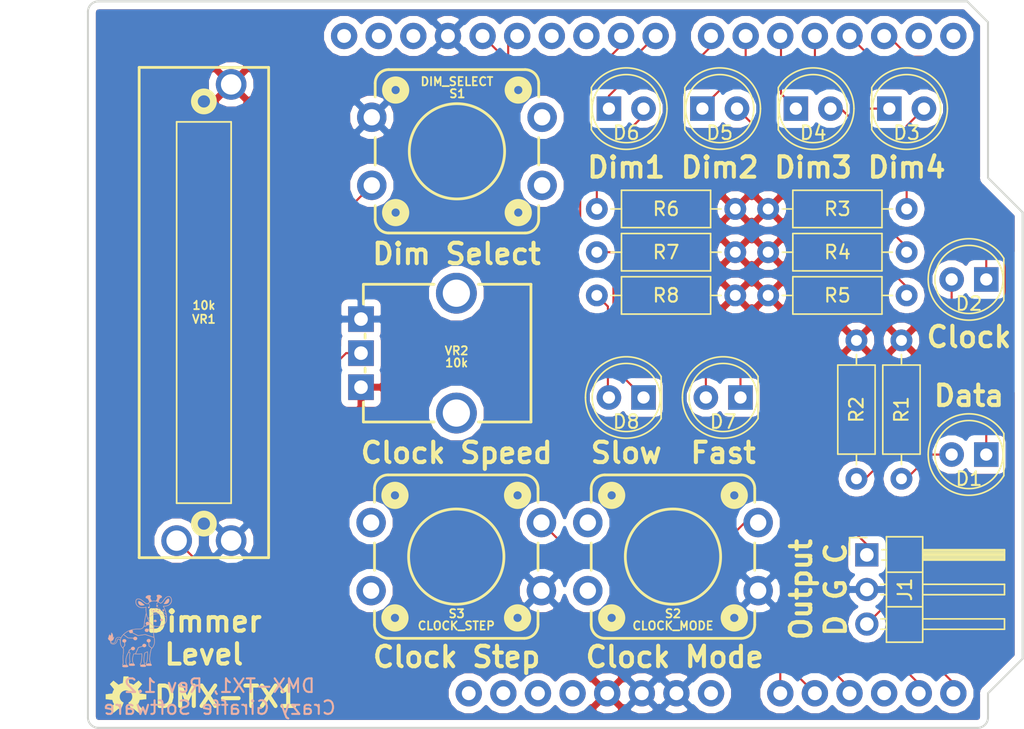
<source format=kicad_pcb>
(kicad_pcb (version 20171130) (host pcbnew "(5.0.0)")

  (general
    (thickness 1.6)
    (drawings 44)
    (tracks 140)
    (zones 0)
    (modules 25)
    (nets 39)
  )

  (page A4)
  (title_block
    (title "DMX Demonstrator - Transmitter (DMX-TX1)")
    (date 2020-12-28)
    (rev 1.2)
    (company "Crazy Giraffe Software")
    (comment 2 "Designed by: SparkyBobo")
    (comment 3 "https://creativecommons.org/licenses/by-sa/4.0/ ")
    (comment 4 "Released under the Creative Commons Attribution Share-Alike 4.0 License")
  )

  (layers
    (0 F.Cu signal)
    (31 B.Cu signal)
    (32 B.Adhes user)
    (33 F.Adhes user)
    (34 B.Paste user)
    (35 F.Paste user)
    (36 B.SilkS user)
    (37 F.SilkS user)
    (38 B.Mask user)
    (39 F.Mask user)
    (40 Dwgs.User user hide)
    (41 Cmts.User user hide)
    (42 Eco1.User user)
    (43 Eco2.User user)
    (44 Edge.Cuts user)
    (45 Margin user)
    (46 B.CrtYd user hide)
    (47 F.CrtYd user hide)
    (48 B.Fab user hide)
    (49 F.Fab user hide)
  )

  (setup
    (last_trace_width 0.1524)
    (trace_clearance 0.1524)
    (zone_clearance 0.508)
    (zone_45_only no)
    (trace_min 0.1524)
    (segment_width 0.2)
    (edge_width 0.15)
    (via_size 0.6858)
    (via_drill 0.3302)
    (via_min_size 0.508)
    (via_min_drill 0.254)
    (uvia_size 0.6858)
    (uvia_drill 0.3302)
    (uvias_allowed no)
    (uvia_min_size 0.2)
    (uvia_min_drill 0.1)
    (pcb_text_width 0.3)
    (pcb_text_size 1.5 1.5)
    (mod_edge_width 0.15)
    (mod_text_size 1 1)
    (mod_text_width 0.15)
    (pad_size 1.524 1.524)
    (pad_drill 0.762)
    (pad_to_mask_clearance 0.2)
    (aux_axis_origin 0 0)
    (visible_elements 7FFFFFFF)
    (pcbplotparams
      (layerselection 0x010fc_ffffffff)
      (usegerberextensions false)
      (usegerberattributes false)
      (usegerberadvancedattributes false)
      (creategerberjobfile false)
      (excludeedgelayer true)
      (linewidth 0.100000)
      (plotframeref false)
      (viasonmask false)
      (mode 1)
      (useauxorigin false)
      (hpglpennumber 1)
      (hpglpenspeed 20)
      (hpglpendiameter 15.000000)
      (psnegative false)
      (psa4output false)
      (plotreference true)
      (plotvalue true)
      (plotinvisibletext false)
      (padsonsilk false)
      (subtractmaskfromsilk false)
      (outputformat 1)
      (mirror false)
      (drillshape 1)
      (scaleselection 1)
      (outputdirectory ""))
  )

  (net 0 "")
  (net 1 +5V)
  (net 2 /A1)
  (net 3 GND)
  (net 4 /A0)
  (net 5 "Net-(D8-Pad2)")
  (net 6 "Net-(D7-Pad2)")
  (net 7 "Net-(D6-Pad2)")
  (net 8 "Net-(D5-Pad2)")
  (net 9 "Net-(D4-Pad2)")
  (net 10 "Net-(D1-Pad2)")
  (net 11 "Net-(D2-Pad2)")
  (net 12 "Net-(D3-Pad2)")
  (net 13 "Net-(A1-Pad32)")
  (net 14 "Net-(A1-Pad31)")
  (net 15 "Net-(A1-Pad1)")
  (net 16 "Net-(A1-Pad2)")
  (net 17 "Net-(A1-Pad3)")
  (net 18 "Net-(A1-Pad4)")
  (net 19 "Net-(A1-Pad8)")
  (net 20 "Net-(A1-Pad25)")
  (net 21 "Net-(A1-Pad26)")
  (net 22 /A2)
  (net 23 /A4)
  (net 24 "Net-(A1-Pad15)")
  (net 25 "Net-(A1-Pad16)")
  (net 26 /A5)
  (net 27 "Net-(A1-Pad12)")
  (net 28 /~DATA)
  (net 29 /~CLOCK)
  (net 30 /~DIM3)
  (net 31 /~DIM2)
  (net 32 /~DIM1)
  (net 33 /~DIM0)
  (net 34 /~CLK_SLO)
  (net 35 /~CLK_FST)
  (net 36 /RX)
  (net 37 /RXCLK)
  (net 38 "Net-(A1-Pad30)")

  (net_class Default "This is the default net class."
    (clearance 0.1524)
    (trace_width 0.1524)
    (via_dia 0.6858)
    (via_drill 0.3302)
    (uvia_dia 0.6858)
    (uvia_drill 0.3302)
    (diff_pair_gap 0.1524)
    (diff_pair_width 0.1524)
    (add_net /A0)
    (add_net /A1)
    (add_net /A2)
    (add_net /A4)
    (add_net /A5)
    (add_net /RX)
    (add_net /RXCLK)
    (add_net /~CLK_FST)
    (add_net /~CLK_SLO)
    (add_net /~CLOCK)
    (add_net /~DATA)
    (add_net /~DIM0)
    (add_net /~DIM1)
    (add_net /~DIM2)
    (add_net /~DIM3)
    (add_net GND)
    (add_net "Net-(A1-Pad1)")
    (add_net "Net-(A1-Pad12)")
    (add_net "Net-(A1-Pad15)")
    (add_net "Net-(A1-Pad16)")
    (add_net "Net-(A1-Pad2)")
    (add_net "Net-(A1-Pad25)")
    (add_net "Net-(A1-Pad26)")
    (add_net "Net-(A1-Pad3)")
    (add_net "Net-(A1-Pad30)")
    (add_net "Net-(A1-Pad31)")
    (add_net "Net-(A1-Pad32)")
    (add_net "Net-(A1-Pad4)")
    (add_net "Net-(A1-Pad8)")
    (add_net "Net-(D1-Pad2)")
    (add_net "Net-(D2-Pad2)")
    (add_net "Net-(D3-Pad2)")
    (add_net "Net-(D4-Pad2)")
    (add_net "Net-(D5-Pad2)")
    (add_net "Net-(D6-Pad2)")
    (add_net "Net-(D7-Pad2)")
    (add_net "Net-(D8-Pad2)")
  )

  (net_class Power ""
    (clearance 0.1524)
    (trace_width 0.3048)
    (via_dia 1.27)
    (via_drill 0.635)
    (uvia_dia 1.27)
    (uvia_drill 0.635)
    (diff_pair_gap 0.3048)
    (diff_pair_width 0.3048)
    (add_net +5V)
  )

  (module footprints:ARDUINO_R3_NO_HOLES (layer F.Cu) (tedit 5FA36CC6) (tstamp 5FA70673)
    (at 150.622 89.916)
    (descr "ARDUINO UNO R3 FOOTPRINT")
    (tags "ARDUINO UNO R3 FOOTPRINT")
    (path /5F3035A0)
    (attr virtual)
    (fp_text reference A1 (at -32.766 -25.908) (layer F.SilkS) hide
      (effects (font (size 0.6096 0.6096) (thickness 0.127)))
    )
    (fp_text value Arduino_UNO_R3 (at -29.718 -24.892) (layer F.SilkS) hide
      (effects (font (size 0.6096 0.6096) (thickness 0.127)))
    )
    (fp_line (start -34.29 26.67) (end -34.29 -26.67) (layer Dwgs.User) (width 0.2032))
    (fp_line (start -34.29 -26.67) (end 30.226 -26.67) (layer Dwgs.User) (width 0.2032))
    (fp_line (start 30.226 -26.67) (end 31.75 -25.146) (layer Dwgs.User) (width 0.2032))
    (fp_line (start 31.75 -25.146) (end 31.75 -13.716) (layer Dwgs.User) (width 0.2032))
    (fp_line (start 31.75 -13.716) (end 34.29 -11.176) (layer Dwgs.User) (width 0.2032))
    (fp_line (start 34.29 -11.176) (end 34.29 21.59) (layer Dwgs.User) (width 0.2032))
    (fp_line (start 34.29 21.59) (end 31.75 24.13) (layer Dwgs.User) (width 0.2032))
    (fp_line (start 31.75 24.13) (end 31.75 26.67) (layer Dwgs.User) (width 0.2032))
    (fp_line (start 31.75 26.67) (end -34.29 26.67) (layer Dwgs.User) (width 0.2032))
    (fp_line (start -40.64 -17.145) (end -24.765 -17.145) (layer Dwgs.User) (width 0.2032))
    (fp_line (start -24.765 -17.145) (end -24.765 -5.715) (layer Dwgs.User) (width 0.2032))
    (fp_line (start -24.765 -5.715) (end -40.64 -5.715) (layer Dwgs.User) (width 0.2032))
    (fp_line (start -40.64 -5.715) (end -40.64 -17.145) (layer Dwgs.User) (width 0.2032))
    (fp_line (start -36.195 23.495) (end -36.195 14.605) (layer Dwgs.User) (width 0.2032))
    (fp_line (start -36.195 14.605) (end -22.86 14.605) (layer Dwgs.User) (width 0.2032))
    (fp_line (start -22.86 14.605) (end -22.86 23.495) (layer Dwgs.User) (width 0.2032))
    (fp_line (start -22.86 23.495) (end -36.195 23.495) (layer Dwgs.User) (width 0.2032))
    (fp_circle (center -20.32 24.13) (end -20.32 23.10638) (layer Dwgs.User) (width 0.127))
    (fp_circle (center 31.75 19.05) (end 31.75 18.02638) (layer Dwgs.User) (width 0.127))
    (fp_circle (center 31.75 -8.89) (end 31.75 -9.91362) (layer Dwgs.User) (width 0.127))
    (fp_circle (center -19.05 -24.13) (end -19.05 -25.15362) (layer Dwgs.User) (width 0.127))
    (fp_text user SCL (at -15.5194 -20.5232 90) (layer Dwgs.User)
      (effects (font (size 0.8128 0.8128) (thickness 0.127)))
    )
    (fp_text user SDA (at -12.9794 -20.5232 90) (layer Dwgs.User)
      (effects (font (size 0.8128 0.8128) (thickness 0.127)))
    )
    (fp_text user AREF (at -10.4394 -20.9296 90) (layer Dwgs.User)
      (effects (font (size 0.8128 0.8128) (thickness 0.127)))
    )
    (fp_text user GND (at -7.8994 -20.5232 90) (layer Dwgs.User)
      (effects (font (size 0.8128 0.8128) (thickness 0.127)))
    )
    (fp_text user D13 (at -5.3594 -20.5232 90) (layer Dwgs.User)
      (effects (font (size 0.8128 0.8128) (thickness 0.127)))
    )
    (fp_text user D12 (at -2.8194 -20.5232 90) (layer Dwgs.User)
      (effects (font (size 0.8128 0.8128) (thickness 0.127)))
    )
    (fp_text user D11 (at -0.2794 -20.5232 90) (layer Dwgs.User)
      (effects (font (size 0.8128 0.8128) (thickness 0.127)))
    )
    (fp_text user D10 (at 2.2606 -20.5232 90) (layer Dwgs.User)
      (effects (font (size 0.8128 0.8128) (thickness 0.127)))
    )
    (fp_text user D9 (at 4.79806 -20.1168 90) (layer Dwgs.User)
      (effects (font (size 0.8128 0.8128) (thickness 0.127)))
    )
    (fp_text user D8 (at 7.3406 -20.1168 90) (layer Dwgs.User)
      (effects (font (size 0.8128 0.8128) (thickness 0.127)))
    )
    (fp_text user D7 (at 11.4046 -20.1168 90) (layer Dwgs.User)
      (effects (font (size 0.8128 0.8128) (thickness 0.127)))
    )
    (fp_text user D6 (at 13.9446 -20.1168 90) (layer Dwgs.User)
      (effects (font (size 0.8128 0.8128) (thickness 0.127)))
    )
    (fp_text user D5 (at 16.4846 -20.1168 90) (layer Dwgs.User)
      (effects (font (size 0.8128 0.8128) (thickness 0.127)))
    )
    (fp_text user D4 (at 19.0246 -20.1168 90) (layer Dwgs.User)
      (effects (font (size 0.8128 0.8128) (thickness 0.127)))
    )
    (fp_text user D3 (at 21.5646 -20.1168 90) (layer Dwgs.User)
      (effects (font (size 0.8128 0.8128) (thickness 0.127)))
    )
    (fp_text user D2 (at 24.1046 -20.1168 90) (layer Dwgs.User)
      (effects (font (size 0.8128 0.8128) (thickness 0.127)))
    )
    (fp_text user D0/RXI (at 29.05506 -19.2024 90) (layer Dwgs.User)
      (effects (font (size 0.8128 0.8128) (thickness 0.127)))
    )
    (fp_text user D1/TXO (at 26.5176 -19.2024 90) (layer Dwgs.User)
      (effects (font (size 0.8128 0.8128) (thickness 0.127)))
    )
    (fp_text user !RESET! (at -1.6764 20.0152 90) (layer Dwgs.User)
      (effects (font (size 0.8128 0.8128) (thickness 0.127)))
    )
    (fp_text user 3.3V (at 0.8636 21.2344 90) (layer Dwgs.User)
      (effects (font (size 0.8128 0.8128) (thickness 0.127)))
    )
    (fp_text user 5V (at 3.4036 22.0472 90) (layer Dwgs.User)
      (effects (font (size 0.8128 0.8128) (thickness 0.127)))
    )
    (fp_text user GND (at 5.9436 21.6408 90) (layer Dwgs.User)
      (effects (font (size 0.8128 0.8128) (thickness 0.127)))
    )
    (fp_text user GND (at 8.4836 21.6408 90) (layer Dwgs.User)
      (effects (font (size 0.8128 0.8128) (thickness 0.127)))
    )
    (fp_text user VIN (at 11.0236 21.6408 90) (layer Dwgs.User)
      (effects (font (size 0.8128 0.8128) (thickness 0.127)))
    )
    (fp_text user A0 (at 16.1036 22.0472 90) (layer Dwgs.User)
      (effects (font (size 0.8128 0.8128) (thickness 0.127)))
    )
    (fp_text user A1 (at 18.6436 22.0472 90) (layer Dwgs.User)
      (effects (font (size 0.8128 0.8128) (thickness 0.127)))
    )
    (fp_text user A2 (at 21.1836 22.0472 90) (layer Dwgs.User)
      (effects (font (size 0.8128 0.8128) (thickness 0.127)))
    )
    (fp_text user A3 (at 23.7236 22.0472 90) (layer Dwgs.User)
      (effects (font (size 0.8128 0.8128) (thickness 0.127)))
    )
    (fp_text user A4 (at 26.2636 22.0472 90) (layer Dwgs.User)
      (effects (font (size 0.8128 0.8128) (thickness 0.127)))
    )
    (fp_text user A5 (at 28.80106 22.0472 90) (layer Dwgs.User)
      (effects (font (size 0.8128 0.8128) (thickness 0.127)))
    )
    (fp_text user IOREF (at -4.2164 20.828 90) (layer Dwgs.User)
      (effects (font (size 0.8128 0.8128) (thickness 0.127)))
    )
    (pad 4 thru_hole circle (at 1.27 24.13) (size 1.9304 1.9304) (drill 1.016) (layers *.Cu *.Mask)
      (net 18 "Net-(A1-Pad4)") (solder_mask_margin 0.1016))
    (pad 5 thru_hole circle (at 3.81 24.13) (size 1.9304 1.9304) (drill 1.016) (layers *.Cu *.Mask)
      (net 1 +5V) (solder_mask_margin 0.1016))
    (pad 9 thru_hole circle (at 16.51 24.13) (size 1.9304 1.9304) (drill 1.016) (layers *.Cu *.Mask)
      (net 4 /A0) (solder_mask_margin 0.1016))
    (pad 10 thru_hole circle (at 19.05 24.13) (size 1.9304 1.9304) (drill 1.016) (layers *.Cu *.Mask)
      (net 2 /A1) (solder_mask_margin 0.1016))
    (pad 11 thru_hole circle (at 21.59 24.13) (size 1.9304 1.9304) (drill 1.016) (layers *.Cu *.Mask)
      (net 22 /A2) (solder_mask_margin 0.1016))
    (pad 12 thru_hole circle (at 24.13 24.13) (size 1.9304 1.9304) (drill 1.016) (layers *.Cu *.Mask)
      (net 27 "Net-(A1-Pad12)") (solder_mask_margin 0.1016))
    (pad 13 thru_hole circle (at 26.67 24.13) (size 1.9304 1.9304) (drill 1.016) (layers *.Cu *.Mask)
      (net 23 /A4) (solder_mask_margin 0.1016))
    (pad 14 thru_hole circle (at 29.21 24.13) (size 1.9304 1.9304) (drill 1.016) (layers *.Cu *.Mask)
      (net 26 /A5) (solder_mask_margin 0.1016))
    (pad 30 thru_hole circle (at -10.414 -24.13) (size 1.9304 1.9304) (drill 1.016) (layers *.Cu *.Mask)
      (net 38 "Net-(A1-Pad30)") (solder_mask_margin 0.1016))
    (pad 15 thru_hole circle (at 29.21 -24.13) (size 1.9304 1.9304) (drill 1.016) (layers *.Cu *.Mask)
      (net 24 "Net-(A1-Pad15)") (solder_mask_margin 0.1016))
    (pad 16 thru_hole circle (at 26.67 -24.13) (size 1.9304 1.9304) (drill 1.016) (layers *.Cu *.Mask)
      (net 25 "Net-(A1-Pad16)") (solder_mask_margin 0.1016))
    (pad 17 thru_hole circle (at 24.13 -24.13) (size 1.9304 1.9304) (drill 1.016) (layers *.Cu *.Mask)
      (net 28 /~DATA) (solder_mask_margin 0.1016))
    (pad 18 thru_hole circle (at 21.59 -24.13) (size 1.9304 1.9304) (drill 1.016) (layers *.Cu *.Mask)
      (net 29 /~CLOCK) (solder_mask_margin 0.1016))
    (pad 19 thru_hole circle (at 19.05 -24.13) (size 1.9304 1.9304) (drill 1.016) (layers *.Cu *.Mask)
      (net 30 /~DIM3) (solder_mask_margin 0.1016))
    (pad 20 thru_hole circle (at 16.51 -24.13) (size 1.9304 1.9304) (drill 1.016) (layers *.Cu *.Mask)
      (net 31 /~DIM2) (solder_mask_margin 0.1016))
    (pad 21 thru_hole circle (at 13.97 -24.13) (size 1.9304 1.9304) (drill 1.016) (layers *.Cu *.Mask)
      (net 32 /~DIM1) (solder_mask_margin 0.1016))
    (pad 22 thru_hole circle (at 11.43 -24.13) (size 1.9304 1.9304) (drill 1.016) (layers *.Cu *.Mask)
      (net 33 /~DIM0) (solder_mask_margin 0.1016))
    (pad 23 thru_hole circle (at 7.366 -24.13) (size 1.9304 1.9304) (drill 1.016) (layers *.Cu *.Mask)
      (net 35 /~CLK_FST) (solder_mask_margin 0.1016))
    (pad 24 thru_hole circle (at 4.826 -24.13) (size 1.9304 1.9304) (drill 1.016) (layers *.Cu *.Mask)
      (net 34 /~CLK_SLO) (solder_mask_margin 0.1016))
    (pad 25 thru_hole circle (at 2.286 -24.13) (size 1.9304 1.9304) (drill 1.016) (layers *.Cu *.Mask)
      (net 20 "Net-(A1-Pad25)") (solder_mask_margin 0.1016))
    (pad 26 thru_hole circle (at -0.254 -24.13) (size 1.9304 1.9304) (drill 1.016) (layers *.Cu *.Mask)
      (net 21 "Net-(A1-Pad26)") (solder_mask_margin 0.1016))
    (pad 27 thru_hole circle (at -2.794 -24.13) (size 1.9304 1.9304) (drill 1.016) (layers *.Cu *.Mask)
      (net 36 /RX) (solder_mask_margin 0.1016))
    (pad 28 thru_hole circle (at -5.334 -24.13) (size 1.9304 1.9304) (drill 1.016) (layers *.Cu *.Mask)
      (net 37 /RXCLK) (solder_mask_margin 0.1016))
    (pad 6 thru_hole circle (at 6.35 24.13) (size 1.9304 1.9304) (drill 1.016) (layers *.Cu *.Mask)
      (net 3 GND) (solder_mask_margin 0.1016))
    (pad 7 thru_hole circle (at 8.89 24.13) (size 1.9304 1.9304) (drill 1.016) (layers *.Cu *.Mask)
      (net 3 GND) (solder_mask_margin 0.1016))
    (pad 29 thru_hole circle (at -7.874 -24.13) (size 1.9304 1.9304) (drill 1.016) (layers *.Cu *.Mask)
      (net 3 GND) (solder_mask_margin 0.1016))
    (pad 2 thru_hole circle (at -3.81 24.13) (size 1.9304 1.9304) (drill 1.016) (layers *.Cu *.Mask)
      (net 16 "Net-(A1-Pad2)") (solder_mask_margin 0.1016))
    (pad 1 thru_hole circle (at -6.35 24.13) (size 1.9304 1.9304) (drill 1.016) (layers *.Cu *.Mask)
      (net 15 "Net-(A1-Pad1)") (solder_mask_margin 0.1016))
    (pad 3 thru_hole circle (at -1.27 24.13) (size 1.9304 1.9304) (drill 1.016) (layers *.Cu *.Mask)
      (net 17 "Net-(A1-Pad3)") (solder_mask_margin 0.1016))
    (pad 32 thru_hole circle (at -15.494 -24.13) (size 1.9304 1.9304) (drill 1.016) (layers *.Cu *.Mask)
      (net 13 "Net-(A1-Pad32)") (solder_mask_margin 0.1016))
    (pad 31 thru_hole circle (at -12.954 -24.13) (size 1.9304 1.9304) (drill 1.016) (layers *.Cu *.Mask)
      (net 14 "Net-(A1-Pad31)") (solder_mask_margin 0.1016))
    (pad 8 thru_hole circle (at 11.43 24.13) (size 1.9304 1.9304) (drill 1.016) (layers *.Cu *.Mask)
      (net 19 "Net-(A1-Pad8)") (solder_mask_margin 0.1016))
  )

  (module Resistor_THT:R_Axial_DIN0207_L6.3mm_D2.5mm_P10.16mm_Horizontal (layer F.Cu) (tedit 5AE5139B) (tstamp 5F6A106B)
    (at 172.72 88.138 270)
    (descr "Resistor, Axial_DIN0207 series, Axial, Horizontal, pin pitch=10.16mm, 0.25W = 1/4W, length*diameter=6.3*2.5mm^2, http://cdn-reichelt.de/documents/datenblatt/B400/1_4W%23YAG.pdf")
    (tags "Resistor Axial_DIN0207 series Axial Horizontal pin pitch 10.16mm 0.25W = 1/4W length 6.3mm diameter 2.5mm")
    (path /5F3048F0)
    (fp_text reference R2 (at 5.08 0 270) (layer F.SilkS)
      (effects (font (size 1 1) (thickness 0.15)))
    )
    (fp_text value 330 (at 5.08 -0.508 270) (layer F.Fab)
      (effects (font (size 1 1) (thickness 0.15)))
    )
    (fp_text user %R (at 5.08 0 270) (layer F.Fab)
      (effects (font (size 1 1) (thickness 0.15)))
    )
    (fp_line (start 11.21 -1.5) (end -1.05 -1.5) (layer F.CrtYd) (width 0.05))
    (fp_line (start 11.21 1.5) (end 11.21 -1.5) (layer F.CrtYd) (width 0.05))
    (fp_line (start -1.05 1.5) (end 11.21 1.5) (layer F.CrtYd) (width 0.05))
    (fp_line (start -1.05 -1.5) (end -1.05 1.5) (layer F.CrtYd) (width 0.05))
    (fp_line (start 9.12 0) (end 8.35 0) (layer F.SilkS) (width 0.12))
    (fp_line (start 1.04 0) (end 1.81 0) (layer F.SilkS) (width 0.12))
    (fp_line (start 8.35 -1.37) (end 1.81 -1.37) (layer F.SilkS) (width 0.12))
    (fp_line (start 8.35 1.37) (end 8.35 -1.37) (layer F.SilkS) (width 0.12))
    (fp_line (start 1.81 1.37) (end 8.35 1.37) (layer F.SilkS) (width 0.12))
    (fp_line (start 1.81 -1.37) (end 1.81 1.37) (layer F.SilkS) (width 0.12))
    (fp_line (start 10.16 0) (end 8.23 0) (layer F.Fab) (width 0.1))
    (fp_line (start 0 0) (end 1.93 0) (layer F.Fab) (width 0.1))
    (fp_line (start 8.23 -1.25) (end 1.93 -1.25) (layer F.Fab) (width 0.1))
    (fp_line (start 8.23 1.25) (end 8.23 -1.25) (layer F.Fab) (width 0.1))
    (fp_line (start 1.93 1.25) (end 8.23 1.25) (layer F.Fab) (width 0.1))
    (fp_line (start 1.93 -1.25) (end 1.93 1.25) (layer F.Fab) (width 0.1))
    (pad 2 thru_hole oval (at 10.16 0 270) (size 1.6 1.6) (drill 0.8) (layers *.Cu *.Mask)
      (net 11 "Net-(D2-Pad2)"))
    (pad 1 thru_hole circle (at 0 0 270) (size 1.6 1.6) (drill 0.8) (layers *.Cu *.Mask)
      (net 1 +5V))
    (model ${KISYS3DMOD}/Resistor_THT.3dshapes/R_Axial_DIN0207_L6.3mm_D2.5mm_P10.16mm_Horizontal.wrl
      (at (xyz 0 0 0))
      (scale (xyz 1 1 1))
      (rotate (xyz 0 0 0))
    )
  )

  (module Resistor_THT:R_Axial_DIN0207_L6.3mm_D2.5mm_P10.16mm_Horizontal (layer F.Cu) (tedit 5AE5139B) (tstamp 5F6A10EF)
    (at 166.243 78.486)
    (descr "Resistor, Axial_DIN0207 series, Axial, Horizontal, pin pitch=10.16mm, 0.25W = 1/4W, length*diameter=6.3*2.5mm^2, http://cdn-reichelt.de/documents/datenblatt/B400/1_4W%23YAG.pdf")
    (tags "Resistor Axial_DIN0207 series Axial Horizontal pin pitch 10.16mm 0.25W = 1/4W length 6.3mm diameter 2.5mm")
    (path /5F34E86B)
    (fp_text reference R3 (at 5.08 0) (layer F.SilkS)
      (effects (font (size 1 1) (thickness 0.15)))
    )
    (fp_text value 330 (at 5.08 0.635) (layer F.Fab)
      (effects (font (size 1 1) (thickness 0.15)))
    )
    (fp_text user %R (at 5.08 0) (layer F.Fab)
      (effects (font (size 1 1) (thickness 0.15)))
    )
    (fp_line (start 11.21 -1.5) (end -1.05 -1.5) (layer F.CrtYd) (width 0.05))
    (fp_line (start 11.21 1.5) (end 11.21 -1.5) (layer F.CrtYd) (width 0.05))
    (fp_line (start -1.05 1.5) (end 11.21 1.5) (layer F.CrtYd) (width 0.05))
    (fp_line (start -1.05 -1.5) (end -1.05 1.5) (layer F.CrtYd) (width 0.05))
    (fp_line (start 9.12 0) (end 8.35 0) (layer F.SilkS) (width 0.12))
    (fp_line (start 1.04 0) (end 1.81 0) (layer F.SilkS) (width 0.12))
    (fp_line (start 8.35 -1.37) (end 1.81 -1.37) (layer F.SilkS) (width 0.12))
    (fp_line (start 8.35 1.37) (end 8.35 -1.37) (layer F.SilkS) (width 0.12))
    (fp_line (start 1.81 1.37) (end 8.35 1.37) (layer F.SilkS) (width 0.12))
    (fp_line (start 1.81 -1.37) (end 1.81 1.37) (layer F.SilkS) (width 0.12))
    (fp_line (start 10.16 0) (end 8.23 0) (layer F.Fab) (width 0.1))
    (fp_line (start 0 0) (end 1.93 0) (layer F.Fab) (width 0.1))
    (fp_line (start 8.23 -1.25) (end 1.93 -1.25) (layer F.Fab) (width 0.1))
    (fp_line (start 8.23 1.25) (end 8.23 -1.25) (layer F.Fab) (width 0.1))
    (fp_line (start 1.93 1.25) (end 8.23 1.25) (layer F.Fab) (width 0.1))
    (fp_line (start 1.93 -1.25) (end 1.93 1.25) (layer F.Fab) (width 0.1))
    (pad 2 thru_hole oval (at 10.16 0) (size 1.6 1.6) (drill 0.8) (layers *.Cu *.Mask)
      (net 12 "Net-(D3-Pad2)"))
    (pad 1 thru_hole circle (at 0 0) (size 1.6 1.6) (drill 0.8) (layers *.Cu *.Mask)
      (net 1 +5V))
    (model ${KISYS3DMOD}/Resistor_THT.3dshapes/R_Axial_DIN0207_L6.3mm_D2.5mm_P10.16mm_Horizontal.wrl
      (at (xyz 0 0 0))
      (scale (xyz 1 1 1))
      (rotate (xyz 0 0 0))
    )
  )

  (module Resistor_THT:R_Axial_DIN0207_L6.3mm_D2.5mm_P10.16mm_Horizontal (layer F.Cu) (tedit 5AE5139B) (tstamp 5F6A10D9)
    (at 176.022 88.138 270)
    (descr "Resistor, Axial_DIN0207 series, Axial, Horizontal, pin pitch=10.16mm, 0.25W = 1/4W, length*diameter=6.3*2.5mm^2, http://cdn-reichelt.de/documents/datenblatt/B400/1_4W%23YAG.pdf")
    (tags "Resistor Axial_DIN0207 series Axial Horizontal pin pitch 10.16mm 0.25W = 1/4W length 6.3mm diameter 2.5mm")
    (path /5F3040DD)
    (fp_text reference R1 (at 5.08 0 270) (layer F.SilkS)
      (effects (font (size 1 1) (thickness 0.15)))
    )
    (fp_text value 330 (at 5.08 -0.508 270) (layer F.Fab)
      (effects (font (size 1 1) (thickness 0.15)))
    )
    (fp_line (start 1.93 -1.25) (end 1.93 1.25) (layer F.Fab) (width 0.1))
    (fp_line (start 1.93 1.25) (end 8.23 1.25) (layer F.Fab) (width 0.1))
    (fp_line (start 8.23 1.25) (end 8.23 -1.25) (layer F.Fab) (width 0.1))
    (fp_line (start 8.23 -1.25) (end 1.93 -1.25) (layer F.Fab) (width 0.1))
    (fp_line (start 0 0) (end 1.93 0) (layer F.Fab) (width 0.1))
    (fp_line (start 10.16 0) (end 8.23 0) (layer F.Fab) (width 0.1))
    (fp_line (start 1.81 -1.37) (end 1.81 1.37) (layer F.SilkS) (width 0.12))
    (fp_line (start 1.81 1.37) (end 8.35 1.37) (layer F.SilkS) (width 0.12))
    (fp_line (start 8.35 1.37) (end 8.35 -1.37) (layer F.SilkS) (width 0.12))
    (fp_line (start 8.35 -1.37) (end 1.81 -1.37) (layer F.SilkS) (width 0.12))
    (fp_line (start 1.04 0) (end 1.81 0) (layer F.SilkS) (width 0.12))
    (fp_line (start 9.12 0) (end 8.35 0) (layer F.SilkS) (width 0.12))
    (fp_line (start -1.05 -1.5) (end -1.05 1.5) (layer F.CrtYd) (width 0.05))
    (fp_line (start -1.05 1.5) (end 11.21 1.5) (layer F.CrtYd) (width 0.05))
    (fp_line (start 11.21 1.5) (end 11.21 -1.5) (layer F.CrtYd) (width 0.05))
    (fp_line (start 11.21 -1.5) (end -1.05 -1.5) (layer F.CrtYd) (width 0.05))
    (fp_text user %R (at 5.08 0 270) (layer F.Fab)
      (effects (font (size 1 1) (thickness 0.15)))
    )
    (pad 1 thru_hole circle (at 0 0 270) (size 1.6 1.6) (drill 0.8) (layers *.Cu *.Mask)
      (net 1 +5V))
    (pad 2 thru_hole oval (at 10.16 0 270) (size 1.6 1.6) (drill 0.8) (layers *.Cu *.Mask)
      (net 10 "Net-(D1-Pad2)"))
    (model ${KISYS3DMOD}/Resistor_THT.3dshapes/R_Axial_DIN0207_L6.3mm_D2.5mm_P10.16mm_Horizontal.wrl
      (at (xyz 0 0 0))
      (scale (xyz 1 1 1))
      (rotate (xyz 0 0 0))
    )
  )

  (module Resistor_THT:R_Axial_DIN0207_L6.3mm_D2.5mm_P10.16mm_Horizontal (layer F.Cu) (tedit 5AE5139B) (tstamp 5F6A10C3)
    (at 166.243 81.661)
    (descr "Resistor, Axial_DIN0207 series, Axial, Horizontal, pin pitch=10.16mm, 0.25W = 1/4W, length*diameter=6.3*2.5mm^2, http://cdn-reichelt.de/documents/datenblatt/B400/1_4W%23YAG.pdf")
    (tags "Resistor Axial_DIN0207 series Axial Horizontal pin pitch 10.16mm 0.25W = 1/4W length 6.3mm diameter 2.5mm")
    (path /5F34E85E)
    (fp_text reference R4 (at 5.08 0) (layer F.SilkS)
      (effects (font (size 1 1) (thickness 0.15)))
    )
    (fp_text value 330 (at 5.08 0.635) (layer F.Fab)
      (effects (font (size 1 1) (thickness 0.15)))
    )
    (fp_text user %R (at 5.08 0) (layer F.Fab)
      (effects (font (size 1 1) (thickness 0.15)))
    )
    (fp_line (start 11.21 -1.5) (end -1.05 -1.5) (layer F.CrtYd) (width 0.05))
    (fp_line (start 11.21 1.5) (end 11.21 -1.5) (layer F.CrtYd) (width 0.05))
    (fp_line (start -1.05 1.5) (end 11.21 1.5) (layer F.CrtYd) (width 0.05))
    (fp_line (start -1.05 -1.5) (end -1.05 1.5) (layer F.CrtYd) (width 0.05))
    (fp_line (start 9.12 0) (end 8.35 0) (layer F.SilkS) (width 0.12))
    (fp_line (start 1.04 0) (end 1.81 0) (layer F.SilkS) (width 0.12))
    (fp_line (start 8.35 -1.37) (end 1.81 -1.37) (layer F.SilkS) (width 0.12))
    (fp_line (start 8.35 1.37) (end 8.35 -1.37) (layer F.SilkS) (width 0.12))
    (fp_line (start 1.81 1.37) (end 8.35 1.37) (layer F.SilkS) (width 0.12))
    (fp_line (start 1.81 -1.37) (end 1.81 1.37) (layer F.SilkS) (width 0.12))
    (fp_line (start 10.16 0) (end 8.23 0) (layer F.Fab) (width 0.1))
    (fp_line (start 0 0) (end 1.93 0) (layer F.Fab) (width 0.1))
    (fp_line (start 8.23 -1.25) (end 1.93 -1.25) (layer F.Fab) (width 0.1))
    (fp_line (start 8.23 1.25) (end 8.23 -1.25) (layer F.Fab) (width 0.1))
    (fp_line (start 1.93 1.25) (end 8.23 1.25) (layer F.Fab) (width 0.1))
    (fp_line (start 1.93 -1.25) (end 1.93 1.25) (layer F.Fab) (width 0.1))
    (pad 2 thru_hole oval (at 10.16 0) (size 1.6 1.6) (drill 0.8) (layers *.Cu *.Mask)
      (net 9 "Net-(D4-Pad2)"))
    (pad 1 thru_hole circle (at 0 0) (size 1.6 1.6) (drill 0.8) (layers *.Cu *.Mask)
      (net 1 +5V))
    (model ${KISYS3DMOD}/Resistor_THT.3dshapes/R_Axial_DIN0207_L6.3mm_D2.5mm_P10.16mm_Horizontal.wrl
      (at (xyz 0 0 0))
      (scale (xyz 1 1 1))
      (rotate (xyz 0 0 0))
    )
  )

  (module Resistor_THT:R_Axial_DIN0207_L6.3mm_D2.5mm_P10.16mm_Horizontal (layer F.Cu) (tedit 5AE5139B) (tstamp 5F6A10AD)
    (at 166.243 84.836)
    (descr "Resistor, Axial_DIN0207 series, Axial, Horizontal, pin pitch=10.16mm, 0.25W = 1/4W, length*diameter=6.3*2.5mm^2, http://cdn-reichelt.de/documents/datenblatt/B400/1_4W%23YAG.pdf")
    (tags "Resistor Axial_DIN0207 series Axial Horizontal pin pitch 10.16mm 0.25W = 1/4W length 6.3mm diameter 2.5mm")
    (path /5F34D377)
    (fp_text reference R5 (at 5.08 0) (layer F.SilkS)
      (effects (font (size 1 1) (thickness 0.15)))
    )
    (fp_text value 330 (at 5.08 0.635) (layer F.Fab)
      (effects (font (size 1 1) (thickness 0.15)))
    )
    (fp_line (start 1.93 -1.25) (end 1.93 1.25) (layer F.Fab) (width 0.1))
    (fp_line (start 1.93 1.25) (end 8.23 1.25) (layer F.Fab) (width 0.1))
    (fp_line (start 8.23 1.25) (end 8.23 -1.25) (layer F.Fab) (width 0.1))
    (fp_line (start 8.23 -1.25) (end 1.93 -1.25) (layer F.Fab) (width 0.1))
    (fp_line (start 0 0) (end 1.93 0) (layer F.Fab) (width 0.1))
    (fp_line (start 10.16 0) (end 8.23 0) (layer F.Fab) (width 0.1))
    (fp_line (start 1.81 -1.37) (end 1.81 1.37) (layer F.SilkS) (width 0.12))
    (fp_line (start 1.81 1.37) (end 8.35 1.37) (layer F.SilkS) (width 0.12))
    (fp_line (start 8.35 1.37) (end 8.35 -1.37) (layer F.SilkS) (width 0.12))
    (fp_line (start 8.35 -1.37) (end 1.81 -1.37) (layer F.SilkS) (width 0.12))
    (fp_line (start 1.04 0) (end 1.81 0) (layer F.SilkS) (width 0.12))
    (fp_line (start 9.12 0) (end 8.35 0) (layer F.SilkS) (width 0.12))
    (fp_line (start -1.05 -1.5) (end -1.05 1.5) (layer F.CrtYd) (width 0.05))
    (fp_line (start -1.05 1.5) (end 11.21 1.5) (layer F.CrtYd) (width 0.05))
    (fp_line (start 11.21 1.5) (end 11.21 -1.5) (layer F.CrtYd) (width 0.05))
    (fp_line (start 11.21 -1.5) (end -1.05 -1.5) (layer F.CrtYd) (width 0.05))
    (fp_text user %R (at 5.08 0) (layer F.Fab)
      (effects (font (size 1 1) (thickness 0.15)))
    )
    (pad 1 thru_hole circle (at 0 0) (size 1.6 1.6) (drill 0.8) (layers *.Cu *.Mask)
      (net 1 +5V))
    (pad 2 thru_hole oval (at 10.16 0) (size 1.6 1.6) (drill 0.8) (layers *.Cu *.Mask)
      (net 8 "Net-(D5-Pad2)"))
    (model ${KISYS3DMOD}/Resistor_THT.3dshapes/R_Axial_DIN0207_L6.3mm_D2.5mm_P10.16mm_Horizontal.wrl
      (at (xyz 0 0 0))
      (scale (xyz 1 1 1))
      (rotate (xyz 0 0 0))
    )
  )

  (module Resistor_THT:R_Axial_DIN0207_L6.3mm_D2.5mm_P10.16mm_Horizontal (layer F.Cu) (tedit 5AE5139B) (tstamp 5F6A1097)
    (at 163.83 78.486 180)
    (descr "Resistor, Axial_DIN0207 series, Axial, Horizontal, pin pitch=10.16mm, 0.25W = 1/4W, length*diameter=6.3*2.5mm^2, http://cdn-reichelt.de/documents/datenblatt/B400/1_4W%23YAG.pdf")
    (tags "Resistor Axial_DIN0207 series Axial Horizontal pin pitch 10.16mm 0.25W = 1/4W length 6.3mm diameter 2.5mm")
    (path /5F34D36A)
    (fp_text reference R6 (at 5.08 0 180) (layer F.SilkS)
      (effects (font (size 1 1) (thickness 0.15)))
    )
    (fp_text value 330 (at 5.08 -0.635 180) (layer F.Fab)
      (effects (font (size 1 1) (thickness 0.15)))
    )
    (fp_text user %R (at 5.08 0 180) (layer F.Fab)
      (effects (font (size 1 1) (thickness 0.15)))
    )
    (fp_line (start 11.21 -1.5) (end -1.05 -1.5) (layer F.CrtYd) (width 0.05))
    (fp_line (start 11.21 1.5) (end 11.21 -1.5) (layer F.CrtYd) (width 0.05))
    (fp_line (start -1.05 1.5) (end 11.21 1.5) (layer F.CrtYd) (width 0.05))
    (fp_line (start -1.05 -1.5) (end -1.05 1.5) (layer F.CrtYd) (width 0.05))
    (fp_line (start 9.12 0) (end 8.35 0) (layer F.SilkS) (width 0.12))
    (fp_line (start 1.04 0) (end 1.81 0) (layer F.SilkS) (width 0.12))
    (fp_line (start 8.35 -1.37) (end 1.81 -1.37) (layer F.SilkS) (width 0.12))
    (fp_line (start 8.35 1.37) (end 8.35 -1.37) (layer F.SilkS) (width 0.12))
    (fp_line (start 1.81 1.37) (end 8.35 1.37) (layer F.SilkS) (width 0.12))
    (fp_line (start 1.81 -1.37) (end 1.81 1.37) (layer F.SilkS) (width 0.12))
    (fp_line (start 10.16 0) (end 8.23 0) (layer F.Fab) (width 0.1))
    (fp_line (start 0 0) (end 1.93 0) (layer F.Fab) (width 0.1))
    (fp_line (start 8.23 -1.25) (end 1.93 -1.25) (layer F.Fab) (width 0.1))
    (fp_line (start 8.23 1.25) (end 8.23 -1.25) (layer F.Fab) (width 0.1))
    (fp_line (start 1.93 1.25) (end 8.23 1.25) (layer F.Fab) (width 0.1))
    (fp_line (start 1.93 -1.25) (end 1.93 1.25) (layer F.Fab) (width 0.1))
    (pad 2 thru_hole oval (at 10.16 0 180) (size 1.6 1.6) (drill 0.8) (layers *.Cu *.Mask)
      (net 7 "Net-(D6-Pad2)"))
    (pad 1 thru_hole circle (at 0 0 180) (size 1.6 1.6) (drill 0.8) (layers *.Cu *.Mask)
      (net 1 +5V))
    (model ${KISYS3DMOD}/Resistor_THT.3dshapes/R_Axial_DIN0207_L6.3mm_D2.5mm_P10.16mm_Horizontal.wrl
      (at (xyz 0 0 0))
      (scale (xyz 1 1 1))
      (rotate (xyz 0 0 0))
    )
  )

  (module Resistor_THT:R_Axial_DIN0207_L6.3mm_D2.5mm_P10.16mm_Horizontal (layer F.Cu) (tedit 5AE5139B) (tstamp 5F6A1081)
    (at 163.83 81.661 180)
    (descr "Resistor, Axial_DIN0207 series, Axial, Horizontal, pin pitch=10.16mm, 0.25W = 1/4W, length*diameter=6.3*2.5mm^2, http://cdn-reichelt.de/documents/datenblatt/B400/1_4W%23YAG.pdf")
    (tags "Resistor Axial_DIN0207 series Axial Horizontal pin pitch 10.16mm 0.25W = 1/4W length 6.3mm diameter 2.5mm")
    (path /5F34C0A5)
    (fp_text reference R7 (at 5.08 0 180) (layer F.SilkS)
      (effects (font (size 1 1) (thickness 0.15)))
    )
    (fp_text value 330 (at 5.08 -0.635 180) (layer F.Fab)
      (effects (font (size 1 1) (thickness 0.15)))
    )
    (fp_line (start 1.93 -1.25) (end 1.93 1.25) (layer F.Fab) (width 0.1))
    (fp_line (start 1.93 1.25) (end 8.23 1.25) (layer F.Fab) (width 0.1))
    (fp_line (start 8.23 1.25) (end 8.23 -1.25) (layer F.Fab) (width 0.1))
    (fp_line (start 8.23 -1.25) (end 1.93 -1.25) (layer F.Fab) (width 0.1))
    (fp_line (start 0 0) (end 1.93 0) (layer F.Fab) (width 0.1))
    (fp_line (start 10.16 0) (end 8.23 0) (layer F.Fab) (width 0.1))
    (fp_line (start 1.81 -1.37) (end 1.81 1.37) (layer F.SilkS) (width 0.12))
    (fp_line (start 1.81 1.37) (end 8.35 1.37) (layer F.SilkS) (width 0.12))
    (fp_line (start 8.35 1.37) (end 8.35 -1.37) (layer F.SilkS) (width 0.12))
    (fp_line (start 8.35 -1.37) (end 1.81 -1.37) (layer F.SilkS) (width 0.12))
    (fp_line (start 1.04 0) (end 1.81 0) (layer F.SilkS) (width 0.12))
    (fp_line (start 9.12 0) (end 8.35 0) (layer F.SilkS) (width 0.12))
    (fp_line (start -1.05 -1.5) (end -1.05 1.5) (layer F.CrtYd) (width 0.05))
    (fp_line (start -1.05 1.5) (end 11.21 1.5) (layer F.CrtYd) (width 0.05))
    (fp_line (start 11.21 1.5) (end 11.21 -1.5) (layer F.CrtYd) (width 0.05))
    (fp_line (start 11.21 -1.5) (end -1.05 -1.5) (layer F.CrtYd) (width 0.05))
    (fp_text user %R (at 5.08 0 180) (layer F.Fab)
      (effects (font (size 1 1) (thickness 0.15)))
    )
    (pad 1 thru_hole circle (at 0 0 180) (size 1.6 1.6) (drill 0.8) (layers *.Cu *.Mask)
      (net 1 +5V))
    (pad 2 thru_hole oval (at 10.16 0 180) (size 1.6 1.6) (drill 0.8) (layers *.Cu *.Mask)
      (net 6 "Net-(D7-Pad2)"))
    (model ${KISYS3DMOD}/Resistor_THT.3dshapes/R_Axial_DIN0207_L6.3mm_D2.5mm_P10.16mm_Horizontal.wrl
      (at (xyz 0 0 0))
      (scale (xyz 1 1 1))
      (rotate (xyz 0 0 0))
    )
  )

  (module Resistor_THT:R_Axial_DIN0207_L6.3mm_D2.5mm_P10.16mm_Horizontal (layer F.Cu) (tedit 5AE5139B) (tstamp 5F6A1055)
    (at 163.83 84.836 180)
    (descr "Resistor, Axial_DIN0207 series, Axial, Horizontal, pin pitch=10.16mm, 0.25W = 1/4W, length*diameter=6.3*2.5mm^2, http://cdn-reichelt.de/documents/datenblatt/B400/1_4W%23YAG.pdf")
    (tags "Resistor Axial_DIN0207 series Axial Horizontal pin pitch 10.16mm 0.25W = 1/4W length 6.3mm diameter 2.5mm")
    (path /5F34C098)
    (fp_text reference R8 (at 5.08 0 180) (layer F.SilkS)
      (effects (font (size 1 1) (thickness 0.15)))
    )
    (fp_text value 330 (at 5.08 -0.635 180) (layer F.Fab)
      (effects (font (size 1 1) (thickness 0.15)))
    )
    (fp_line (start 1.93 -1.25) (end 1.93 1.25) (layer F.Fab) (width 0.1))
    (fp_line (start 1.93 1.25) (end 8.23 1.25) (layer F.Fab) (width 0.1))
    (fp_line (start 8.23 1.25) (end 8.23 -1.25) (layer F.Fab) (width 0.1))
    (fp_line (start 8.23 -1.25) (end 1.93 -1.25) (layer F.Fab) (width 0.1))
    (fp_line (start 0 0) (end 1.93 0) (layer F.Fab) (width 0.1))
    (fp_line (start 10.16 0) (end 8.23 0) (layer F.Fab) (width 0.1))
    (fp_line (start 1.81 -1.37) (end 1.81 1.37) (layer F.SilkS) (width 0.12))
    (fp_line (start 1.81 1.37) (end 8.35 1.37) (layer F.SilkS) (width 0.12))
    (fp_line (start 8.35 1.37) (end 8.35 -1.37) (layer F.SilkS) (width 0.12))
    (fp_line (start 8.35 -1.37) (end 1.81 -1.37) (layer F.SilkS) (width 0.12))
    (fp_line (start 1.04 0) (end 1.81 0) (layer F.SilkS) (width 0.12))
    (fp_line (start 9.12 0) (end 8.35 0) (layer F.SilkS) (width 0.12))
    (fp_line (start -1.05 -1.5) (end -1.05 1.5) (layer F.CrtYd) (width 0.05))
    (fp_line (start -1.05 1.5) (end 11.21 1.5) (layer F.CrtYd) (width 0.05))
    (fp_line (start 11.21 1.5) (end 11.21 -1.5) (layer F.CrtYd) (width 0.05))
    (fp_line (start 11.21 -1.5) (end -1.05 -1.5) (layer F.CrtYd) (width 0.05))
    (fp_text user %R (at 5.08 0 180) (layer F.Fab)
      (effects (font (size 1 1) (thickness 0.15)))
    )
    (pad 1 thru_hole circle (at 0 0 180) (size 1.6 1.6) (drill 0.8) (layers *.Cu *.Mask)
      (net 1 +5V))
    (pad 2 thru_hole oval (at 10.16 0 180) (size 1.6 1.6) (drill 0.8) (layers *.Cu *.Mask)
      (net 5 "Net-(D8-Pad2)"))
    (model ${KISYS3DMOD}/Resistor_THT.3dshapes/R_Axial_DIN0207_L6.3mm_D2.5mm_P10.16mm_Horizontal.wrl
      (at (xyz 0 0 0))
      (scale (xyz 1 1 1))
      (rotate (xyz 0 0 0))
    )
  )

  (module Switches:TACTILE_SWITCH_PTH_12MM (layer F.Cu) (tedit 200000) (tstamp 5F5AA8D8)
    (at 159.258 104.013)
    (descr "MOMENTARY SWITCH (PUSHBUTTON) - SPST - PTH, 12MM SQUARE")
    (tags "MOMENTARY SWITCH (PUSHBUTTON) - SPST - PTH, 12MM SQUARE")
    (path /5F53A858)
    (attr virtual)
    (fp_text reference S2 (at 0 4.191) (layer F.SilkS)
      (effects (font (size 0.6096 0.6096) (thickness 0.127)))
    )
    (fp_text value CLOCK_MODE (at 0 5.08) (layer F.SilkS)
      (effects (font (size 0.6096 0.6096) (thickness 0.127)))
    )
    (fp_line (start 4.99872 1.29794) (end 4.99872 0.6985) (layer Dwgs.User) (width 0.2032))
    (fp_line (start 4.99872 0.6985) (end 4.49834 0.19812) (layer Dwgs.User) (width 0.2032))
    (fp_line (start 4.99872 -0.19812) (end 4.99872 -0.99822) (layer Dwgs.User) (width 0.2032))
    (fp_line (start -5.99948 -3.99796) (end -5.99948 -4.99872) (layer F.SilkS) (width 0.2032))
    (fp_line (start -4.99872 -5.99948) (end 4.99872 -5.99948) (layer F.SilkS) (width 0.2032))
    (fp_line (start 5.99948 -4.99872) (end 5.99948 -3.99796) (layer F.SilkS) (width 0.2032))
    (fp_line (start 5.99948 -0.99822) (end 5.99948 0.99822) (layer F.SilkS) (width 0.2032))
    (fp_line (start 5.99948 3.99796) (end 5.99948 4.99872) (layer F.SilkS) (width 0.2032))
    (fp_line (start 4.99872 5.99948) (end -4.99872 5.99948) (layer F.SilkS) (width 0.2032))
    (fp_line (start -5.99948 4.99872) (end -5.99948 3.99796) (layer F.SilkS) (width 0.2032))
    (fp_line (start -5.99948 0.99822) (end -5.99948 -0.99822) (layer F.SilkS) (width 0.2032))
    (fp_circle (center 0 0) (end 0 -3.49758) (layer F.SilkS) (width 0.2032))
    (fp_circle (center -4.49834 -4.49834) (end -4.49834 -4.79806) (layer F.SilkS) (width 0.6985))
    (fp_circle (center 4.49834 -4.49834) (end 4.49834 -4.79806) (layer F.SilkS) (width 0.6985))
    (fp_circle (center 4.49834 4.49834) (end 4.49834 4.19862) (layer F.SilkS) (width 0.6985))
    (fp_circle (center -4.49834 4.49834) (end -4.49834 4.19862) (layer F.SilkS) (width 0.6985))
    (fp_arc (start -4.99872 -4.99872) (end -5.99948 -4.99872) (angle 90) (layer F.SilkS) (width 0.2032))
    (fp_arc (start 4.99872 -4.99872) (end 4.99872 -5.99948) (angle 90) (layer F.SilkS) (width 0.2032))
    (fp_arc (start 4.99872 4.99872) (end 5.99948 4.99872) (angle 90) (layer F.SilkS) (width 0.2032))
    (fp_arc (start -4.99872 4.99872) (end -4.99872 5.99948) (angle 90) (layer F.SilkS) (width 0.2032))
    (pad 1 thru_hole circle (at 6.2484 2.49936) (size 2.159 2.159) (drill 1.19888) (layers *.Cu *.Mask)
      (net 3 GND) (solder_mask_margin 0.1016))
    (pad 2 thru_hole circle (at -6.2484 2.49936) (size 2.159 2.159) (drill 1.19888) (layers *.Cu *.Mask)
      (solder_mask_margin 0.1016))
    (pad 3 thru_hole circle (at 6.2484 -2.49936) (size 2.159 2.159) (drill 1.19888) (layers *.Cu *.Mask)
      (net 22 /A2) (solder_mask_margin 0.1016))
    (pad 4 thru_hole circle (at -6.2484 -2.49936) (size 2.159 2.159) (drill 1.19888) (layers *.Cu *.Mask)
      (solder_mask_margin 0.1016))
  )

  (module LED_THT:LED_D5.0mm (layer F.Cu) (tedit 5995936A) (tstamp 5FA705C4)
    (at 182.245 96.52 180)
    (descr "LED, diameter 5.0mm, 2 pins, http://cdn-reichelt.de/documents/datenblatt/A500/LL-504BC2E-009.pdf")
    (tags "LED diameter 5.0mm 2 pins")
    (path /5F304057)
    (fp_text reference D1 (at 1.27 -1.778 180) (layer F.SilkS)
      (effects (font (size 1 1) (thickness 0.15)))
    )
    (fp_text value DATA (at 1.27 3.96 180) (layer F.Fab)
      (effects (font (size 1 1) (thickness 0.15)))
    )
    (fp_arc (start 1.27 0) (end -1.23 -1.469694) (angle 299.1) (layer F.Fab) (width 0.1))
    (fp_arc (start 1.27 0) (end -1.29 -1.54483) (angle 148.9) (layer F.SilkS) (width 0.12))
    (fp_arc (start 1.27 0) (end -1.29 1.54483) (angle -148.9) (layer F.SilkS) (width 0.12))
    (fp_circle (center 1.27 0) (end 3.77 0) (layer F.Fab) (width 0.1))
    (fp_circle (center 1.27 0) (end 3.77 0) (layer F.SilkS) (width 0.12))
    (fp_line (start -1.23 -1.469694) (end -1.23 1.469694) (layer F.Fab) (width 0.1))
    (fp_line (start -1.29 -1.545) (end -1.29 1.545) (layer F.SilkS) (width 0.12))
    (fp_line (start -1.95 -3.25) (end -1.95 3.25) (layer F.CrtYd) (width 0.05))
    (fp_line (start -1.95 3.25) (end 4.5 3.25) (layer F.CrtYd) (width 0.05))
    (fp_line (start 4.5 3.25) (end 4.5 -3.25) (layer F.CrtYd) (width 0.05))
    (fp_line (start 4.5 -3.25) (end -1.95 -3.25) (layer F.CrtYd) (width 0.05))
    (fp_text user %R (at 1.25 0 180) (layer F.Fab)
      (effects (font (size 0.8 0.8) (thickness 0.2)))
    )
    (pad 1 thru_hole rect (at 0 0 180) (size 1.8 1.8) (drill 0.9) (layers *.Cu *.Mask)
      (net 28 /~DATA))
    (pad 2 thru_hole circle (at 2.54 0 180) (size 1.8 1.8) (drill 0.9) (layers *.Cu *.Mask)
      (net 10 "Net-(D1-Pad2)"))
    (model ${KISYS3DMOD}/LED_THT.3dshapes/LED_D5.0mm.wrl
      (at (xyz 0 0 0))
      (scale (xyz 1 1 1))
      (rotate (xyz 0 0 0))
    )
  )

  (module Resistors:POT-PTH-ALPS (layer F.Cu) (tedit 5FA70C64) (tstamp 5F5AA90C)
    (at 143.366465 89.07272 180)
    (descr "9MM SQUARE ROTARY POTENTIOMETER - PTH")
    (tags "9MM SQUARE ROTARY POTENTIOMETER - PTH")
    (path /5F517499)
    (attr virtual)
    (fp_text reference VR2 (at -0.016535 0.17272) (layer F.SilkS)
      (effects (font (size 0.6096 0.6096) (thickness 0.127)))
    )
    (fp_text value 10k (at -0.016535 -0.71628) (layer F.SilkS)
      (effects (font (size 0.6096 0.6096) (thickness 0.127)))
    )
    (fp_line (start 6.72846 -4.9276) (end 6.72846 4.9276) (layer Dwgs.User) (width 0.2032))
    (fp_line (start 6.72846 4.9276) (end -5.34416 4.9276) (layer Dwgs.User) (width 0.2032))
    (fp_line (start -5.34416 4.9276) (end -5.34416 -4.9276) (layer Dwgs.User) (width 0.2032))
    (fp_line (start -5.34416 -4.9276) (end 6.72846 -4.9276) (layer Dwgs.User) (width 0.2032))
    (fp_line (start 6.82498 -5.0546) (end 6.82498 -3.59918) (layer F.SilkS) (width 0.2032))
    (fp_line (start 6.69798 1.09982) (end 6.69798 1.39954) (layer F.SilkS) (width 0.2032))
    (fp_line (start -5.47116 5.0546) (end -1.62306 5.0546) (layer F.SilkS) (width 0.2032))
    (fp_line (start 1.6383 -5.0546) (end 6.82498 -5.0546) (layer F.SilkS) (width 0.2032))
    (fp_line (start 1.6383 5.0546) (end 6.82498 5.0546) (layer F.SilkS) (width 0.2032))
    (fp_line (start -5.47116 -5.0546) (end -1.62306 -5.0546) (layer F.SilkS) (width 0.2032))
    (fp_line (start -5.47116 -5.0546) (end -5.47116 5.0546) (layer F.SilkS) (width 0.2032))
    (fp_line (start 6.82498 3.59918) (end 6.82498 5.02666) (layer F.SilkS) (width 0.2032))
    (fp_line (start 6.69798 -1.39954) (end 6.69798 -1.09982) (layer F.SilkS) (width 0.2032))
    (pad P$1 thru_hole rect (at 6.9977 2.49936 180) (size 1.8796 1.8796) (drill 0.99822) (layers *.Cu *.Mask)
      (net 3 GND) (solder_mask_margin 0.1016))
    (pad P$2 thru_hole rect (at 6.9977 0 180) (size 1.8796 1.8796) (drill 0.99822) (layers *.Cu *.Mask)
      (net 23 /A4) (solder_mask_margin 0.1016))
    (pad P$3 thru_hole rect (at 6.9977 -2.49936 180) (size 1.8796 1.8796) (drill 0.99822) (layers *.Cu *.Mask)
      (net 1 +5V) (solder_mask_margin 0.1016))
    (pad P$4 thru_hole circle (at 0 4.39928 180) (size 2.99974 5.99948) (drill 1.99898) (layers *.Cu *.Mask)
      (solder_mask_margin 0.1016))
    (pad P$5 thru_hole circle (at 0 -4.39928 180) (size 2.99974 5.99948) (drill 1.99898) (layers *.Cu *.Mask)
      (solder_mask_margin 0.1016))
  )

  (module Resistors:SLIDER-SMALL (layer F.Cu) (tedit 200000) (tstamp 5FA74749)
    (at 124.841 86.09076 90)
    (descr "SLIDE POTENTIOMETER - PTH, 20MM TRAVEL")
    (tags "SLIDE POTENTIOMETER - PTH, 20MM TRAVEL")
    (path /5F51752E)
    (attr virtual)
    (fp_text reference VR1 (at -0.49276 0 180) (layer F.SilkS)
      (effects (font (size 0.6096 0.6096) (thickness 0.127)))
    )
    (fp_text value 10k (at 0.52324 0 180) (layer F.SilkS)
      (effects (font (size 0.6096 0.6096) (thickness 0.127)))
    )
    (fp_line (start -17.99844 4.7498) (end 17.99844 4.7498) (layer F.SilkS) (width 0.2032))
    (fp_line (start 17.99844 4.7498) (end 17.99844 -4.7498) (layer F.SilkS) (width 0.2032))
    (fp_line (start 17.99844 -4.7498) (end -17.99844 -4.7498) (layer F.SilkS) (width 0.2032))
    (fp_line (start -17.99844 -4.7498) (end -17.99844 4.7498) (layer F.SilkS) (width 0.2032))
    (fp_line (start -13.99794 -1.99898) (end -13.99794 1.99898) (layer F.SilkS) (width 0.127))
    (fp_line (start -13.99794 1.99898) (end 13.99794 1.99898) (layer F.SilkS) (width 0.127))
    (fp_line (start 13.99794 1.99898) (end 13.99794 -1.99898) (layer F.SilkS) (width 0.127))
    (fp_line (start 13.99794 -1.99898) (end -13.99794 -1.99898) (layer F.SilkS) (width 0.127))
    (fp_line (start -12.192 -0.508) (end -8.89 -0.508) (layer Dwgs.User) (width 0.127))
    (fp_line (start -8.89 -0.508) (end -8.89 0.508) (layer Dwgs.User) (width 0.127))
    (fp_line (start -8.89 0.508) (end -12.192 0.508) (layer Dwgs.User) (width 0.127))
    (fp_line (start -12.192 0.508) (end -12.192 -0.508) (layer Dwgs.User) (width 0.127))
    (fp_line (start -8.128 0) (end -5.588 0) (layer Dwgs.User) (width 0.127))
    (fp_line (start -5.588 0) (end -5.588 0.508) (layer Dwgs.User) (width 0.127))
    (fp_line (start -5.588 0.508) (end -5.08 0) (layer Dwgs.User) (width 0.127))
    (fp_line (start -5.08 0) (end -5.588 -0.508) (layer Dwgs.User) (width 0.127))
    (fp_line (start -5.588 -0.508) (end -5.588 0) (layer Dwgs.User) (width 0.127))
    (fp_circle (center -15.49908 0) (end -15.49908 -0.6985) (layer F.SilkS) (width 0.49784))
    (fp_circle (center 15.49908 0) (end 15.49908 -0.6985) (layer F.SilkS) (width 0.49784))
    (pad BOTT thru_hole circle (at 16.74876 1.99898 90) (size 2.2479 2.2479) (drill 1.4986) (layers *.Cu *.Mask)
      (net 1 +5V) (solder_mask_margin 0.1016))
    (pad TOP thru_hole circle (at -16.74876 1.99898 90) (size 2.2479 2.2479) (drill 1.4986) (layers *.Cu *.Mask)
      (net 3 GND) (solder_mask_margin 0.1016))
    (pad WIPE thru_hole circle (at -16.74876 -1.99898 90) (size 2.2479 2.2479) (drill 1.4986) (layers *.Cu *.Mask)
      (net 4 /A0) (solder_mask_margin 0.1016))
  )

  (module Switches:TACTILE_SWITCH_PTH_12MM (layer F.Cu) (tedit 200000) (tstamp 5F5AA8BD)
    (at 143.3576 104.013)
    (descr "MOMENTARY SWITCH (PUSHBUTTON) - SPST - PTH, 12MM SQUARE")
    (tags "MOMENTARY SWITCH (PUSHBUTTON) - SPST - PTH, 12MM SQUARE")
    (path /5F53A8A0)
    (attr virtual)
    (fp_text reference S3 (at 0.0254 4.191) (layer F.SilkS)
      (effects (font (size 0.6096 0.6096) (thickness 0.127)))
    )
    (fp_text value CLOCK_STEP (at 0 5.08) (layer F.SilkS)
      (effects (font (size 0.6096 0.6096) (thickness 0.127)))
    )
    (fp_arc (start -4.99872 4.99872) (end -4.99872 5.99948) (angle 90) (layer F.SilkS) (width 0.2032))
    (fp_arc (start 4.99872 4.99872) (end 5.99948 4.99872) (angle 90) (layer F.SilkS) (width 0.2032))
    (fp_arc (start 4.99872 -4.99872) (end 4.99872 -5.99948) (angle 90) (layer F.SilkS) (width 0.2032))
    (fp_arc (start -4.99872 -4.99872) (end -5.99948 -4.99872) (angle 90) (layer F.SilkS) (width 0.2032))
    (fp_circle (center -4.49834 4.49834) (end -4.49834 4.19862) (layer F.SilkS) (width 0.6985))
    (fp_circle (center 4.49834 4.49834) (end 4.49834 4.19862) (layer F.SilkS) (width 0.6985))
    (fp_circle (center 4.49834 -4.49834) (end 4.49834 -4.79806) (layer F.SilkS) (width 0.6985))
    (fp_circle (center -4.49834 -4.49834) (end -4.49834 -4.79806) (layer F.SilkS) (width 0.6985))
    (fp_circle (center 0 0) (end 0 -3.49758) (layer F.SilkS) (width 0.2032))
    (fp_line (start -5.99948 0.99822) (end -5.99948 -0.99822) (layer F.SilkS) (width 0.2032))
    (fp_line (start -5.99948 4.99872) (end -5.99948 3.99796) (layer F.SilkS) (width 0.2032))
    (fp_line (start 4.99872 5.99948) (end -4.99872 5.99948) (layer F.SilkS) (width 0.2032))
    (fp_line (start 5.99948 3.99796) (end 5.99948 4.99872) (layer F.SilkS) (width 0.2032))
    (fp_line (start 5.99948 -0.99822) (end 5.99948 0.99822) (layer F.SilkS) (width 0.2032))
    (fp_line (start 5.99948 -4.99872) (end 5.99948 -3.99796) (layer F.SilkS) (width 0.2032))
    (fp_line (start -4.99872 -5.99948) (end 4.99872 -5.99948) (layer F.SilkS) (width 0.2032))
    (fp_line (start -5.99948 -3.99796) (end -5.99948 -4.99872) (layer F.SilkS) (width 0.2032))
    (fp_line (start 4.99872 -0.19812) (end 4.99872 -0.99822) (layer Dwgs.User) (width 0.2032))
    (fp_line (start 4.99872 0.6985) (end 4.49834 0.19812) (layer Dwgs.User) (width 0.2032))
    (fp_line (start 4.99872 1.29794) (end 4.99872 0.6985) (layer Dwgs.User) (width 0.2032))
    (pad 4 thru_hole circle (at -6.2484 -2.49936) (size 2.159 2.159) (drill 1.19888) (layers *.Cu *.Mask)
      (solder_mask_margin 0.1016))
    (pad 3 thru_hole circle (at 6.2484 -2.49936) (size 2.159 2.159) (drill 1.19888) (layers *.Cu *.Mask)
      (net 26 /A5) (solder_mask_margin 0.1016))
    (pad 2 thru_hole circle (at -6.2484 2.49936) (size 2.159 2.159) (drill 1.19888) (layers *.Cu *.Mask)
      (solder_mask_margin 0.1016))
    (pad 1 thru_hole circle (at 6.2484 2.49936) (size 2.159 2.159) (drill 1.19888) (layers *.Cu *.Mask)
      (net 3 GND) (solder_mask_margin 0.1016))
  )

  (module Switches:TACTILE_SWITCH_PTH_12MM (layer F.Cu) (tedit 200000) (tstamp 5F5AA8A2)
    (at 143.4084 74.25436 180)
    (descr "MOMENTARY SWITCH (PUSHBUTTON) - SPST - PTH, 12MM SQUARE")
    (tags "MOMENTARY SWITCH (PUSHBUTTON) - SPST - PTH, 12MM SQUARE")
    (path /5F53A7F8)
    (attr virtual)
    (fp_text reference S1 (at -0.0254 4.23164 180) (layer F.SilkS)
      (effects (font (size 0.6096 0.6096) (thickness 0.127)))
    )
    (fp_text value DIM_SELECT (at 0 5.12064 180) (layer F.SilkS)
      (effects (font (size 0.6096 0.6096) (thickness 0.127)))
    )
    (fp_line (start 4.99872 1.29794) (end 4.99872 0.6985) (layer Dwgs.User) (width 0.2032))
    (fp_line (start 4.99872 0.6985) (end 4.49834 0.19812) (layer Dwgs.User) (width 0.2032))
    (fp_line (start 4.99872 -0.19812) (end 4.99872 -0.99822) (layer Dwgs.User) (width 0.2032))
    (fp_line (start -5.99948 -3.99796) (end -5.99948 -4.99872) (layer F.SilkS) (width 0.2032))
    (fp_line (start -4.99872 -5.99948) (end 4.99872 -5.99948) (layer F.SilkS) (width 0.2032))
    (fp_line (start 5.99948 -4.99872) (end 5.99948 -3.99796) (layer F.SilkS) (width 0.2032))
    (fp_line (start 5.99948 -0.99822) (end 5.99948 0.99822) (layer F.SilkS) (width 0.2032))
    (fp_line (start 5.99948 3.99796) (end 5.99948 4.99872) (layer F.SilkS) (width 0.2032))
    (fp_line (start 4.99872 5.99948) (end -4.99872 5.99948) (layer F.SilkS) (width 0.2032))
    (fp_line (start -5.99948 4.99872) (end -5.99948 3.99796) (layer F.SilkS) (width 0.2032))
    (fp_line (start -5.99948 0.99822) (end -5.99948 -0.99822) (layer F.SilkS) (width 0.2032))
    (fp_circle (center 0 0) (end 0 -3.49758) (layer F.SilkS) (width 0.2032))
    (fp_circle (center -4.49834 -4.49834) (end -4.49834 -4.79806) (layer F.SilkS) (width 0.6985))
    (fp_circle (center 4.49834 -4.49834) (end 4.49834 -4.79806) (layer F.SilkS) (width 0.6985))
    (fp_circle (center 4.49834 4.49834) (end 4.49834 4.19862) (layer F.SilkS) (width 0.6985))
    (fp_circle (center -4.49834 4.49834) (end -4.49834 4.19862) (layer F.SilkS) (width 0.6985))
    (fp_arc (start -4.99872 -4.99872) (end -5.99948 -4.99872) (angle 90) (layer F.SilkS) (width 0.2032))
    (fp_arc (start 4.99872 -4.99872) (end 4.99872 -5.99948) (angle 90) (layer F.SilkS) (width 0.2032))
    (fp_arc (start 4.99872 4.99872) (end 5.99948 4.99872) (angle 90) (layer F.SilkS) (width 0.2032))
    (fp_arc (start -4.99872 4.99872) (end -4.99872 5.99948) (angle 90) (layer F.SilkS) (width 0.2032))
    (pad 1 thru_hole circle (at 6.2484 2.49936 180) (size 2.159 2.159) (drill 1.19888) (layers *.Cu *.Mask)
      (net 3 GND) (solder_mask_margin 0.1016))
    (pad 2 thru_hole circle (at -6.2484 2.49936 180) (size 2.159 2.159) (drill 1.19888) (layers *.Cu *.Mask)
      (solder_mask_margin 0.1016))
    (pad 3 thru_hole circle (at 6.2484 -2.49936 180) (size 2.159 2.159) (drill 1.19888) (layers *.Cu *.Mask)
      (net 2 /A1) (solder_mask_margin 0.1016))
    (pad 4 thru_hole circle (at -6.2484 -2.49936 180) (size 2.159 2.159) (drill 1.19888) (layers *.Cu *.Mask)
      (solder_mask_margin 0.1016))
  )

  (module LED_THT:LED_D5.0mm (layer F.Cu) (tedit 5995936A) (tstamp 5F44C1DF)
    (at 175.133 71.12)
    (descr "LED, diameter 5.0mm, 2 pins, http://cdn-reichelt.de/documents/datenblatt/A500/LL-504BC2E-009.pdf")
    (tags "LED diameter 5.0mm 2 pins")
    (path /5F34E865)
    (fp_text reference D3 (at 1.27 1.778) (layer F.SilkS)
      (effects (font (size 1 1) (thickness 0.15)))
    )
    (fp_text value DIM3 (at 1.27 3.96) (layer F.Fab)
      (effects (font (size 1 1) (thickness 0.15)))
    )
    (fp_arc (start 1.27 0) (end -1.23 -1.469694) (angle 299.1) (layer F.Fab) (width 0.1))
    (fp_arc (start 1.27 0) (end -1.29 -1.54483) (angle 148.9) (layer F.SilkS) (width 0.12))
    (fp_arc (start 1.27 0) (end -1.29 1.54483) (angle -148.9) (layer F.SilkS) (width 0.12))
    (fp_circle (center 1.27 0) (end 3.77 0) (layer F.Fab) (width 0.1))
    (fp_circle (center 1.27 0) (end 3.77 0) (layer F.SilkS) (width 0.12))
    (fp_line (start -1.23 -1.469694) (end -1.23 1.469694) (layer F.Fab) (width 0.1))
    (fp_line (start -1.29 -1.545) (end -1.29 1.545) (layer F.SilkS) (width 0.12))
    (fp_line (start -1.95 -3.25) (end -1.95 3.25) (layer F.CrtYd) (width 0.05))
    (fp_line (start -1.95 3.25) (end 4.5 3.25) (layer F.CrtYd) (width 0.05))
    (fp_line (start 4.5 3.25) (end 4.5 -3.25) (layer F.CrtYd) (width 0.05))
    (fp_line (start 4.5 -3.25) (end -1.95 -3.25) (layer F.CrtYd) (width 0.05))
    (fp_text user %R (at 1.25 0) (layer F.Fab)
      (effects (font (size 0.8 0.8) (thickness 0.2)))
    )
    (pad 1 thru_hole rect (at 0 0) (size 1.8 1.8) (drill 0.9) (layers *.Cu *.Mask)
      (net 30 /~DIM3))
    (pad 2 thru_hole circle (at 2.54 0) (size 1.8 1.8) (drill 0.9) (layers *.Cu *.Mask)
      (net 12 "Net-(D3-Pad2)"))
    (model ${KISYS3DMOD}/LED_THT.3dshapes/LED_D5.0mm.wrl
      (at (xyz 0 0 0))
      (scale (xyz 1 1 1))
      (rotate (xyz 0 0 0))
    )
  )

  (module LED_THT:LED_D5.0mm (layer F.Cu) (tedit 5995936A) (tstamp 5F4375F0)
    (at 168.275 71.12)
    (descr "LED, diameter 5.0mm, 2 pins, http://cdn-reichelt.de/documents/datenblatt/A500/LL-504BC2E-009.pdf")
    (tags "LED diameter 5.0mm 2 pins")
    (path /5F34E858)
    (fp_text reference D4 (at 1.27 1.778) (layer F.SilkS)
      (effects (font (size 1 1) (thickness 0.15)))
    )
    (fp_text value DIM2 (at 1.27 3.96) (layer F.Fab)
      (effects (font (size 1 1) (thickness 0.15)))
    )
    (fp_text user %R (at 1.25 0) (layer F.Fab)
      (effects (font (size 0.8 0.8) (thickness 0.2)))
    )
    (fp_line (start 4.5 -3.25) (end -1.95 -3.25) (layer F.CrtYd) (width 0.05))
    (fp_line (start 4.5 3.25) (end 4.5 -3.25) (layer F.CrtYd) (width 0.05))
    (fp_line (start -1.95 3.25) (end 4.5 3.25) (layer F.CrtYd) (width 0.05))
    (fp_line (start -1.95 -3.25) (end -1.95 3.25) (layer F.CrtYd) (width 0.05))
    (fp_line (start -1.29 -1.545) (end -1.29 1.545) (layer F.SilkS) (width 0.12))
    (fp_line (start -1.23 -1.469694) (end -1.23 1.469694) (layer F.Fab) (width 0.1))
    (fp_circle (center 1.27 0) (end 3.77 0) (layer F.SilkS) (width 0.12))
    (fp_circle (center 1.27 0) (end 3.77 0) (layer F.Fab) (width 0.1))
    (fp_arc (start 1.27 0) (end -1.29 1.54483) (angle -148.9) (layer F.SilkS) (width 0.12))
    (fp_arc (start 1.27 0) (end -1.29 -1.54483) (angle 148.9) (layer F.SilkS) (width 0.12))
    (fp_arc (start 1.27 0) (end -1.23 -1.469694) (angle 299.1) (layer F.Fab) (width 0.1))
    (pad 2 thru_hole circle (at 2.54 0) (size 1.8 1.8) (drill 0.9) (layers *.Cu *.Mask)
      (net 9 "Net-(D4-Pad2)"))
    (pad 1 thru_hole rect (at 0 0) (size 1.8 1.8) (drill 0.9) (layers *.Cu *.Mask)
      (net 31 /~DIM2))
    (model ${KISYS3DMOD}/LED_THT.3dshapes/LED_D5.0mm.wrl
      (at (xyz 0 0 0))
      (scale (xyz 1 1 1))
      (rotate (xyz 0 0 0))
    )
  )

  (module LED_THT:LED_D5.0mm (layer F.Cu) (tedit 5995936A) (tstamp 5F4375DE)
    (at 161.417 71.12)
    (descr "LED, diameter 5.0mm, 2 pins, http://cdn-reichelt.de/documents/datenblatt/A500/LL-504BC2E-009.pdf")
    (tags "LED diameter 5.0mm 2 pins")
    (path /5F34D371)
    (fp_text reference D5 (at 1.27 1.778) (layer F.SilkS)
      (effects (font (size 1 1) (thickness 0.15)))
    )
    (fp_text value DIM1 (at 1.27 3.96) (layer F.Fab)
      (effects (font (size 1 1) (thickness 0.15)))
    )
    (fp_arc (start 1.27 0) (end -1.23 -1.469694) (angle 299.1) (layer F.Fab) (width 0.1))
    (fp_arc (start 1.27 0) (end -1.29 -1.54483) (angle 148.9) (layer F.SilkS) (width 0.12))
    (fp_arc (start 1.27 0) (end -1.29 1.54483) (angle -148.9) (layer F.SilkS) (width 0.12))
    (fp_circle (center 1.27 0) (end 3.77 0) (layer F.Fab) (width 0.1))
    (fp_circle (center 1.27 0) (end 3.77 0) (layer F.SilkS) (width 0.12))
    (fp_line (start -1.23 -1.469694) (end -1.23 1.469694) (layer F.Fab) (width 0.1))
    (fp_line (start -1.29 -1.545) (end -1.29 1.545) (layer F.SilkS) (width 0.12))
    (fp_line (start -1.95 -3.25) (end -1.95 3.25) (layer F.CrtYd) (width 0.05))
    (fp_line (start -1.95 3.25) (end 4.5 3.25) (layer F.CrtYd) (width 0.05))
    (fp_line (start 4.5 3.25) (end 4.5 -3.25) (layer F.CrtYd) (width 0.05))
    (fp_line (start 4.5 -3.25) (end -1.95 -3.25) (layer F.CrtYd) (width 0.05))
    (fp_text user %R (at 1.25 0) (layer F.Fab)
      (effects (font (size 0.8 0.8) (thickness 0.2)))
    )
    (pad 1 thru_hole rect (at 0 0) (size 1.8 1.8) (drill 0.9) (layers *.Cu *.Mask)
      (net 32 /~DIM1))
    (pad 2 thru_hole circle (at 2.54 0) (size 1.8 1.8) (drill 0.9) (layers *.Cu *.Mask)
      (net 8 "Net-(D5-Pad2)"))
    (model ${KISYS3DMOD}/LED_THT.3dshapes/LED_D5.0mm.wrl
      (at (xyz 0 0 0))
      (scale (xyz 1 1 1))
      (rotate (xyz 0 0 0))
    )
  )

  (module LED_THT:LED_D5.0mm (layer F.Cu) (tedit 5995936A) (tstamp 5F440DB7)
    (at 154.559 71.12)
    (descr "LED, diameter 5.0mm, 2 pins, http://cdn-reichelt.de/documents/datenblatt/A500/LL-504BC2E-009.pdf")
    (tags "LED diameter 5.0mm 2 pins")
    (path /5F34D364)
    (fp_text reference D6 (at 1.27 1.778) (layer F.SilkS)
      (effects (font (size 1 1) (thickness 0.15)))
    )
    (fp_text value DIM0 (at 1.27 3.96) (layer F.Fab)
      (effects (font (size 1 1) (thickness 0.15)))
    )
    (fp_text user %R (at 1.25 0) (layer F.Fab)
      (effects (font (size 0.8 0.8) (thickness 0.2)))
    )
    (fp_line (start 4.5 -3.25) (end -1.95 -3.25) (layer F.CrtYd) (width 0.05))
    (fp_line (start 4.5 3.25) (end 4.5 -3.25) (layer F.CrtYd) (width 0.05))
    (fp_line (start -1.95 3.25) (end 4.5 3.25) (layer F.CrtYd) (width 0.05))
    (fp_line (start -1.95 -3.25) (end -1.95 3.25) (layer F.CrtYd) (width 0.05))
    (fp_line (start -1.29 -1.545) (end -1.29 1.545) (layer F.SilkS) (width 0.12))
    (fp_line (start -1.23 -1.469694) (end -1.23 1.469694) (layer F.Fab) (width 0.1))
    (fp_circle (center 1.27 0) (end 3.77 0) (layer F.SilkS) (width 0.12))
    (fp_circle (center 1.27 0) (end 3.77 0) (layer F.Fab) (width 0.1))
    (fp_arc (start 1.27 0) (end -1.29 1.54483) (angle -148.9) (layer F.SilkS) (width 0.12))
    (fp_arc (start 1.27 0) (end -1.29 -1.54483) (angle 148.9) (layer F.SilkS) (width 0.12))
    (fp_arc (start 1.27 0) (end -1.23 -1.469694) (angle 299.1) (layer F.Fab) (width 0.1))
    (pad 2 thru_hole circle (at 2.54 0) (size 1.8 1.8) (drill 0.9) (layers *.Cu *.Mask)
      (net 7 "Net-(D6-Pad2)"))
    (pad 1 thru_hole rect (at 0 0) (size 1.8 1.8) (drill 0.9) (layers *.Cu *.Mask)
      (net 33 /~DIM0))
    (model ${KISYS3DMOD}/LED_THT.3dshapes/LED_D5.0mm.wrl
      (at (xyz 0 0 0))
      (scale (xyz 1 1 1))
      (rotate (xyz 0 0 0))
    )
  )

  (module LED_THT:LED_D5.0mm (layer F.Cu) (tedit 5995936A) (tstamp 5F4375BA)
    (at 164.211 92.329 180)
    (descr "LED, diameter 5.0mm, 2 pins, http://cdn-reichelt.de/documents/datenblatt/A500/LL-504BC2E-009.pdf")
    (tags "LED diameter 5.0mm 2 pins")
    (path /5F34C09F)
    (fp_text reference D7 (at 1.27 -1.778 180) (layer F.SilkS)
      (effects (font (size 1 1) (thickness 0.15)))
    )
    (fp_text value CLK_FST (at 1.27 3.96 180) (layer F.Fab)
      (effects (font (size 1 1) (thickness 0.15)))
    )
    (fp_arc (start 1.27 0) (end -1.23 -1.469694) (angle 299.1) (layer F.Fab) (width 0.1))
    (fp_arc (start 1.27 0) (end -1.29 -1.54483) (angle 148.9) (layer F.SilkS) (width 0.12))
    (fp_arc (start 1.27 0) (end -1.29 1.54483) (angle -148.9) (layer F.SilkS) (width 0.12))
    (fp_circle (center 1.27 0) (end 3.77 0) (layer F.Fab) (width 0.1))
    (fp_circle (center 1.27 0) (end 3.77 0) (layer F.SilkS) (width 0.12))
    (fp_line (start -1.23 -1.469694) (end -1.23 1.469694) (layer F.Fab) (width 0.1))
    (fp_line (start -1.29 -1.545) (end -1.29 1.545) (layer F.SilkS) (width 0.12))
    (fp_line (start -1.95 -3.25) (end -1.95 3.25) (layer F.CrtYd) (width 0.05))
    (fp_line (start -1.95 3.25) (end 4.5 3.25) (layer F.CrtYd) (width 0.05))
    (fp_line (start 4.5 3.25) (end 4.5 -3.25) (layer F.CrtYd) (width 0.05))
    (fp_line (start 4.5 -3.25) (end -1.95 -3.25) (layer F.CrtYd) (width 0.05))
    (fp_text user %R (at 1.25 0 180) (layer F.Fab)
      (effects (font (size 0.8 0.8) (thickness 0.2)))
    )
    (pad 1 thru_hole rect (at 0 0 180) (size 1.8 1.8) (drill 0.9) (layers *.Cu *.Mask)
      (net 35 /~CLK_FST))
    (pad 2 thru_hole circle (at 2.54 0 180) (size 1.8 1.8) (drill 0.9) (layers *.Cu *.Mask)
      (net 6 "Net-(D7-Pad2)"))
    (model ${KISYS3DMOD}/LED_THT.3dshapes/LED_D5.0mm.wrl
      (at (xyz 0 0 0))
      (scale (xyz 1 1 1))
      (rotate (xyz 0 0 0))
    )
  )

  (module LED_THT:LED_D5.0mm (layer F.Cu) (tedit 5995936A) (tstamp 5F44C235)
    (at 157.099 92.329 180)
    (descr "LED, diameter 5.0mm, 2 pins, http://cdn-reichelt.de/documents/datenblatt/A500/LL-504BC2E-009.pdf")
    (tags "LED diameter 5.0mm 2 pins")
    (path /5F34C092)
    (fp_text reference D8 (at 1.27 -1.778 180) (layer F.SilkS)
      (effects (font (size 1 1) (thickness 0.15)))
    )
    (fp_text value CLK_SLO (at 1.27 3.96 180) (layer F.Fab)
      (effects (font (size 1 1) (thickness 0.15)))
    )
    (fp_text user %R (at 1.25 0 180) (layer F.Fab)
      (effects (font (size 0.8 0.8) (thickness 0.2)))
    )
    (fp_line (start 4.5 -3.25) (end -1.95 -3.25) (layer F.CrtYd) (width 0.05))
    (fp_line (start 4.5 3.25) (end 4.5 -3.25) (layer F.CrtYd) (width 0.05))
    (fp_line (start -1.95 3.25) (end 4.5 3.25) (layer F.CrtYd) (width 0.05))
    (fp_line (start -1.95 -3.25) (end -1.95 3.25) (layer F.CrtYd) (width 0.05))
    (fp_line (start -1.29 -1.545) (end -1.29 1.545) (layer F.SilkS) (width 0.12))
    (fp_line (start -1.23 -1.469694) (end -1.23 1.469694) (layer F.Fab) (width 0.1))
    (fp_circle (center 1.27 0) (end 3.77 0) (layer F.SilkS) (width 0.12))
    (fp_circle (center 1.27 0) (end 3.77 0) (layer F.Fab) (width 0.1))
    (fp_arc (start 1.27 0) (end -1.29 1.54483) (angle -148.9) (layer F.SilkS) (width 0.12))
    (fp_arc (start 1.27 0) (end -1.29 -1.54483) (angle 148.9) (layer F.SilkS) (width 0.12))
    (fp_arc (start 1.27 0) (end -1.23 -1.469694) (angle 299.1) (layer F.Fab) (width 0.1))
    (pad 2 thru_hole circle (at 2.54 0 180) (size 1.8 1.8) (drill 0.9) (layers *.Cu *.Mask)
      (net 5 "Net-(D8-Pad2)"))
    (pad 1 thru_hole rect (at 0 0 180) (size 1.8 1.8) (drill 0.9) (layers *.Cu *.Mask)
      (net 34 /~CLK_SLO))
    (model ${KISYS3DMOD}/LED_THT.3dshapes/LED_D5.0mm.wrl
      (at (xyz 0 0 0))
      (scale (xyz 1 1 1))
      (rotate (xyz 0 0 0))
    )
  )

  (module Connector_PinHeader_2.54mm:PinHeader_1x03_P2.54mm_Horizontal (layer F.Cu) (tedit 59FED5CB) (tstamp 5F4379DB)
    (at 173.482 103.886)
    (descr "Through hole angled pin header, 1x03, 2.54mm pitch, 6mm pin length, single row")
    (tags "Through hole angled pin header THT 1x03 2.54mm single row")
    (path /5F3037EB)
    (fp_text reference J1 (at 2.794 2.54 270) (layer F.SilkS)
      (effects (font (size 1 1) (thickness 0.15)))
    )
    (fp_text value Output (at 5.08 2.54 90) (layer F.Fab)
      (effects (font (size 1 1) (thickness 0.15)))
    )
    (fp_line (start 2.135 -1.27) (end 4.04 -1.27) (layer F.Fab) (width 0.1))
    (fp_line (start 4.04 -1.27) (end 4.04 6.35) (layer F.Fab) (width 0.1))
    (fp_line (start 4.04 6.35) (end 1.5 6.35) (layer F.Fab) (width 0.1))
    (fp_line (start 1.5 6.35) (end 1.5 -0.635) (layer F.Fab) (width 0.1))
    (fp_line (start 1.5 -0.635) (end 2.135 -1.27) (layer F.Fab) (width 0.1))
    (fp_line (start -0.32 -0.32) (end 1.5 -0.32) (layer F.Fab) (width 0.1))
    (fp_line (start -0.32 -0.32) (end -0.32 0.32) (layer F.Fab) (width 0.1))
    (fp_line (start -0.32 0.32) (end 1.5 0.32) (layer F.Fab) (width 0.1))
    (fp_line (start 4.04 -0.32) (end 10.04 -0.32) (layer F.Fab) (width 0.1))
    (fp_line (start 10.04 -0.32) (end 10.04 0.32) (layer F.Fab) (width 0.1))
    (fp_line (start 4.04 0.32) (end 10.04 0.32) (layer F.Fab) (width 0.1))
    (fp_line (start -0.32 2.22) (end 1.5 2.22) (layer F.Fab) (width 0.1))
    (fp_line (start -0.32 2.22) (end -0.32 2.86) (layer F.Fab) (width 0.1))
    (fp_line (start -0.32 2.86) (end 1.5 2.86) (layer F.Fab) (width 0.1))
    (fp_line (start 4.04 2.22) (end 10.04 2.22) (layer F.Fab) (width 0.1))
    (fp_line (start 10.04 2.22) (end 10.04 2.86) (layer F.Fab) (width 0.1))
    (fp_line (start 4.04 2.86) (end 10.04 2.86) (layer F.Fab) (width 0.1))
    (fp_line (start -0.32 4.76) (end 1.5 4.76) (layer F.Fab) (width 0.1))
    (fp_line (start -0.32 4.76) (end -0.32 5.4) (layer F.Fab) (width 0.1))
    (fp_line (start -0.32 5.4) (end 1.5 5.4) (layer F.Fab) (width 0.1))
    (fp_line (start 4.04 4.76) (end 10.04 4.76) (layer F.Fab) (width 0.1))
    (fp_line (start 10.04 4.76) (end 10.04 5.4) (layer F.Fab) (width 0.1))
    (fp_line (start 4.04 5.4) (end 10.04 5.4) (layer F.Fab) (width 0.1))
    (fp_line (start 1.44 -1.33) (end 1.44 6.41) (layer F.SilkS) (width 0.12))
    (fp_line (start 1.44 6.41) (end 4.1 6.41) (layer F.SilkS) (width 0.12))
    (fp_line (start 4.1 6.41) (end 4.1 -1.33) (layer F.SilkS) (width 0.12))
    (fp_line (start 4.1 -1.33) (end 1.44 -1.33) (layer F.SilkS) (width 0.12))
    (fp_line (start 4.1 -0.38) (end 10.1 -0.38) (layer F.SilkS) (width 0.12))
    (fp_line (start 10.1 -0.38) (end 10.1 0.38) (layer F.SilkS) (width 0.12))
    (fp_line (start 10.1 0.38) (end 4.1 0.38) (layer F.SilkS) (width 0.12))
    (fp_line (start 4.1 -0.32) (end 10.1 -0.32) (layer F.SilkS) (width 0.12))
    (fp_line (start 4.1 -0.2) (end 10.1 -0.2) (layer F.SilkS) (width 0.12))
    (fp_line (start 4.1 -0.08) (end 10.1 -0.08) (layer F.SilkS) (width 0.12))
    (fp_line (start 4.1 0.04) (end 10.1 0.04) (layer F.SilkS) (width 0.12))
    (fp_line (start 4.1 0.16) (end 10.1 0.16) (layer F.SilkS) (width 0.12))
    (fp_line (start 4.1 0.28) (end 10.1 0.28) (layer F.SilkS) (width 0.12))
    (fp_line (start 1.11 -0.38) (end 1.44 -0.38) (layer F.SilkS) (width 0.12))
    (fp_line (start 1.11 0.38) (end 1.44 0.38) (layer F.SilkS) (width 0.12))
    (fp_line (start 1.44 1.27) (end 4.1 1.27) (layer F.SilkS) (width 0.12))
    (fp_line (start 4.1 2.16) (end 10.1 2.16) (layer F.SilkS) (width 0.12))
    (fp_line (start 10.1 2.16) (end 10.1 2.92) (layer F.SilkS) (width 0.12))
    (fp_line (start 10.1 2.92) (end 4.1 2.92) (layer F.SilkS) (width 0.12))
    (fp_line (start 1.042929 2.16) (end 1.44 2.16) (layer F.SilkS) (width 0.12))
    (fp_line (start 1.042929 2.92) (end 1.44 2.92) (layer F.SilkS) (width 0.12))
    (fp_line (start 1.44 3.81) (end 4.1 3.81) (layer F.SilkS) (width 0.12))
    (fp_line (start 4.1 4.7) (end 10.1 4.7) (layer F.SilkS) (width 0.12))
    (fp_line (start 10.1 4.7) (end 10.1 5.46) (layer F.SilkS) (width 0.12))
    (fp_line (start 10.1 5.46) (end 4.1 5.46) (layer F.SilkS) (width 0.12))
    (fp_line (start 1.042929 4.7) (end 1.44 4.7) (layer F.SilkS) (width 0.12))
    (fp_line (start 1.042929 5.46) (end 1.44 5.46) (layer F.SilkS) (width 0.12))
    (fp_line (start -1.27 0) (end -1.27 -1.27) (layer F.SilkS) (width 0.12))
    (fp_line (start -1.27 -1.27) (end 0 -1.27) (layer F.SilkS) (width 0.12))
    (fp_line (start -1.8 -1.8) (end -1.8 6.85) (layer F.CrtYd) (width 0.05))
    (fp_line (start -1.8 6.85) (end 10.55 6.85) (layer F.CrtYd) (width 0.05))
    (fp_line (start 10.55 6.85) (end 10.55 -1.8) (layer F.CrtYd) (width 0.05))
    (fp_line (start 10.55 -1.8) (end -1.8 -1.8) (layer F.CrtYd) (width 0.05))
    (fp_text user %R (at 2.77 2.54 90) (layer F.Fab)
      (effects (font (size 1 1) (thickness 0.15)))
    )
    (pad 1 thru_hole rect (at 0 0) (size 1.7 1.7) (drill 1) (layers *.Cu *.Mask)
      (net 37 /RXCLK))
    (pad 2 thru_hole oval (at 0 2.54) (size 1.7 1.7) (drill 1) (layers *.Cu *.Mask)
      (net 3 GND))
    (pad 3 thru_hole oval (at 0 5.08) (size 1.7 1.7) (drill 1) (layers *.Cu *.Mask)
      (net 36 /RX))
    (model ${KISYS3DMOD}/Connector_PinHeader_2.54mm.3dshapes/PinHeader_1x03_P2.54mm_Horizontal.wrl
      (at (xyz 0 0 0))
      (scale (xyz 1 1 1))
      (rotate (xyz 0 0 0))
    )
  )

  (module LED_THT:LED_D5.0mm (layer F.Cu) (tedit 5995936A) (tstamp 5FA705F7)
    (at 182.245 83.662 180)
    (descr "LED, diameter 5.0mm, 2 pins, http://cdn-reichelt.de/documents/datenblatt/A500/LL-504BC2E-009.pdf")
    (tags "LED diameter 5.0mm 2 pins")
    (path /5F3048EA)
    (fp_text reference D2 (at 1.27 -1.778 180) (layer F.SilkS)
      (effects (font (size 1 1) (thickness 0.15)))
    )
    (fp_text value CLOCK (at 1.27 3.96 180) (layer F.Fab)
      (effects (font (size 1 1) (thickness 0.15)))
    )
    (fp_text user %R (at 1.25 0 180) (layer F.Fab)
      (effects (font (size 0.8 0.8) (thickness 0.2)))
    )
    (fp_line (start 4.5 -3.25) (end -1.95 -3.25) (layer F.CrtYd) (width 0.05))
    (fp_line (start 4.5 3.25) (end 4.5 -3.25) (layer F.CrtYd) (width 0.05))
    (fp_line (start -1.95 3.25) (end 4.5 3.25) (layer F.CrtYd) (width 0.05))
    (fp_line (start -1.95 -3.25) (end -1.95 3.25) (layer F.CrtYd) (width 0.05))
    (fp_line (start -1.29 -1.545) (end -1.29 1.545) (layer F.SilkS) (width 0.12))
    (fp_line (start -1.23 -1.469694) (end -1.23 1.469694) (layer F.Fab) (width 0.1))
    (fp_circle (center 1.27 0) (end 3.77 0) (layer F.SilkS) (width 0.12))
    (fp_circle (center 1.27 0) (end 3.77 0) (layer F.Fab) (width 0.1))
    (fp_arc (start 1.27 0) (end -1.29 1.54483) (angle -148.9) (layer F.SilkS) (width 0.12))
    (fp_arc (start 1.27 0) (end -1.29 -1.54483) (angle 148.9) (layer F.SilkS) (width 0.12))
    (fp_arc (start 1.27 0) (end -1.23 -1.469694) (angle 299.1) (layer F.Fab) (width 0.1))
    (pad 2 thru_hole circle (at 2.54 0 180) (size 1.8 1.8) (drill 0.9) (layers *.Cu *.Mask)
      (net 11 "Net-(D2-Pad2)"))
    (pad 1 thru_hole rect (at 0 0 180) (size 1.8 1.8) (drill 0.9) (layers *.Cu *.Mask)
      (net 29 /~CLOCK))
    (model ${KISYS3DMOD}/LED_THT.3dshapes/LED_D5.0mm.wrl
      (at (xyz 0 0 0))
      (scale (xyz 1 1 1))
      (rotate (xyz 0 0 0))
    )
  )

  (module footprints:OSHW-LOGO-S locked (layer F.Cu) (tedit 200000) (tstamp 5FA37D6A)
    (at 119.126 114.3)
    (descr "OPEN-SOURCE HARDWARE (OSHW) LOGO - SMALL - SILKSCREEN")
    (tags "OPEN-SOURCE HARDWARE (OSHW) LOGO - SMALL - SILKSCREEN")
    (attr virtual)
    (fp_text reference "" (at 0 0) (layer F.SilkS)
      (effects (font (size 1.524 1.524) (thickness 0.15)))
    )
    (fp_text value "" (at 0 0) (layer F.SilkS)
      (effects (font (size 1.524 1.524) (thickness 0.15)))
    )
    (fp_poly (pts (xy 0.3937 0.9525) (xy 0.5461 0.87376) (xy 0.92202 1.1811) (xy 1.1811 0.92202)
      (xy 0.87376 0.5461) (xy 0.9525 0.3937) (xy 1.0033 0.23114) (xy 1.48844 0.18034)
      (xy 1.48844 -0.18034) (xy 1.0033 -0.23114) (xy 0.9525 -0.3937) (xy 0.87376 -0.5461)
      (xy 1.1811 -0.92202) (xy 0.92202 -1.1811) (xy 0.5461 -0.87376) (xy 0.3937 -0.9525)
      (xy 0.23114 -1.0033) (xy 0.18034 -1.48844) (xy -0.18034 -1.48844) (xy -0.23114 -1.0033)
      (xy -0.3937 -0.9525) (xy -0.5461 -0.87376) (xy -0.92202 -1.1811) (xy -1.1811 -0.92202)
      (xy -0.87376 -0.5461) (xy -0.9525 -0.3937) (xy -1.0033 -0.23114) (xy -1.48844 -0.18034)
      (xy -1.48844 0.18034) (xy -1.0033 0.23114) (xy -0.9525 0.3937) (xy -0.87376 0.5461)
      (xy -1.1811 0.92202) (xy -0.92202 1.1811) (xy -0.5461 0.87376) (xy -0.3937 0.9525)
      (xy -0.1778 0.4318) (xy -0.27432 0.37846) (xy -0.3556 0.30226) (xy -0.41656 0.21082)
      (xy -0.45466 0.10922) (xy -0.46736 0) (xy -0.45466 -0.10922) (xy -0.41402 -0.2159)
      (xy -0.35052 -0.30734) (xy -0.2667 -0.38354) (xy -0.16764 -0.43434) (xy -0.06096 -0.46228)
      (xy 0.0508 -0.46482) (xy 0.16002 -0.43942) (xy 0.25908 -0.38862) (xy 0.34544 -0.31496)
      (xy 0.40894 -0.22352) (xy 0.45212 -0.11938) (xy 0.46736 -0.01016) (xy 0.4572 0.09906)
      (xy 0.4191 0.20574) (xy 0.35814 0.29972) (xy 0.27686 0.37592) (xy 0.1778 0.4318)) (layer F.SilkS) (width 0.01))
  )

  (module footprints:logo_cr_5x5 locked (layer B.Cu) (tedit 0) (tstamp 5FA37EA3)
    (at 120.142 109.474 180)
    (fp_text reference G*** (at 0 0 180) (layer B.SilkS) hide
      (effects (font (size 1.524 1.524) (thickness 0.3)) (justify mirror))
    )
    (fp_text value LOGO (at 0.75 0 180) (layer B.SilkS) hide
      (effects (font (size 1.524 1.524) (thickness 0.3)) (justify mirror))
    )
    (fp_poly (pts (xy -1.00174 1.539357) (xy -0.989414 1.537163) (xy -0.979007 1.533269) (xy -0.970707 1.528099)
      (xy -0.963328 1.521274) (xy -0.957047 1.513208) (xy -0.952043 1.504317) (xy -0.948493 1.495016)
      (xy -0.946575 1.485721) (xy -0.946466 1.476845) (xy -0.948343 1.468805) (xy -0.949974 1.465415)
      (xy -0.954322 1.458612) (xy -0.959282 1.451955) (xy -0.964312 1.446104) (xy -0.968868 1.44172)
      (xy -0.970367 1.440573) (xy -0.974356 1.438297) (xy -0.97962 1.435917) (xy -0.983808 1.434363)
      (xy -0.988679 1.432624) (xy -0.992874 1.430882) (xy -0.995213 1.429673) (xy -0.99774 1.428921)
      (xy -1.002232 1.42839) (xy -1.00799 1.428093) (xy -1.014313 1.428043) (xy -1.020501 1.428252)
      (xy -1.025855 1.428732) (xy -1.028031 1.429084) (xy -1.031464 1.430347) (xy -1.036535 1.432969)
      (xy -1.04277 1.436672) (xy -1.049693 1.441179) (xy -1.054614 1.444606) (xy -1.062953 1.452065)
      (xy -1.069053 1.460707) (xy -1.072895 1.470226) (xy -1.074463 1.480319) (xy -1.073739 1.490683)
      (xy -1.070706 1.501014) (xy -1.065348 1.511008) (xy -1.058808 1.519166) (xy -1.049541 1.527087)
      (xy -1.038739 1.533149) (xy -1.026864 1.537269) (xy -1.014377 1.539365) (xy -1.00174 1.539357)) (layer B.SilkS) (width 0.01))
    (fp_poly (pts (xy -1.323432 1.556563) (xy -1.312242 1.552681) (xy -1.302317 1.546749) (xy -1.295426 1.540485)
      (xy -1.28838 1.531464) (xy -1.283038 1.521874) (xy -1.279496 1.512112) (xy -1.277853 1.502572)
      (xy -1.278206 1.493651) (xy -1.280653 1.485744) (xy -1.28151 1.484131) (xy -1.285859 1.477328)
      (xy -1.290819 1.470671) (xy -1.295849 1.46482) (xy -1.300405 1.460435) (xy -1.301904 1.459288)
      (xy -1.305893 1.457013) (xy -1.311157 1.454633) (xy -1.315345 1.453079) (xy -1.320216 1.451339)
      (xy -1.324411 1.449598) (xy -1.32675 1.448389) (xy -1.329277 1.447636) (xy -1.333769 1.447106)
      (xy -1.339527 1.446809) (xy -1.34585 1.446759) (xy -1.352038 1.446967) (xy -1.357392 1.447448)
      (xy -1.359568 1.4478) (xy -1.363001 1.449063) (xy -1.368072 1.451685) (xy -1.374307 1.455388)
      (xy -1.38123 1.459895) (xy -1.386151 1.463322) (xy -1.394426 1.470672) (xy -1.400432 1.479033)
      (xy -1.404245 1.488128) (xy -1.405939 1.497678) (xy -1.40559 1.507408) (xy -1.403272 1.51704)
      (xy -1.39906 1.526299) (xy -1.39303 1.534905) (xy -1.385256 1.542584) (xy -1.375813 1.549057)
      (xy -1.364776 1.554048) (xy -1.361284 1.55518) (xy -1.348284 1.557887) (xy -1.335556 1.558324)
      (xy -1.323432 1.556563)) (layer B.SilkS) (width 0.01))
    (fp_poly (pts (xy -2.08694 2.377093) (xy -2.077414 2.374577) (xy -2.066844 2.369829) (xy -2.055084 2.362822)
      (xy -2.05185 2.360652) (xy -2.024284 2.340686) (xy -1.998163 2.319582) (xy -1.973699 2.29755)
      (xy -1.9511 2.274798) (xy -1.930575 2.251537) (xy -1.912333 2.227974) (xy -1.898676 2.2077)
      (xy -1.895862 2.203081) (xy -1.892099 2.196721) (xy -1.887734 2.189214) (xy -1.883114 2.181158)
      (xy -1.878898 2.173705) (xy -1.861644 2.143962) (xy -1.844613 2.116619) (xy -1.827635 2.091433)
      (xy -1.810541 2.068162) (xy -1.793161 2.04656) (xy -1.780025 2.031516) (xy -1.773758 2.024521)
      (xy -1.769104 2.01913) (xy -1.765835 2.015012) (xy -1.763719 2.011838) (xy -1.762525 2.009277)
      (xy -1.762023 2.006998) (xy -1.761958 2.00564) (xy -1.763077 1.999922) (xy -1.766112 1.993678)
      (xy -1.770581 1.987562) (xy -1.775999 1.982227) (xy -1.781885 1.978329) (xy -1.78227 1.978142)
      (xy -1.784443 1.977277) (xy -1.787016 1.976646) (xy -1.790272 1.976255) (xy -1.794492 1.976109)
      (xy -1.799958 1.976215) (xy -1.806952 1.976577) (xy -1.815755 1.977201) (xy -1.826649 1.978093)
      (xy -1.839917 1.979258) (xy -1.84014 1.979278) (xy -1.860896 1.981232) (xy -1.879298 1.983181)
      (xy -1.895663 1.985178) (xy -1.910311 1.987279) (xy -1.923559 1.989536) (xy -1.935726 1.992006)
      (xy -1.947131 1.994741) (xy -1.958092 1.997797) (xy -1.968927 2.001228) (xy -1.969168 2.001309)
      (xy -1.991576 2.009929) (xy -2.01333 2.020476) (xy -2.034069 2.032708) (xy -2.053436 2.046386)
      (xy -2.07107 2.061266) (xy -2.086612 2.07711) (xy -2.09237 2.083921) (xy -2.107427 2.104586)
      (xy -2.120586 2.126776) (xy -2.131656 2.150086) (xy -2.140447 2.174113) (xy -2.146767 2.198452)
      (xy -2.147035 2.199774) (xy -2.149137 2.2132) (xy -2.150414 2.227939) (xy -2.150899 2.243526)
      (xy -2.150627 2.259498) (xy -2.149633 2.275392) (xy -2.147949 2.290745) (xy -2.145611 2.305092)
      (xy -2.142652 2.317972) (xy -2.139107 2.328919) (xy -2.13719 2.333388) (xy -2.133402 2.340681)
      (xy -2.128892 2.348294) (xy -2.124031 2.355694) (xy -2.119189 2.362346) (xy -2.114737 2.367716)
      (xy -2.111045 2.371272) (xy -2.11072 2.371516) (xy -2.103446 2.375535) (xy -2.095568 2.377403)
      (xy -2.08694 2.377093)) (layer B.SilkS) (width 0.01))
    (fp_poly (pts (xy 0.087808 2.189746) (xy 0.090941 2.189084) (xy 0.093817 2.187832) (xy 0.09716 2.185874)
      (xy 0.102425 2.181765) (xy 0.107169 2.176516) (xy 0.110784 2.170919) (xy 0.112659 2.16577)
      (xy 0.112674 2.165684) (xy 0.113406 2.162265) (xy 0.113993 2.160337) (xy 0.118217 2.146225)
      (xy 0.120411 2.130975) (xy 0.120589 2.114384) (xy 0.118762 2.096247) (xy 0.118225 2.092827)
      (xy 0.117602 2.088662) (xy 0.116987 2.083997) (xy 0.116951 2.083702) (xy 0.11639 2.080116)
      (xy 0.115781 2.077741) (xy 0.115664 2.077496) (xy 0.115052 2.07553) (xy 0.114449 2.072167)
      (xy 0.114387 2.071699) (xy 0.113739 2.068626) (xy 0.112409 2.063619) (xy 0.110577 2.057264)
      (xy 0.108427 2.050145) (xy 0.106141 2.04285) (xy 0.103901 2.035961) (xy 0.10189 2.030066)
      (xy 0.100291 2.02575) (xy 0.099512 2.023979) (xy 0.098118 2.021196) (xy 0.095997 2.016835)
      (xy 0.093557 2.011738) (xy 0.093023 2.010611) (xy 0.089288 2.002948) (xy 0.086034 1.996719)
      (xy 0.08343 1.992229) (xy 0.081644 1.989778) (xy 0.081213 1.989444) (xy 0.080296 1.987905)
      (xy 0.080211 1.987105) (xy 0.079452 1.985398) (xy 0.078874 1.985211) (xy 0.077669 1.984136)
      (xy 0.077537 1.983317) (xy 0.076898 1.981319) (xy 0.076466 1.980977) (xy 0.075253 1.979748)
      (xy 0.072944 1.976857) (xy 0.069962 1.972841) (xy 0.068779 1.971187) (xy 0.065666 1.967213)
      (xy 0.061056 1.961867) (xy 0.055394 1.955614) (xy 0.049123 1.94892) (xy 0.042688 1.942251)
      (xy 0.036534 1.936075) (xy 0.031103 1.930857) (xy 0.026841 1.927063) (xy 0.026408 1.926708)
      (xy 0.009301 1.913831) (xy -0.007908 1.902878) (xy -0.02599 1.893416) (xy -0.045717 1.88501)
      (xy -0.051468 1.882849) (xy -0.055238 1.881581) (xy -0.059503 1.880449) (xy -0.059823 1.880371)
      (xy -0.061797 1.879798) (xy -0.062163 1.8796) (xy -0.06325 1.879164) (xy -0.064502 1.87883)
      (xy -0.067979 1.877988) (xy -0.069181 1.877697) (xy -0.071155 1.877125) (xy -0.071521 1.876927)
      (xy -0.072625 1.876549) (xy -0.074022 1.87625) (xy -0.076813 1.875663) (xy -0.080913 1.874736)
      (xy -0.082711 1.874315) (xy -0.088865 1.872882) (xy -0.093247 1.871932) (xy -0.096681 1.871297)
      (xy -0.099929 1.87082) (xy -0.104382 1.870194) (xy -0.109143 1.869478) (xy -0.109287 1.869455)
      (xy -0.11191 1.869218) (xy -0.116524 1.868976) (xy -0.122674 1.868739) (xy -0.129905 1.868515)
      (xy -0.13776 1.868315) (xy -0.145785 1.868147) (xy -0.153524 1.86802) (xy -0.16052 1.867945)
      (xy -0.16632 1.86793) (xy -0.170467 1.867985) (xy -0.172505 1.868118) (xy -0.17263 1.868163)
      (xy -0.174122 1.868548) (xy -0.177449 1.869053) (xy -0.180473 1.869412) (xy -0.188084 1.870239)
      (xy -0.193794 1.870904) (xy -0.198367 1.871505) (xy -0.202561 1.872144) (xy -0.20714 1.872921)
      (xy -0.207271 1.872944) (xy -0.212188 1.873798) (xy -0.216349 1.87451) (xy -0.218573 1.87488)
      (xy -0.221302 1.875365) (xy -0.22559 1.876179) (xy -0.229268 1.8769) (xy -0.234345 1.87785)
      (xy -0.238974 1.878615) (xy -0.2413 1.878931) (xy -0.245691 1.879782) (xy -0.249165 1.880855)
      (xy -0.253214 1.882053) (xy -0.257819 1.882945) (xy -0.25812 1.882984) (xy -0.26258 1.883793)
      (xy -0.266558 1.884897) (xy -0.266817 1.884992) (xy -0.26959 1.88579) (xy -0.271017 1.885755)
      (xy -0.272527 1.885786) (xy -0.275599 1.886581) (xy -0.276962 1.887036) (xy -0.281527 1.888408)
      (xy -0.28589 1.88936) (xy -0.286533 1.889453) (xy -0.292666 1.890531) (xy -0.300824 1.892441)
      (xy -0.31053 1.895067) (xy -0.313056 1.895797) (xy -0.319009 1.897897) (xy -0.323243 1.900389)
      (xy -0.326222 1.903237) (xy -0.330912 1.909851) (xy -0.334208 1.917125) (xy -0.335938 1.924416)
      (xy -0.335933 1.931084) (xy -0.33471 1.935245) (xy -0.333057 1.938176) (xy -0.331685 1.939698)
      (xy -0.33148 1.939758) (xy -0.329724 1.940601) (xy -0.328549 1.9416) (xy -0.326459 1.943166)
      (xy -0.322813 1.945444) (xy -0.318761 1.94774) (xy -0.312024 1.951456) (xy -0.305801 1.955019)
      (xy -0.300763 1.95804) (xy -0.298116 1.959749) (xy -0.295931 1.961207) (xy -0.292388 1.963529)
      (xy -0.289426 1.965452) (xy -0.285778 1.967929) (xy -0.283172 1.969917) (xy -0.282296 1.970809)
      (xy -0.280766 1.971827) (xy -0.280536 1.971842) (xy -0.278724 1.972593) (xy -0.275812 1.974466)
      (xy -0.27484 1.975184) (xy -0.271761 1.977292) (xy -0.269455 1.97845) (xy -0.269056 1.978527)
      (xy -0.267407 1.979595) (xy -0.266885 1.980532) (xy -0.26516 1.982309) (xy -0.264179 1.982537)
      (xy -0.262158 1.98313) (xy -0.261798 1.98355) (xy -0.260579 1.98487) (xy -0.258018 1.987095)
      (xy -0.254882 1.989615) (xy -0.251936 1.991823) (xy -0.249946 1.99311) (xy -0.2496 1.993232)
      (xy -0.248236 1.994046) (xy -0.245531 1.996142) (xy -0.242122 1.999) (xy -0.238642 2.0021)
      (xy -0.23776 2.002924) (xy -0.235433 2.00471) (xy -0.234059 2.005263) (xy -0.232448 2.00615)
      (xy -0.232388 2.006266) (xy -0.23118 2.007564) (xy -0.228472 2.009956) (xy -0.225258 2.012594)
      (xy -0.219024 2.017734) (xy -0.212588 2.023328) (xy -0.207051 2.028415) (xy -0.206451 2.028992)
      (xy -0.204617 2.030423) (xy -0.203988 2.030663) (xy -0.20267 2.031509) (xy -0.200171 2.033652)
      (xy -0.19872 2.035008) (xy -0.196002 2.037581) (xy -0.191862 2.041459) (xy -0.186841 2.046136)
      (xy -0.181484 2.051105) (xy -0.180982 2.051569) (xy -0.175228 2.056906) (xy -0.169381 2.062357)
      (xy -0.164131 2.067275) (xy -0.160236 2.070953) (xy -0.155628 2.075227) (xy -0.150855 2.079483)
      (xy -0.147033 2.08273) (xy -0.143565 2.085601) (xy -0.140833 2.08795) (xy -0.139865 2.088841)
      (xy -0.137822 2.090598) (xy -0.134266 2.093382) (xy -0.129659 2.096857) (xy -0.124462 2.100691)
      (xy -0.119136 2.104549) (xy -0.11414 2.108097) (xy -0.109937 2.111001) (xy -0.106987 2.112927)
      (xy -0.105781 2.113548) (xy -0.103899 2.114532) (xy -0.103337 2.115219) (xy -0.101951 2.116778)
      (xy -0.099424 2.118613) (xy -0.09527 2.121047) (xy -0.091573 2.123047) (xy -0.087822 2.125191)
      (xy -0.084857 2.127141) (xy -0.084221 2.127644) (xy -0.082261 2.128951) (xy -0.078494 2.131144)
      (xy -0.073496 2.133896) (xy -0.068847 2.136359) (xy -0.06191 2.139975) (xy -0.054392 2.143897)
      (xy -0.047461 2.147515) (xy -0.04445 2.149088) (xy -0.039679 2.151515) (xy -0.035947 2.153283)
      (xy -0.033769 2.154157) (xy -0.033421 2.154168) (xy -0.032384 2.154311) (xy -0.029773 2.155475)
      (xy -0.028408 2.156185) (xy -0.024512 2.158093) (xy -0.018897 2.160601) (xy -0.012224 2.163438)
      (xy -0.005152 2.166336) (xy 0.001656 2.169026) (xy 0.00754 2.171237) (xy 0.011839 2.1727)
      (xy 0.0127 2.172947) (xy 0.015099 2.173717) (xy 0.016042 2.17406) (xy 0.019882 2.17549)
      (xy 0.024198 2.177065) (xy 0.028201 2.1785) (xy 0.031099 2.179512) (xy 0.032084 2.179825)
      (xy 0.033757 2.180352) (xy 0.035092 2.180839) (xy 0.039291 2.182404) (xy 0.041933 2.183288)
      (xy 0.043949 2.183789) (xy 0.044784 2.183948) (xy 0.048073 2.184784) (xy 0.049463 2.185285)
      (xy 0.052506 2.186258) (xy 0.054142 2.186622) (xy 0.057431 2.187459) (xy 0.058821 2.18796)
      (xy 0.061115 2.188811) (xy 0.063637 2.189371) (xy 0.067026 2.189709) (xy 0.071922 2.189894)
      (xy 0.077551 2.18998) (xy 0.083613 2.189989) (xy 0.087808 2.189746)) (layer B.SilkS) (width 0.01))
    (fp_poly (pts (xy -1.300028 1.707702) (xy -1.278809 1.704363) (xy -1.259124 1.698848) (xy -1.240947 1.691144)
      (xy -1.224255 1.68124) (xy -1.209024 1.669126) (xy -1.195228 1.654791) (xy -1.19054 1.648995)
      (xy -1.179936 1.634488) (xy -1.171474 1.621141) (xy -1.165014 1.608716) (xy -1.160883 1.598382)
      (xy -1.158035 1.591144) (xy -1.155273 1.586492) (xy -1.152541 1.584339) (xy -1.151476 1.584158)
      (xy -1.149909 1.585034) (xy -1.146812 1.587445) (xy -1.142577 1.591063) (xy -1.137591 1.595562)
      (xy -1.135306 1.597694) (xy -1.117808 1.613388) (xy -1.101065 1.626749) (xy -1.084862 1.637934)
      (xy -1.06898 1.647099) (xy -1.062538 1.650297) (xy -1.041691 1.658973) (xy -1.021253 1.665055)
      (xy -1.00109 1.668564) (xy -0.981069 1.669524) (xy -0.961054 1.667957) (xy -0.95995 1.667798)
      (xy -0.939272 1.663579) (xy -0.920049 1.657262) (xy -0.902391 1.648899) (xy -0.886403 1.638542)
      (xy -0.872194 1.62624) (xy -0.871255 1.625295) (xy -0.866558 1.620334) (xy -0.862879 1.615902)
      (xy -0.859704 1.611245) (xy -0.856519 1.605611) (xy -0.8529 1.598434) (xy -0.844841 1.579084)
      (xy -0.839437 1.55942) (xy -0.836687 1.539442) (xy -0.836594 1.519153) (xy -0.839155 1.498554)
      (xy -0.841527 1.487761) (xy -0.847926 1.467355) (xy -0.856687 1.447137) (xy -0.867544 1.427482)
      (xy -0.880234 1.408766) (xy -0.894492 1.391367) (xy -0.910053 1.375659) (xy -0.926653 1.362019)
      (xy -0.933197 1.357443) (xy -0.946589 1.349313) (xy -0.961396 1.341704) (xy -0.977129 1.334784)
      (xy -0.993302 1.328717) (xy -1.009426 1.32367) (xy -1.025013 1.319809) (xy -1.039576 1.3173)
      (xy -1.052627 1.316309) (xy -1.0541 1.3163) (xy -1.066291 1.317123) (xy -1.079219 1.319407)
      (xy -1.092474 1.322966) (xy -1.105642 1.327615) (xy -1.118313 1.333167) (xy -1.130074 1.339439)
      (xy -1.140513 1.346243) (xy -1.14922 1.353394) (xy -1.155782 1.360707) (xy -1.157186 1.36277)
      (xy -1.161088 1.36873) (xy -1.165455 1.375033) (xy -1.169921 1.381189) (xy -1.174118 1.386705)
      (xy -1.177678 1.39109) (xy -1.180235 1.393852) (xy -1.180675 1.394231) (xy -1.185793 1.39716)
      (xy -1.190446 1.397495) (xy -1.19468 1.395218) (xy -1.198542 1.390311) (xy -1.200439 1.38667)
      (xy -1.204009 1.38082) (xy -1.209601 1.374028) (xy -1.216866 1.366584) (xy -1.225453 1.358779)
      (xy -1.235014 1.350904) (xy -1.245199 1.343249) (xy -1.255657 1.336107) (xy -1.26604 1.329769)
      (xy -1.273798 1.325601) (xy -1.288368 1.318853) (xy -1.302003 1.313812) (xy -1.315514 1.310279)
      (xy -1.32971 1.308055) (xy -1.345401 1.30694) (xy -1.35021 1.306799) (xy -1.357932 1.306672)
      (xy -1.364988 1.30663) (xy -1.370824 1.306672) (xy -1.374887 1.306794) (xy -1.376279 1.306911)
      (xy -1.397954 1.31111) (xy -1.417718 1.317082) (xy -1.435742 1.324923) (xy -1.452197 1.334729)
      (xy -1.467255 1.346594) (xy -1.481086 1.360614) (xy -1.488477 1.369595) (xy -1.499973 1.385866)
      (xy -1.50932 1.40231) (xy -1.516684 1.419371) (xy -1.522233 1.43749) (xy -1.526132 1.45711)
      (xy -1.528245 1.474954) (xy -1.52875 1.491137) (xy -1.510459 1.491137) (xy -1.510324 1.483818)
      (xy -1.509713 1.476804) (xy -1.508533 1.469583) (xy -1.506691 1.461647) (xy -1.504097 1.452485)
      (xy -1.500656 1.441586) (xy -1.498708 1.435679) (xy -1.493314 1.420091) (xy -1.488223 1.406774)
      (xy -1.483246 1.39537) (xy -1.478192 1.385521) (xy -1.472871 1.37687) (xy -1.467093 1.369059)
      (xy -1.460668 1.361731) (xy -1.45786 1.35884) (xy -1.445365 1.347696) (xy -1.431826 1.338381)
      (xy -1.416961 1.330767) (xy -1.400485 1.324723) (xy -1.382117 1.320121) (xy -1.367589 1.317632)
      (xy -1.361061 1.317099) (xy -1.352836 1.317017) (xy -1.343848 1.31736) (xy -1.335032 1.3181)
      (xy -1.330158 1.318731) (xy -1.318529 1.320862) (xy -1.307927 1.323684) (xy -1.297366 1.327515)
      (xy -1.285861 1.33267) (xy -1.284037 1.333555) (xy -1.265984 1.343822) (xy -1.248802 1.35641)
      (xy -1.23268 1.371054) (xy -1.21781 1.387489) (xy -1.204381 1.40545) (xy -1.193919 1.422496)
      (xy -1.170281 1.422496) (xy -1.169962 1.41596) (xy -1.168558 1.40957) (xy -1.166076 1.402756)
      (xy -1.165435 1.401253) (xy -1.160203 1.390156) (xy -1.154859 1.380882) (xy -1.148888 1.372609)
      (xy -1.143844 1.366738) (xy -1.130701 1.354251) (xy -1.116163 1.344043) (xy -1.100255 1.336129)
      (xy -1.083006 1.330525) (xy -1.078831 1.32956) (xy -1.071991 1.328538) (xy -1.06329 1.327895)
      (xy -1.053514 1.327629) (xy -1.043448 1.32774) (xy -1.033879 1.328229) (xy -1.025592 1.329094)
      (xy -1.022596 1.329586) (xy -1.000481 1.335131) (xy -0.979189 1.343212) (xy -0.958752 1.353811)
      (xy -0.939203 1.366908) (xy -0.920575 1.382486) (xy -0.909721 1.393155) (xy -0.894643 1.410566)
      (xy -0.881674 1.429111) (xy -0.870937 1.44855) (xy -0.862555 1.468643) (xy -0.856652 1.489149)
      (xy -0.854392 1.501274) (xy -0.853411 1.509676) (xy -0.852689 1.519502) (xy -0.852247 1.529963)
      (xy -0.852105 1.540269) (xy -0.852284 1.549629) (xy -0.852804 1.557254) (xy -0.852917 1.558232)
      (xy -0.856387 1.575729) (xy -0.862315 1.592205) (xy -0.87064 1.60754) (xy -0.881305 1.621611)
      (xy -0.885658 1.626296) (xy -0.89949 1.638691) (xy -0.914314 1.648618) (xy -0.930146 1.656081)
      (xy -0.947001 1.661084) (xy -0.964896 1.663632) (xy -0.983844 1.663729) (xy -1.003863 1.661379)
      (xy -1.009567 1.660303) (xy -1.030872 1.654607) (xy -1.051644 1.646307) (xy -1.071838 1.635431)
      (xy -1.091409 1.622003) (xy -1.11031 1.60605) (xy -1.117708 1.598932) (xy -1.126218 1.589937)
      (xy -1.133185 1.581288) (xy -1.138784 1.572555) (xy -1.143192 1.563303) (xy -1.146584 1.553101)
      (xy -1.149135 1.541514) (xy -1.151022 1.528111) (xy -1.152338 1.513577) (xy -1.154259 1.494679)
      (xy -1.157249 1.476968) (xy -1.161549 1.459171) (xy -1.164624 1.44868) (xy -1.167622 1.438286)
      (xy -1.169504 1.429748) (xy -1.170281 1.422496) (xy -1.193919 1.422496) (xy -1.192584 1.424671)
      (xy -1.18261 1.444889) (xy -1.174648 1.465838) (xy -1.168891 1.487252) (xy -1.167226 1.496019)
      (xy -1.165631 1.507458) (xy -1.16448 1.519621) (xy -1.163794 1.531871) (xy -1.163595 1.543565)
      (xy -1.163903 1.554066) (xy -1.164739 1.562732) (xy -1.164998 1.564341) (xy -1.168114 1.577394)
      (xy -1.172923 1.591546) (xy -1.179124 1.606213) (xy -1.186414 1.620813) (xy -1.194493 1.634762)
      (xy -1.203058 1.647477) (xy -1.21181 1.658374) (xy -1.215709 1.66251) (xy -1.229467 1.674395)
      (xy -1.244822 1.684204) (xy -1.261626 1.691884) (xy -1.279728 1.69738) (xy -1.298978 1.700641)
      (xy -1.319226 1.701613) (xy -1.325465 1.701451) (xy -1.346842 1.699313) (xy -1.367154 1.694754)
      (xy -1.386466 1.687745) (xy -1.404845 1.678257) (xy -1.422354 1.666259) (xy -1.439058 1.651723)
      (xy -1.441784 1.649036) (xy -1.451676 1.638597) (xy -1.460223 1.62834) (xy -1.46781 1.617684)
      (xy -1.474821 1.606051) (xy -1.481642 1.59286) (xy -1.487498 1.580168) (xy -1.494169 1.564525)
      (xy -1.499499 1.550669) (xy -1.503613 1.538153) (xy -1.506636 1.52653) (xy -1.508694 1.515352)
      (xy -1.509912 1.504172) (xy -1.510209 1.499269) (xy -1.510459 1.491137) (xy -1.52875 1.491137)
      (xy -1.528966 1.498031) (xy -1.527051 1.520696) (xy -1.522497 1.542953) (xy -1.515305 1.564806)
      (xy -1.505472 1.58626) (xy -1.492997 1.607317) (xy -1.477879 1.627982) (xy -1.469381 1.638108)
      (xy -1.452998 1.655255) (xy -1.436017 1.669884) (xy -1.41823 1.68212) (xy -1.399426 1.69209)
      (xy -1.379396 1.699919) (xy -1.35793 1.705735) (xy -1.356895 1.705959) (xy -1.349897 1.707299)
      (xy -1.343263 1.708181) (xy -1.336121 1.70868) (xy -1.327599 1.70887) (xy -1.322805 1.708874)
      (xy -1.300028 1.707702)) (layer B.SilkS) (width 0.01))
    (fp_poly (pts (xy -1.569432 0.894624) (xy -1.561093 0.893887) (xy -1.554333 0.892559) (xy -1.554079 0.892484)
      (xy -1.540331 0.887064) (xy -1.527229 0.879326) (xy -1.51519 0.86962) (xy -1.504626 0.85829)
      (xy -1.495953 0.845685) (xy -1.494053 0.842231) (xy -1.489045 0.831338) (xy -1.485676 0.82065)
      (xy -1.483689 0.809182) (xy -1.482951 0.799432) (xy -1.483106 0.785025) (xy -1.484968 0.772584)
      (xy -1.488614 0.761961) (xy -1.494116 0.753006) (xy -1.501549 0.745569) (xy -1.510989 0.7395)
      (xy -1.513379 0.738316) (xy -1.530005 0.731798) (xy -1.547634 0.727351) (xy -1.565684 0.725055)
      (xy -1.583576 0.724989) (xy -1.597987 0.726703) (xy -1.61367 0.730581) (xy -1.62977 0.736484)
      (xy -1.645483 0.744061) (xy -1.660004 0.752958) (xy -1.663229 0.755256) (xy -1.670435 0.761699)
      (xy -1.675921 0.769293) (xy -1.679758 0.778267) (xy -1.682018 0.788851) (xy -1.682771 0.801274)
      (xy -1.682089 0.815765) (xy -1.682076 0.815913) (xy -1.680475 0.828263) (xy -1.677926 0.838513)
      (xy -1.674191 0.84714) (xy -1.669035 0.85462) (xy -1.662222 0.861429) (xy -1.657754 0.865007)
      (xy -1.651747 0.868948) (xy -1.64378 0.873342) (xy -1.634465 0.877919) (xy -1.624418 0.882408)
      (xy -1.61425 0.886537) (xy -1.604575 0.890038) (xy -1.596008 0.892638) (xy -1.594033 0.893134)
      (xy -1.58689 0.894264) (xy -1.57836 0.894755) (xy -1.569432 0.894624)) (layer B.SilkS) (width 0.01))
    (fp_poly (pts (xy -1.119396 0.825578) (xy -1.109855 0.824982) (xy -1.101195 0.8239) (xy -1.094474 0.822443)
      (xy -1.078448 0.816602) (xy -1.06405 0.808691) (xy -1.051169 0.798627) (xy -1.039693 0.786326)
      (xy -1.031804 0.775369) (xy -1.024785 0.763009) (xy -1.019881 0.751016) (xy -1.017166 0.739644)
      (xy -1.016711 0.729143) (xy -1.017301 0.724569) (xy -1.020595 0.714093) (xy -1.02628 0.70375)
      (xy -1.03408 0.693798) (xy -1.043714 0.684496) (xy -1.054905 0.676104) (xy -1.067374 0.668881)
      (xy -1.080842 0.663086) (xy -1.084847 0.661724) (xy -1.091355 0.660217) (xy -1.099914 0.659095)
      (xy -1.109925 0.658385) (xy -1.120787 0.658113) (xy -1.131903 0.658307) (xy -1.142674 0.658995)
      (xy -1.143487 0.65907) (xy -1.157876 0.660962) (xy -1.170259 0.663814) (xy -1.181199 0.667844)
      (xy -1.191261 0.673273) (xy -1.201007 0.680319) (xy -1.203557 0.682442) (xy -1.213383 0.691638)
      (xy -1.220741 0.700512) (xy -1.225677 0.709338) (xy -1.228234 0.718392) (xy -1.228458 0.727949)
      (xy -1.226394 0.738284) (xy -1.222085 0.749674) (xy -1.216324 0.761055) (xy -1.206474 0.77735)
      (xy -1.196242 0.791407) (xy -1.185748 0.803075) (xy -1.176421 0.811226) (xy -1.171586 0.814332)
      (xy -1.165078 0.817714) (xy -1.157799 0.82093) (xy -1.152358 0.822976) (xy -1.1463 0.824388)
      (xy -1.13832 0.825288) (xy -1.129118 0.825682) (xy -1.119396 0.825578)) (layer B.SilkS) (width 0.01))
    (fp_poly (pts (xy -1.36631 2.655905) (xy -1.345626 2.654439) (xy -1.324978 2.651765) (xy -1.305126 2.647964)
      (xy -1.286833 2.643115) (xy -1.284003 2.642215) (xy -1.271018 2.636707) (xy -1.259838 2.629334)
      (xy -1.250589 2.620269) (xy -1.243399 2.609686) (xy -1.238396 2.597758) (xy -1.235707 2.584656)
      (xy -1.235258 2.576187) (xy -1.236275 2.562853) (xy -1.239409 2.550648) (xy -1.244841 2.539058)
      (xy -1.252102 2.528395) (xy -1.263119 2.512659) (xy -1.271546 2.496991) (xy -1.277455 2.481204)
      (xy -1.280918 2.465104) (xy -1.282008 2.448817) (xy -1.281818 2.442219) (xy -1.281216 2.435597)
      (xy -1.280117 2.428618) (xy -1.278437 2.420946) (xy -1.276091 2.41225) (xy -1.272994 2.402195)
      (xy -1.269062 2.390448) (xy -1.264209 2.376676) (xy -1.262439 2.371761) (xy -1.255755 2.354328)
      (xy -1.247856 2.335489) (xy -1.239094 2.316007) (xy -1.229823 2.296642) (xy -1.220394 2.278156)
      (xy -1.211901 2.262612) (xy -1.20839 2.256179) (xy -1.204995 2.249537) (xy -1.202188 2.243624)
      (xy -1.200875 2.240554) (xy -1.196564 2.230388) (xy -1.192557 2.222398) (xy -1.188939 2.216741)
      (xy -1.186316 2.213947) (xy -1.182247 2.212017) (xy -1.176246 2.211187) (xy -1.168164 2.211455)
      (xy -1.157856 2.212821) (xy -1.152754 2.213735) (xy -1.124249 2.218296) (xy -1.095332 2.22115)
      (xy -1.065563 2.222317) (xy -1.034501 2.221816) (xy -1.005973 2.220028) (xy -0.987035 2.218358)
      (xy -0.970364 2.216637) (xy -0.955553 2.214801) (xy -0.942196 2.212785) (xy -0.929885 2.210526)
      (xy -0.918216 2.20796) (xy -0.90678 2.205023) (xy -0.902077 2.203701) (xy -0.893491 2.201346)
      (xy -0.886985 2.199889) (xy -0.882131 2.199307) (xy -0.878498 2.199575) (xy -0.875658 2.20067)
      (xy -0.873682 2.202113) (xy -0.87229 2.203971) (xy -0.869803 2.207983) (xy -0.866345 2.213924)
      (xy -0.862037 2.221567) (xy -0.857 2.230686) (xy -0.851357 2.241054) (xy -0.845229 2.252445)
      (xy -0.838738 2.264634) (xy -0.832007 2.277392) (xy -0.825157 2.290495) (xy -0.818309 2.303716)
      (xy -0.811587 2.316828) (xy -0.806201 2.327442) (xy -0.798699 2.342412) (xy -0.792377 2.355328)
      (xy -0.787135 2.366485) (xy -0.782876 2.376176) (xy -0.779501 2.384698) (xy -0.776912 2.392343)
      (xy -0.775011 2.399408) (xy -0.7737 2.406187) (xy -0.77288 2.412974) (xy -0.772453 2.420064)
      (xy -0.772321 2.427752) (xy -0.77232 2.429042) (xy -0.772407 2.437544) (xy -0.772695 2.444169)
      (xy -0.773268 2.44971) (xy -0.774209 2.454962) (xy -0.775602 2.460718) (xy -0.77571 2.461127)
      (xy -0.779962 2.475381) (xy -0.785018 2.488654) (xy -0.791318 2.502023) (xy -0.795955 2.510677)
      (xy -0.801129 2.520446) (xy -0.80485 2.528728) (xy -0.807314 2.536139) (xy -0.808715 2.543296)
      (xy -0.80925 2.550818) (xy -0.809271 2.5527) (xy -0.80813 2.565114) (xy -0.804817 2.577162)
      (xy -0.799566 2.588308) (xy -0.792611 2.598015) (xy -0.787282 2.603302) (xy -0.780208 2.608314)
      (xy -0.770926 2.613247) (xy -0.759897 2.617912) (xy -0.747585 2.622118) (xy -0.734451 2.625674)
      (xy -0.731198 2.626416) (xy -0.724459 2.627487) (xy -0.715603 2.628285) (xy -0.705174 2.628809)
      (xy -0.693714 2.62906) (xy -0.681767 2.629038) (xy -0.669875 2.628743) (xy -0.658582 2.628174)
      (xy -0.64843 2.627333) (xy -0.641016 2.62639) (xy -0.613661 2.621078) (xy -0.587188 2.613889)
      (xy -0.561828 2.60493) (xy -0.537808 2.59431) (xy -0.515357 2.582139) (xy -0.494703 2.568525)
      (xy -0.476076 2.553576) (xy -0.464457 2.542472) (xy -0.454938 2.532132) (xy -0.447116 2.522342)
      (xy -0.440393 2.512277) (xy -0.434171 2.501113) (xy -0.433443 2.499686) (xy -0.430623 2.494031)
      (xy -0.428798 2.489869) (xy -0.427751 2.48631) (xy -0.427267 2.482466) (xy -0.427128 2.477445)
      (xy -0.427121 2.473724) (xy -0.427168 2.467491) (xy -0.427457 2.46299) (xy -0.428203 2.459283)
      (xy -0.429626 2.455429) (xy -0.431942 2.450489) (xy -0.433007 2.448324) (xy -0.436543 2.441704)
      (xy -0.440261 2.436115) (xy -0.444851 2.430616) (xy -0.449717 2.425547) (xy -0.455478 2.420175)
      (xy -0.461485 2.415488) (xy -0.468127 2.411291) (xy -0.475791 2.407388) (xy -0.484866 2.403585)
      (xy -0.495739 2.399687) (xy -0.508799 2.395498) (xy -0.510673 2.394924) (xy -0.526253 2.389893)
      (xy -0.539591 2.384927) (xy -0.551104 2.379799) (xy -0.561209 2.374278) (xy -0.570322 2.368138)
      (xy -0.578858 2.361149) (xy -0.587235 2.353082) (xy -0.587646 2.352657) (xy -0.592435 2.347573)
      (xy -0.596643 2.342754) (xy -0.600494 2.337845) (xy -0.604213 2.332492) (xy -0.608026 2.326339)
      (xy -0.612158 2.319033) (xy -0.616832 2.310217) (xy -0.622274 2.299538) (xy -0.6259 2.292292)
      (xy -0.636493 2.270859) (xy -0.646305 2.250661) (xy -0.655266 2.231848) (xy -0.663308 2.214575)
      (xy -0.67036 2.198991) (xy -0.676353 2.18525) (xy -0.681218 2.173503) (xy -0.684885 2.163903)
      (xy -0.685726 2.161508) (xy -0.690264 2.150394) (xy -0.695463 2.141528) (xy -0.695986 2.140813)
      (xy -0.699427 2.135783) (xy -0.701406 2.131506) (xy -0.701785 2.127654) (xy -0.700422 2.123902)
      (xy -0.697179 2.119924) (xy -0.691915 2.115394) (xy -0.68449 2.109985) (xy -0.68203 2.108286)
      (xy -0.675095 2.103265) (xy -0.666596 2.096679) (xy -0.656881 2.08883) (xy -0.646302 2.08002)
      (xy -0.635207 2.070551) (xy -0.623946 2.060724) (xy -0.612869 2.050841) (xy -0.602326 2.041204)
      (xy -0.592665 2.032116) (xy -0.584238 2.023878) (xy -0.584102 2.023741) (xy -0.577854 2.017543)
      (xy -0.572903 2.013071) (xy -0.568658 2.010157) (xy -0.564531 2.008632) (xy -0.55993 2.00833)
      (xy -0.554265 2.00908) (xy -0.546947 2.010716) (xy -0.542347 2.011847) (xy -0.514073 2.019667)
      (xy -0.486989 2.028803) (xy -0.461417 2.039123) (xy -0.437677 2.050493) (xy -0.416092 2.062781)
      (xy -0.410464 2.066377) (xy -0.404923 2.070041) (xy -0.400032 2.073371) (xy -0.395487 2.076612)
      (xy -0.390988 2.08001) (xy -0.386229 2.083811) (xy -0.38091 2.088261) (xy -0.374728 2.093606)
      (xy -0.367379 2.100093) (xy -0.35856 2.107966) (xy -0.351589 2.11422) (xy -0.324927 2.137789)
      (xy -0.297978 2.160875) (xy -0.270992 2.183285) (xy -0.244217 2.204826) (xy -0.217901 2.225305)
      (xy -0.192293 2.244529) (xy -0.167642 2.262304) (xy -0.144196 2.278438) (xy -0.122203 2.292737)
      (xy -0.120408 2.293863) (xy -0.089259 2.312347) (xy -0.058763 2.328477) (xy -0.028966 2.342239)
      (xy 0.000087 2.353617) (xy 0.028349 2.362597) (xy 0.055774 2.369165) (xy 0.082317 2.373305)
      (xy 0.10793 2.375003) (xy 0.132348 2.374263) (xy 0.156245 2.371303) (xy 0.178294 2.366449)
      (xy 0.198574 2.35966) (xy 0.217163 2.350894) (xy 0.234141 2.34011) (xy 0.249587 2.327267)
      (xy 0.26358 2.312323) (xy 0.271907 2.301501) (xy 0.277678 2.292971) (xy 0.282679 2.284512)
      (xy 0.287124 2.275629) (xy 0.29123 2.265832) (xy 0.295211 2.254626) (xy 0.299284 2.241521)
      (xy 0.301444 2.234027) (xy 0.307196 2.212058) (xy 0.31154 2.191581) (xy 0.31448 2.172118)
      (xy 0.316021 2.153194) (xy 0.316169 2.13433) (xy 0.314927 2.115049) (xy 0.312301 2.094875)
      (xy 0.308295 2.07333) (xy 0.303286 2.051439) (xy 0.296255 2.024662) (xy 0.288833 2.000184)
      (xy 0.280841 1.97764) (xy 0.272102 1.956663) (xy 0.262437 1.936888) (xy 0.251668 1.917948)
      (xy 0.239616 1.899479) (xy 0.226104 1.881113) (xy 0.21164 1.863296) (xy 0.189839 1.8395)
      (xy 0.165901 1.81703) (xy 0.140121 1.796095) (xy 0.11279 1.776907) (xy 0.084201 1.759675)
      (xy 0.05465 1.744609) (xy 0.032753 1.735146) (xy 0.012036 1.727399) (xy -0.00991 1.720175)
      (xy -0.03248 1.71363) (xy -0.05507 1.707918) (xy -0.077075 1.703195) (xy -0.097893 1.699616)
      (xy -0.112963 1.697714) (xy -0.124587 1.696893) (xy -0.138525 1.696546) (xy -0.154465 1.696658)
      (xy -0.172093 1.697213) (xy -0.191094 1.698198) (xy -0.211156 1.699595) (xy -0.231965 1.701391)
      (xy -0.253207 1.70357) (xy -0.266702 1.705137) (xy -0.280168 1.706802) (xy -0.294422 1.708618)
      (xy -0.309152 1.710542) (xy -0.324047 1.712529) (xy -0.338794 1.714536) (xy -0.35308 1.716519)
      (xy -0.366594 1.718434) (xy -0.379024 1.720238) (xy -0.390057 1.721887) (xy -0.399382 1.723336)
      (xy -0.406685 1.724543) (xy -0.411656 1.725462) (xy -0.411747 1.725481) (xy -0.421057 1.727399)
      (xy -0.428098 1.728721) (xy -0.433225 1.729373) (xy -0.436791 1.729279) (xy -0.439152 1.728364)
      (xy -0.440662 1.726553) (xy -0.441673 1.723771) (xy -0.442541 1.719943) (xy -0.442758 1.718908)
      (xy -0.44334 1.715635) (xy -0.443528 1.712609) (xy -0.44325 1.709199) (xy -0.442436 1.704775)
      (xy -0.441018 1.698706) (xy -0.440103 1.695029) (xy -0.434495 1.667916) (xy -0.430854 1.639117)
      (xy -0.429178 1.608755) (xy -0.429467 1.576957) (xy -0.43172 1.543847) (xy -0.435938 1.50955)
      (xy -0.440589 1.482069) (xy -0.442401 1.470911) (xy -0.443659 1.45926) (xy -0.444454 1.446198)
      (xy -0.444639 1.441116) (xy -0.4451 1.431344) (xy -0.44588 1.420064) (xy -0.446885 1.408408)
      (xy -0.448024 1.397509) (xy -0.448576 1.39299) (xy -0.450354 1.379082) (xy -0.451782 1.367402)
      (xy -0.452899 1.357532) (xy -0.45374 1.349053) (xy -0.454343 1.341548) (xy -0.454744 1.334599)
      (xy -0.45498 1.327787) (xy -0.455087 1.320695) (xy -0.455099 1.318795) (xy -0.455015 1.310226)
      (xy -0.454623 1.302415) (xy -0.45383 1.294894) (xy -0.452545 1.287191) (xy -0.450676 1.278837)
      (xy -0.448132 1.269362) (xy -0.444822 1.258295) (xy -0.440946 1.246073) (xy -0.437454 1.235045)
      (xy -0.434309 1.224615) (xy -0.431415 1.214392) (xy -0.42868 1.203984) (xy -0.426009 1.193002)
      (xy -0.423307 1.181052) (xy -0.420482 1.167746) (xy -0.417438 1.152692) (xy -0.414082 1.135498)
      (xy -0.413084 1.1303) (xy -0.411397 1.12213) (xy -0.409161 1.112223) (xy -0.406573 1.101411)
      (xy -0.403833 1.090523) (xy -0.401139 1.080391) (xy -0.401078 1.080169) (xy -0.398952 1.07239)
      (xy -0.397112 1.065484) (xy -0.395484 1.059094) (xy -0.393996 1.052865) (xy -0.392575 1.046443)
      (xy -0.391146 1.039471) (xy -0.389638 1.031594) (xy -0.387977 1.022457) (xy -0.386089 1.011705)
      (xy -0.383903 0.998982) (xy -0.381681 0.985921) (xy -0.378763 0.968858) (xy -0.376177 0.954057)
      (xy -0.373853 0.941137) (xy -0.371716 0.929716) (xy -0.369695 0.919414) (xy -0.367717 0.90985)
      (xy -0.36571 0.900642) (xy -0.364282 0.894348) (xy -0.361487 0.881926) (xy -0.358941 0.86996)
      (xy -0.356583 0.858084) (xy -0.354354 0.845936) (xy -0.352194 0.833152) (xy -0.350041 0.819366)
      (xy -0.347837 0.804217) (xy -0.345522 0.787339) (xy -0.343034 0.768369) (xy -0.341538 0.756653)
      (xy -0.339107 0.737834) (xy -0.336819 0.720953) (xy -0.334564 0.705288) (xy -0.332234 0.690115)
      (xy -0.329718 0.674711) (xy -0.326908 0.658354) (xy -0.325498 0.650374) (xy -0.322159 0.630944)
      (xy -0.319276 0.612586) (xy -0.316788 0.594767) (xy -0.314636 0.576953) (xy -0.312761 0.558609)
      (xy -0.311103 0.539203) (xy -0.309604 0.5182) (xy -0.308203 0.495068) (xy -0.308178 0.494632)
      (xy -0.307126 0.476772) (xy -0.306081 0.461253) (xy -0.304989 0.447742) (xy -0.303798 0.435909)
      (xy -0.302452 0.42542) (xy -0.300898 0.415943) (xy -0.299082 0.407147) (xy -0.29695 0.398699)
      (xy -0.294448 0.390268) (xy -0.291523 0.381521) (xy -0.288437 0.372979) (xy -0.279508 0.350313)
      (xy -0.270311 0.329931) (xy -0.260603 0.311443) (xy -0.250141 0.294461) (xy -0.238683 0.278594)
      (xy -0.225987 0.263454) (xy -0.211809 0.24865) (xy -0.209698 0.246588) (xy -0.188253 0.227601)
      (xy -0.165411 0.210873) (xy -0.141139 0.196388) (xy -0.115403 0.184125) (xy -0.088169 0.174068)
      (xy -0.063823 0.167241) (xy -0.057623 0.165745) (xy -0.052109 0.164463) (xy -0.047021 0.16338)
      (xy -0.042103 0.162479) (xy -0.037096 0.161746) (xy -0.031743 0.161166) (xy -0.025787 0.160723)
      (xy -0.018968 0.160402) (xy -0.01103 0.160188) (xy -0.001715 0.160064) (xy 0.009235 0.160017)
      (xy 0.022077 0.16003) (xy 0.03707 0.160089) (xy 0.054471 0.160177) (xy 0.055037 0.16018)
      (xy 0.111228 0.160043) (xy 0.165109 0.159012) (xy 0.216896 0.157064) (xy 0.266805 0.154176)
      (xy 0.315053 0.150325) (xy 0.361857 0.145489) (xy 0.407434 0.139645) (xy 0.452 0.13277)
      (xy 0.495772 0.124842) (xy 0.538966 0.115837) (xy 0.5818 0.105733) (xy 0.587542 0.10429)
      (xy 0.63526 0.091569) (xy 0.68067 0.078123) (xy 0.724066 0.063836) (xy 0.765743 0.048593)
      (xy 0.805996 0.032278) (xy 0.84512 0.014775) (xy 0.88341 -0.00403) (xy 0.92116 -0.024254)
      (xy 0.934077 -0.031562) (xy 0.952127 -0.042067) (xy 0.969131 -0.052313) (xy 0.98554 -0.0626)
      (xy 1.001806 -0.073228) (xy 1.01838 -0.084495) (xy 1.035715 -0.096702) (xy 1.054261 -0.110147)
      (xy 1.069474 -0.121401) (xy 1.085042 -0.133062) (xy 1.098764 -0.143495) (xy 1.110987 -0.152998)
      (xy 1.122061 -0.161869) (xy 1.132334 -0.170405) (xy 1.142155 -0.178905) (xy 1.151872 -0.187666)
      (xy 1.161834 -0.196986) (xy 1.17239 -0.207164) (xy 1.183888 -0.218497) (xy 1.188581 -0.223172)
      (xy 1.212313 -0.247333) (xy 1.234373 -0.270808) (xy 1.255293 -0.29421) (xy 1.275606 -0.31815)
      (xy 1.295845 -0.343244) (xy 1.31654 -0.370103) (xy 1.31921 -0.373647) (xy 1.329054 -0.386802)
      (xy 1.337457 -0.39819) (xy 1.34463 -0.40815) (xy 1.350783 -0.417019) (xy 1.356124 -0.425135)
      (xy 1.360865 -0.432837) (xy 1.365213 -0.440461) (xy 1.36938 -0.448345) (xy 1.373575 -0.456827)
      (xy 1.378007 -0.466246) (xy 1.381655 -0.474218) (xy 1.384197 -0.479126) (xy 1.387013 -0.483529)
      (xy 1.389141 -0.486097) (xy 1.39174 -0.488013) (xy 1.394804 -0.488966) (xy 1.398683 -0.488894)
      (xy 1.403724 -0.487737) (xy 1.410276 -0.485432) (xy 1.418687 -0.481919) (xy 1.422468 -0.480244)
      (xy 1.445492 -0.470646) (xy 1.467409 -0.463062) (xy 1.488727 -0.457374) (xy 1.509957 -0.453469)
      (xy 1.531611 -0.451229) (xy 1.553813 -0.45054) (xy 1.57017 -0.450876) (xy 1.585117 -0.451931)
      (xy 1.599311 -0.453829) (xy 1.613409 -0.456694) (xy 1.628068 -0.460651) (xy 1.643944 -0.465824)
      (xy 1.654342 -0.469568) (xy 1.675451 -0.478447) (xy 1.694573 -0.488767) (xy 1.71185 -0.500673)
      (xy 1.727424 -0.514309) (xy 1.741434 -0.529819) (xy 1.754022 -0.547349) (xy 1.76533 -0.567041)
      (xy 1.775499 -0.589042) (xy 1.778517 -0.596544) (xy 1.781748 -0.605131) (xy 1.784613 -0.613445)
      (xy 1.787194 -0.621842) (xy 1.789573 -0.630673) (xy 1.791832 -0.640296) (xy 1.794051 -0.651062)
      (xy 1.796313 -0.663328) (xy 1.7987 -0.677447) (xy 1.801293 -0.693774) (xy 1.802023 -0.6985)
      (xy 1.804855 -0.71642) (xy 1.807518 -0.731979) (xy 1.810106 -0.745475) (xy 1.812715 -0.757209)
      (xy 1.815442 -0.767479) (xy 1.81838 -0.776584) (xy 1.821627 -0.784824) (xy 1.825278 -0.792497)
      (xy 1.829429 -0.799903) (xy 1.834175 -0.807341) (xy 1.839101 -0.814404) (xy 1.843377 -0.81981)
      (xy 1.849116 -0.826327) (xy 1.855733 -0.833348) (xy 1.862641 -0.840269) (xy 1.869251 -0.846485)
      (xy 1.874967 -0.851381) (xy 1.885724 -0.859039) (xy 1.898172 -0.86641) (xy 1.911422 -0.873044)
      (xy 1.924586 -0.878492) (xy 1.935236 -0.881906) (xy 1.940666 -0.88328) (xy 1.945469 -0.884254)
      (xy 1.950326 -0.884898) (xy 1.955916 -0.885281) (xy 1.962921 -0.885475) (xy 1.970505 -0.885542)
      (xy 1.979352 -0.88553) (xy 1.986154 -0.885366) (xy 1.991537 -0.884997) (xy 1.996128 -0.884368)
      (xy 2.000554 -0.883424) (xy 2.003374 -0.882689) (xy 2.020804 -0.876811) (xy 2.037119 -0.869085)
      (xy 2.052023 -0.859719) (xy 2.065217 -0.848918) (xy 2.076402 -0.83689) (xy 2.083267 -0.827229)
      (xy 2.088339 -0.81786) (xy 2.09305 -0.80689) (xy 2.096999 -0.795391) (xy 2.099782 -0.784434)
      (xy 2.100224 -0.782052) (xy 2.10093 -0.776505) (xy 2.10151 -0.769314) (xy 2.101894 -0.761507)
      (xy 2.102013 -0.75569) (xy 2.102003 -0.74864) (xy 2.101837 -0.74371) (xy 2.101442 -0.740347)
      (xy 2.100743 -0.737998) (xy 2.099666 -0.73611) (xy 2.099331 -0.735648) (xy 2.096249 -0.732761)
      (xy 2.092707 -0.731005) (xy 2.09269 -0.731001) (xy 2.089695 -0.730295) (xy 2.084903 -0.729188)
      (xy 2.079125 -0.727867) (xy 2.076116 -0.727184) (xy 2.058948 -0.722301) (xy 2.042139 -0.715619)
      (xy 2.026313 -0.707443) (xy 2.012098 -0.698077) (xy 2.005263 -0.692592) (xy 2.001158 -0.689177)
      (xy 1.997433 -0.686316) (xy 1.994887 -0.684622) (xy 1.994868 -0.684612) (xy 1.992314 -0.682615)
      (xy 1.989183 -0.679323) (xy 1.987516 -0.677249) (xy 1.984581 -0.673482) (xy 1.980633 -0.668602)
      (xy 1.976408 -0.663518) (xy 1.975356 -0.662275) (xy 1.969271 -0.654609) (xy 1.962525 -0.645245)
      (xy 1.955595 -0.634905) (xy 1.948961 -0.624312) (xy 1.943099 -0.614186) (xy 1.941345 -0.610937)
      (xy 1.932211 -0.591763) (xy 1.923721 -0.57009) (xy 1.91591 -0.546024) (xy 1.908812 -0.519667)
      (xy 1.90246 -0.491125) (xy 1.902359 -0.490621) (xy 1.90053 -0.481638) (xy 1.898659 -0.472653)
      (xy 1.896887 -0.464336) (xy 1.895359 -0.457359) (xy 1.894297 -0.452732) (xy 1.892718 -0.445032)
      (xy 1.892249 -0.43938) (xy 1.892942 -0.435368) (xy 1.89485 -0.432587) (xy 1.897079 -0.43108)
      (xy 1.900527 -0.42985) (xy 1.903929 -0.430029) (xy 1.907732 -0.431806) (xy 1.912382 -0.435369)
      (xy 1.91675 -0.439381) (xy 1.922258 -0.444354) (xy 1.928582 -0.449603) (xy 1.934483 -0.454106)
      (xy 1.935292 -0.45468) (xy 1.943385 -0.461302) (xy 1.952152 -0.470333) (xy 1.956552 -0.475461)
      (xy 1.96354 -0.483507) (xy 1.969973 -0.490185) (xy 1.975623 -0.495289) (xy 1.980261 -0.498616)
      (xy 1.983657 -0.49996) (xy 1.983994 -0.499979) (xy 1.985689 -0.498746) (xy 1.986599 -0.495224)
      (xy 1.986738 -0.489671) (xy 1.986121 -0.48235) (xy 1.984761 -0.47352) (xy 1.982673 -0.463444)
      (xy 1.981828 -0.459895) (xy 1.976163 -0.433633) (xy 1.972471 -0.408826) (xy 1.970744 -0.385134)
      (xy 1.970972 -0.362218) (xy 1.973147 -0.339738) (xy 1.977259 -0.317355) (xy 1.977959 -0.314336)
      (xy 1.979566 -0.307387) (xy 1.981471 -0.298879) (xy 1.983438 -0.289874) (xy 1.985234 -0.281434)
      (xy 1.985288 -0.281177) (xy 1.990472 -0.259439) (xy 1.996481 -0.24003) (xy 2.003389 -0.222717)
      (xy 2.005644 -0.217905) (xy 2.008018 -0.213482) (xy 2.011531 -0.207516) (xy 2.015781 -0.200647)
      (xy 2.020365 -0.193517) (xy 2.024881 -0.186767) (xy 2.027783 -0.182616) (xy 2.033945 -0.174427)
      (xy 2.04096 -0.165808) (xy 2.048513 -0.157083) (xy 2.056292 -0.148578) (xy 2.063982 -0.14062)
      (xy 2.07127 -0.133534) (xy 2.077842 -0.127646) (xy 2.083385 -0.123282) (xy 2.08711 -0.120986)
      (xy 2.093425 -0.117917) (xy 2.092457 -0.126135) (xy 2.092222 -0.129497) (xy 2.092011 -0.135134)
      (xy 2.091834 -0.142649) (xy 2.091695 -0.151642) (xy 2.091603 -0.161717) (xy 2.091564 -0.172475)
      (xy 2.091566 -0.1778) (xy 2.0916 -0.189994) (xy 2.091667 -0.199886) (xy 2.091789 -0.207846)
      (xy 2.091985 -0.214245) (xy 2.092274 -0.219454) (xy 2.092678 -0.223844) (xy 2.093214 -0.227786)
      (xy 2.093905 -0.23165) (xy 2.094656 -0.235284) (xy 2.096598 -0.242944) (xy 2.099198 -0.251353)
      (xy 2.102004 -0.259096) (xy 2.103078 -0.26168) (xy 2.105669 -0.267111) (xy 2.10883 -0.273002)
      (xy 2.112262 -0.278879) (xy 2.115666 -0.284269) (xy 2.118742 -0.288696) (xy 2.121191 -0.291687)
      (xy 2.1227 -0.292768) (xy 2.124432 -0.293854) (xy 2.127201 -0.296819) (xy 2.130706 -0.301231)
      (xy 2.134649 -0.306653) (xy 2.138728 -0.31265) (xy 2.142645 -0.318788) (xy 2.146098 -0.324631)
      (xy 2.14879 -0.329745) (xy 2.149883 -0.332205) (xy 2.154059 -0.342371) (xy 2.158144 -0.351827)
      (xy 2.161997 -0.360282) (xy 2.165477 -0.367447) (xy 2.168442 -0.373031) (xy 2.17075 -0.376745)
      (xy 2.172259 -0.378297) (xy 2.172409 -0.378326) (xy 2.172986 -0.377758) (xy 2.173713 -0.375907)
      (xy 2.174641 -0.372554) (xy 2.175819 -0.36748) (xy 2.177299 -0.360467) (xy 2.179131 -0.351295)
      (xy 2.181364 -0.339745) (xy 2.181783 -0.337552) (xy 2.18426 -0.324973) (xy 2.18651 -0.314608)
      (xy 2.188678 -0.306023) (xy 2.19091 -0.298783) (xy 2.193352 -0.292455) (xy 2.196147 -0.286605)
      (xy 2.199443 -0.280799) (xy 2.202331 -0.276211) (xy 2.205599 -0.270845) (xy 2.208795 -0.26506)
      (xy 2.210712 -0.261197) (xy 2.213014 -0.2565) (xy 2.214864 -0.253868) (xy 2.216751 -0.252865)
      (xy 2.219162 -0.253051) (xy 2.219654 -0.253169) (xy 2.221982 -0.254748) (xy 2.225251 -0.258344)
      (xy 2.229216 -0.263576) (xy 2.233629 -0.270066) (xy 2.238245 -0.277434) (xy 2.242817 -0.285301)
      (xy 2.247098 -0.293288) (xy 2.250842 -0.301015) (xy 2.251042 -0.301458) (xy 2.262224 -0.327495)
      (xy 2.271576 -0.351922) (xy 2.27918 -0.374995) (xy 2.285117 -0.396971) (xy 2.289469 -0.418109)
      (xy 2.290794 -0.426452) (xy 2.29183 -0.434718) (xy 2.292347 -0.442234) (xy 2.292386 -0.450117)
      (xy 2.291984 -0.459486) (xy 2.291961 -0.459873) (xy 2.291518 -0.468756) (xy 2.291143 -0.478782)
      (xy 2.290883 -0.488585) (xy 2.290788 -0.495279) (xy 2.290788 -0.502531) (xy 2.290924 -0.50752)
      (xy 2.29124 -0.510655) (xy 2.291782 -0.512346) (xy 2.292594 -0.513003) (xy 2.292727 -0.513034)
      (xy 2.294484 -0.512459) (xy 2.298027 -0.510615) (xy 2.302936 -0.507744) (xy 2.308791 -0.504088)
      (xy 2.312978 -0.501357) (xy 2.321195 -0.496061) (xy 2.327557 -0.492348) (xy 2.332295 -0.49013)
      (xy 2.335643 -0.489319) (xy 2.337834 -0.489829) (xy 2.339088 -0.491543) (xy 2.339424 -0.494332)
      (xy 2.339281 -0.499299) (xy 2.338722 -0.506003) (xy 2.337806 -0.514003) (xy 2.336596 -0.522858)
      (xy 2.335154 -0.532127) (xy 2.33354 -0.54137) (xy 2.331817 -0.550145) (xy 2.330046 -0.558012)
      (xy 2.329513 -0.560137) (xy 2.327239 -0.567649) (xy 2.323949 -0.576804) (xy 2.319932 -0.586912)
      (xy 2.315477 -0.597282) (xy 2.310872 -0.607223) (xy 2.306408 -0.616045) (xy 2.305184 -0.618289)
      (xy 2.298012 -0.62974) (xy 2.289051 -0.641776) (xy 2.278819 -0.653837) (xy 2.267835 -0.665359)
      (xy 2.256617 -0.67578) (xy 2.245685 -0.684538) (xy 2.241173 -0.687671) (xy 2.235631 -0.691319)
      (xy 2.230386 -0.694775) (xy 2.226173 -0.697553) (xy 2.224374 -0.698741) (xy 2.220101 -0.701194)
      (xy 2.214984 -0.703635) (xy 2.213011 -0.704444) (xy 2.202741 -0.708535) (xy 2.194762 -0.712076)
      (xy 2.188796 -0.715251) (xy 2.184561 -0.718243) (xy 2.18178 -0.721236) (xy 2.180172 -0.724414)
      (xy 2.179686 -0.726307) (xy 2.179468 -0.728722) (xy 2.179246 -0.733428) (xy 2.179032 -0.740041)
      (xy 2.178836 -0.748179) (xy 2.178667 -0.757458) (xy 2.178537 -0.767496) (xy 2.178518 -0.769352)
      (xy 2.178398 -0.780736) (xy 2.178258 -0.789849) (xy 2.178069 -0.797093) (xy 2.177802 -0.802872)
      (xy 2.177429 -0.807588) (xy 2.176919 -0.811644) (xy 2.176245 -0.815443) (xy 2.175377 -0.819387)
      (xy 2.17471 -0.822158) (xy 2.168132 -0.84448) (xy 2.159777 -0.864857) (xy 2.149559 -0.883415)
      (xy 2.137393 -0.900279) (xy 2.123193 -0.915574) (xy 2.106875 -0.929425) (xy 2.096837 -0.93656)
      (xy 2.08684 -0.943037) (xy 2.077989 -0.94826) (xy 2.069386 -0.952698) (xy 2.060134 -0.956818)
      (xy 2.051384 -0.960309) (xy 2.024407 -0.969398) (xy 1.997686 -0.975825) (xy 1.971218 -0.979591)
      (xy 1.945003 -0.980696) (xy 1.919041 -0.979139) (xy 1.893329 -0.974921) (xy 1.867868 -0.968041)
      (xy 1.844071 -0.959109) (xy 1.838426 -0.956737) (xy 1.833681 -0.954814) (xy 1.830375 -0.953556)
      (xy 1.829084 -0.953168) (xy 1.827302 -0.952422) (xy 1.825396 -0.951123) (xy 1.823086 -0.949555)
      (xy 1.819141 -0.947109) (xy 1.814258 -0.944214) (xy 1.81209 -0.942964) (xy 1.800294 -0.935972)
      (xy 1.789469 -0.928972) (xy 1.778804 -0.9214) (xy 1.767486 -0.912696) (xy 1.76195 -0.908248)
      (xy 1.743613 -0.891682) (xy 1.726599 -0.87289) (xy 1.711018 -0.852027) (xy 1.696977 -0.829247)
      (xy 1.684584 -0.804707) (xy 1.676926 -0.786506) (xy 1.674121 -0.779056) (xy 1.671534 -0.771651)
      (xy 1.669036 -0.763851) (xy 1.666499 -0.755216) (xy 1.663794 -0.745306) (xy 1.660791 -0.733682)
      (xy 1.657362 -0.719904) (xy 1.657194 -0.719221) (xy 1.653739 -0.705596) (xy 1.650516 -0.693976)
      (xy 1.647313 -0.683729) (xy 1.643919 -0.674222) (xy 1.640121 -0.664822) (xy 1.635707 -0.6549)
      (xy 1.635469 -0.654384) (xy 1.632311 -0.647539) (xy 1.629202 -0.64078) (xy 1.626502 -0.634887)
      (xy 1.624578 -0.63066) (xy 1.620431 -0.62315) (xy 1.61536 -0.617238) (xy 1.609084 -0.612802)
      (xy 1.601325 -0.60972) (xy 1.591803 -0.60787) (xy 1.580239 -0.607131) (xy 1.57079 -0.60721)
      (xy 1.562923 -0.607515) (xy 1.556946 -0.60796) (xy 1.552072 -0.608668) (xy 1.547516 -0.60976)
      (xy 1.542495 -0.611359) (xy 1.54112 -0.611837) (xy 1.529007 -0.617011) (xy 1.516931 -0.623844)
      (xy 1.506015 -0.631673) (xy 1.502698 -0.634507) (xy 1.499368 -0.637809) (xy 1.494915 -0.64266)
      (xy 1.489844 -0.648488) (xy 1.48466 -0.654722) (xy 1.482921 -0.656883) (xy 1.477252 -0.663809)
      (xy 1.470971 -0.671184) (xy 1.464785 -0.678192) (xy 1.459402 -0.684021) (xy 1.458661 -0.684792)
      (xy 1.454536 -0.689055) (xy 1.451441 -0.692512) (xy 1.449276 -0.695626) (xy 1.447945 -0.698858)
      (xy 1.447348 -0.70267) (xy 1.447386 -0.707524) (xy 1.447963 -0.713881) (xy 1.448978 -0.722203)
      (xy 1.449619 -0.727242) (xy 1.450887 -0.739568) (xy 1.451859 -0.753833) (xy 1.452519 -0.769318)
      (xy 1.45285 -0.785303) (xy 1.452836 -0.801069) (xy 1.45246 -0.815896) (xy 1.451916 -0.826168)
      (xy 1.4483 -0.864181) (xy 1.442662 -0.902162) (xy 1.43509 -0.939838) (xy 1.425673 -0.976937)
      (xy 1.414499 -1.013187) (xy 1.401654 -1.048315) (xy 1.387228 -1.082048) (xy 1.371308 -1.114113)
      (xy 1.353982 -1.144239) (xy 1.344671 -1.15871) (xy 1.333864 -1.174187) (xy 1.321866 -1.190156)
      (xy 1.309002 -1.206247) (xy 1.2956 -1.222091) (xy 1.281986 -1.23732) (xy 1.268486 -1.251565)
      (xy 1.255427 -1.264458) (xy 1.243135 -1.275629) (xy 1.235644 -1.281846) (xy 1.230162 -1.28628)
      (xy 1.225906 -1.290109) (xy 1.222701 -1.293766) (xy 1.220373 -1.297688) (xy 1.218751 -1.302306)
      (xy 1.217661 -1.308056) (xy 1.216929 -1.315371) (xy 1.216383 -1.324685) (xy 1.216098 -1.330826)
      (xy 1.215551 -1.345939) (xy 1.215167 -1.362875) (xy 1.214939 -1.381279) (xy 1.214861 -1.400796)
      (xy 1.214927 -1.421071) (xy 1.215129 -1.441748) (xy 1.215463 -1.462471) (xy 1.21592 -1.482886)
      (xy 1.216495 -1.502636) (xy 1.217181 -1.521368) (xy 1.217972 -1.538724) (xy 1.218861 -1.55435)
      (xy 1.219842 -1.56789) (xy 1.220527 -1.575415) (xy 1.221329 -1.58428) (xy 1.222159 -1.595043)
      (xy 1.222964 -1.606928) (xy 1.223695 -1.61916) (xy 1.224301 -1.630964) (xy 1.224534 -1.636295)
      (xy 1.22524 -1.651792) (xy 1.226046 -1.665305) (xy 1.227024 -1.677522) (xy 1.228244 -1.689133)
      (xy 1.229778 -1.700825) (xy 1.231698 -1.713289) (xy 1.233837 -1.725863) (xy 1.235864 -1.7375)
      (xy 1.237466 -1.747051) (xy 1.238715 -1.755055) (xy 1.239677 -1.762053) (xy 1.240423 -1.768586)
      (xy 1.241019 -1.775196) (xy 1.241536 -1.782423) (xy 1.242011 -1.79029) (xy 1.242669 -1.799858)
      (xy 1.243576 -1.81049) (xy 1.244625 -1.821039) (xy 1.245708 -1.830357) (xy 1.245977 -1.8324)
      (xy 1.247305 -1.843231) (xy 1.248442 -1.854843) (xy 1.249397 -1.867478) (xy 1.25018 -1.881375)
      (xy 1.250801 -1.896777) (xy 1.25127 -1.913922) (xy 1.251598 -1.933052) (xy 1.251793 -1.954408)
      (xy 1.251863 -1.974516) (xy 1.251863 -1.991997) (xy 1.251809 -2.007137) (xy 1.251692 -2.020265)
      (xy 1.251505 -2.031713) (xy 1.25124 -2.041812) (xy 1.250891 -2.050892) (xy 1.250448 -2.059285)
      (xy 1.249904 -2.067321) (xy 1.249636 -2.070768) (xy 1.248943 -2.079954) (xy 1.248177 -2.091113)
      (xy 1.24738 -2.103545) (xy 1.246598 -2.116552) (xy 1.245872 -2.129435) (xy 1.245274 -2.140952)
      (xy 1.244334 -2.159594) (xy 1.243461 -2.175965) (xy 1.24263 -2.190466) (xy 1.241815 -2.203497)
      (xy 1.240989 -2.215459) (xy 1.240127 -2.226754) (xy 1.239202 -2.237783) (xy 1.23836 -2.247106)
      (xy 1.237563 -2.256241) (xy 1.237103 -2.263047) (xy 1.236973 -2.267847) (xy 1.237163 -2.270965)
      (xy 1.237666 -2.272722) (xy 1.237725 -2.272822) (xy 1.238152 -2.274512) (xy 1.238507 -2.278177)
      (xy 1.238795 -2.283934) (xy 1.239018 -2.291898) (xy 1.239179 -2.302188) (xy 1.239282 -2.31492)
      (xy 1.23933 -2.329763) (xy 1.239362 -2.343679) (xy 1.239423 -2.355201) (xy 1.239523 -2.364609)
      (xy 1.239672 -2.372184) (xy 1.239881 -2.378206) (xy 1.240161 -2.382955) (xy 1.240522 -2.386711)
      (xy 1.240974 -2.389753) (xy 1.241528 -2.392363) (xy 1.241704 -2.393056) (xy 1.244979 -2.402431)
      (xy 1.249881 -2.411196) (xy 1.25673 -2.419834) (xy 1.264767 -2.427848) (xy 1.270682 -2.433633)
      (xy 1.275731 -2.439267) (xy 1.279368 -2.444122) (xy 1.280141 -2.445405) (xy 1.281955 -2.448906)
      (xy 1.2831 -2.451997) (xy 1.283728 -2.455475) (xy 1.283989 -2.460134) (xy 1.284037 -2.465805)
      (xy 1.283871 -2.472803) (xy 1.28321 -2.478649) (xy 1.281813 -2.483759) (xy 1.279439 -2.488551)
      (xy 1.275845 -2.493442) (xy 1.270791 -2.498849) (xy 1.264033 -2.50519) (xy 1.258232 -2.510344)
      (xy 1.253684 -2.514441) (xy 1.250833 -2.517386) (xy 1.249296 -2.519705) (xy 1.248689 -2.521923)
      (xy 1.248611 -2.523533) (xy 1.249193 -2.527069) (xy 1.251064 -2.531124) (xy 1.254411 -2.535957)
      (xy 1.259422 -2.541826) (xy 1.266284 -2.548987) (xy 1.269307 -2.551994) (xy 1.27745 -2.560676)
      (xy 1.283382 -2.568636) (xy 1.287317 -2.576278) (xy 1.289467 -2.584008) (xy 1.290053 -2.591385)
      (xy 1.289276 -2.59997) (xy 1.286762 -2.607543) (xy 1.282234 -2.614675) (xy 1.275416 -2.621936)
      (xy 1.275131 -2.622201) (xy 1.267526 -2.628361) (xy 1.258801 -2.633683) (xy 1.248627 -2.638302)
      (xy 1.236672 -2.642354) (xy 1.222608 -2.645973) (xy 1.211574 -2.648275) (xy 1.20417 -2.64967)
      (xy 1.197286 -2.65087) (xy 1.190654 -2.651891) (xy 1.184003 -2.652749) (xy 1.177063 -2.653458)
      (xy 1.169563 -2.654035) (xy 1.161234 -2.654494) (xy 1.151805 -2.654852) (xy 1.141007 -2.655122)
      (xy 1.128569 -2.655321) (xy 1.114221 -2.655464) (xy 1.097693 -2.655567) (xy 1.082174 -2.655632)
      (xy 1.067513 -2.655676) (xy 1.05345 -2.655703) (xy 1.040247 -2.655712) (xy 1.028166 -2.655705)
      (xy 1.017471 -2.655682) (xy 1.008425 -2.655643) (xy 1.00129 -2.655589) (xy 0.99633 -2.65552)
      (xy 0.993942 -2.655447) (xy 0.983461 -2.654744) (xy 0.971597 -2.65381) (xy 0.959047 -2.65271)
      (xy 0.946509 -2.651511) (xy 0.934679 -2.650279) (xy 0.924254 -2.649079) (xy 0.91729 -2.648173)
      (xy 0.905345 -2.646253) (xy 0.895458 -2.644025) (xy 0.887017 -2.641239) (xy 0.879406 -2.637647)
      (xy 0.872013 -2.633) (xy 0.864222 -2.627049) (xy 0.863299 -2.626292) (xy 0.857377 -2.621044)
      (xy 0.853423 -2.616465) (xy 0.851081 -2.6119) (xy 0.849996 -2.606696) (xy 0.849793 -2.601495)
      (xy 0.85098 -2.589755) (xy 0.85446 -2.577958) (xy 0.860316 -2.565909) (xy 0.868631 -2.55341)
      (xy 0.872493 -2.548453) (xy 0.885806 -2.533502) (xy 0.899409 -2.521209) (xy 0.913305 -2.511571)
      (xy 0.927495 -2.504588) (xy 0.927656 -2.504525) (xy 0.932108 -2.502675) (xy 0.935243 -2.500871)
      (xy 0.937362 -2.498594) (xy 0.938766 -2.495327) (xy 0.939756 -2.490553) (xy 0.940633 -2.483754)
      (xy 0.940851 -2.481847) (xy 0.942441 -2.471838) (xy 0.944985 -2.462422) (xy 0.948696 -2.453153)
      (xy 0.953786 -2.44359) (xy 0.960469 -2.433287) (xy 0.968956 -2.421802) (xy 0.970738 -2.419516)
      (xy 0.976365 -2.412156) (xy 0.981032 -2.405497) (xy 0.984885 -2.399137) (xy 0.98807 -2.392674)
      (xy 0.990733 -2.385705) (xy 0.99302 -2.377829) (xy 0.995079 -2.368642) (xy 0.997055 -2.357744)
      (xy 0.999096 -2.344731) (xy 0.999871 -2.339473) (xy 1.002477 -2.320881) (xy 1.00465 -2.303634)
      (xy 1.006398 -2.287366) (xy 1.007727 -2.271708) (xy 1.008647 -2.256293) (xy 1.009166 -2.240752)
      (xy 1.009292 -2.224719) (xy 1.009033 -2.207826) (xy 1.008397 -2.189704) (xy 1.007392 -2.169986)
      (xy 1.006026 -2.148304) (xy 1.004553 -2.127584) (xy 1.002102 -2.097506) (xy 0.999325 -2.069517)
      (xy 0.996132 -2.043045) (xy 0.992435 -2.017515) (xy 0.988143 -1.992356) (xy 0.983169 -1.966992)
      (xy 0.977422 -1.940851) (xy 0.971908 -1.917771) (xy 0.969214 -1.906957) (xy 0.966738 -1.897329)
      (xy 0.964353 -1.888469) (xy 0.961928 -1.87996) (xy 0.959335 -1.871382) (xy 0.956444 -1.862319)
      (xy 0.953125 -1.852352) (xy 0.949249 -1.841063) (xy 0.944687 -1.828035) (xy 0.940226 -1.815431)
      (xy 0.934432 -1.799233) (xy 0.929282 -1.785161) (xy 0.924593 -1.772801) (xy 0.92018 -1.761735)
      (xy 0.915859 -1.751549) (xy 0.911446 -1.741828) (xy 0.906758 -1.732154) (xy 0.901609 -1.722113)
      (xy 0.895817 -1.71129) (xy 0.889197 -1.699267) (xy 0.887256 -1.695784) (xy 0.880158 -1.682744)
      (xy 0.872516 -1.668136) (xy 0.864681 -1.652666) (xy 0.857002 -1.637038) (xy 0.849829 -1.621958)
      (xy 0.84351 -1.608134) (xy 0.840907 -1.602205) (xy 0.836849 -1.593261) (xy 0.833298 -1.586631)
      (xy 0.829996 -1.58207) (xy 0.826682 -1.579331) (xy 0.823097 -1.578168) (xy 0.81898 -1.578335)
      (xy 0.816346 -1.578918) (xy 0.813122 -1.579974) (xy 0.808058 -1.581865) (xy 0.801763 -1.584356)
      (xy 0.794845 -1.587208) (xy 0.792322 -1.588277) (xy 0.784621 -1.591461) (xy 0.776626 -1.594595)
      (xy 0.769195 -1.597351) (xy 0.763183 -1.599406) (xy 0.762259 -1.599694) (xy 0.756677 -1.601515)
      (xy 0.75177 -1.603326) (xy 0.748334 -1.604827) (xy 0.747576 -1.605255) (xy 0.743535 -1.609444)
      (xy 0.741162 -1.615393) (xy 0.740611 -1.620664) (xy 0.740814 -1.624362) (xy 0.741386 -1.63031)
      (xy 0.742275 -1.63812) (xy 0.743427 -1.647401) (xy 0.744788 -1.657765) (xy 0.746305 -1.668822)
      (xy 0.747923 -1.680183) (xy 0.749589 -1.691458) (xy 0.75125 -1.702258) (xy 0.752852 -1.712194)
      (xy 0.754342 -1.720876) (xy 0.754638 -1.722521) (xy 0.756233 -1.731643) (xy 0.757751 -1.741)
      (xy 0.759079 -1.749835) (xy 0.760102 -1.757395) (xy 0.760618 -1.761958) (xy 0.761598 -1.774079)
      (xy 0.76245 -1.788715) (xy 0.763169 -1.805708) (xy 0.763751 -1.824903) (xy 0.764192 -1.846141)
      (xy 0.764488 -1.869268) (xy 0.764633 -1.894126) (xy 0.764648 -1.906337) (xy 0.764611 -1.928113)
      (xy 0.764491 -1.947656) (xy 0.764268 -1.965406) (xy 0.763923 -1.981801) (xy 0.763433 -1.997282)
      (xy 0.762779 -2.012289) (xy 0.76194 -2.02726) (xy 0.760896 -2.042636) (xy 0.759626 -2.058856)
      (xy 0.758109 -2.07636) (xy 0.756325 -2.095588) (xy 0.755306 -2.106195) (xy 0.753529 -2.124971)
      (xy 0.752063 -2.141588) (xy 0.750879 -2.156539) (xy 0.749953 -2.170315) (xy 0.749257 -2.183411)
      (xy 0.748764 -2.196318) (xy 0.748448 -2.209529) (xy 0.748283 -2.223538) (xy 0.748241 -2.237205)
      (xy 0.748252 -2.249782) (xy 0.748293 -2.259995) (xy 0.748377 -2.268155) (xy 0.748521 -2.274571)
      (xy 0.74874 -2.279555) (xy 0.749048 -2.283416) (xy 0.74946 -2.286465) (xy 0.749992 -2.289012)
      (xy 0.750659 -2.291366) (xy 0.750912 -2.292155) (xy 0.753156 -2.297966) (xy 0.756182 -2.303757)
      (xy 0.760265 -2.309924) (xy 0.765681 -2.316864) (xy 0.772704 -2.324975) (xy 0.77673 -2.329404)
      (xy 0.784885 -2.338727) (xy 0.791037 -2.346886) (xy 0.79538 -2.354242) (xy 0.798108 -2.361155)
      (xy 0.799415 -2.367985) (xy 0.799599 -2.371936) (xy 0.798723 -2.381213) (xy 0.796961 -2.386785)
      (xy 0.792328 -2.394464) (xy 0.785353 -2.402142) (xy 0.776351 -2.409536) (xy 0.76564 -2.416367)
      (xy 0.760737 -2.418985) (xy 0.753457 -2.422667) (xy 0.758551 -2.425145) (xy 0.766606 -2.429976)
      (xy 0.773537 -2.436285) (xy 0.778302 -2.442159) (xy 0.78163 -2.446671) (xy 0.785873 -2.452378)
      (xy 0.79033 -2.458341) (xy 0.792352 -2.461033) (xy 0.798549 -2.470201) (xy 0.802498 -2.478496)
      (xy 0.804267 -2.48638) (xy 0.803926 -2.494315) (xy 0.801542 -2.502762) (xy 0.799324 -2.507924)
      (xy 0.793426 -2.517358) (xy 0.78525 -2.525779) (xy 0.775065 -2.532992) (xy 0.763141 -2.5388)
      (xy 0.751974 -2.54245) (xy 0.74296 -2.544574) (xy 0.732145 -2.546745) (xy 0.720394 -2.548812)
      (xy 0.708573 -2.550621) (xy 0.697832 -2.551989) (xy 0.68832 -2.552884) (xy 0.67657 -2.553718)
      (xy 0.662976 -2.554483) (xy 0.647933 -2.55517) (xy 0.631836 -2.55577) (xy 0.615079 -2.556275)
      (xy 0.598056 -2.556675) (xy 0.581161 -2.556963) (xy 0.56479 -2.557129) (xy 0.549337 -2.557164)
      (xy 0.535196 -2.557061) (xy 0.522762 -2.55681) (xy 0.512429 -2.556402) (xy 0.508669 -2.556172)
      (xy 0.493877 -2.555003) (xy 0.478905 -2.553576) (xy 0.4641 -2.551939) (xy 0.449807 -2.550143)
      (xy 0.436371 -2.548237) (xy 0.424138 -2.546272) (xy 0.413455 -2.544296) (xy 0.404665 -2.54236)
      (xy 0.398115 -2.540513) (xy 0.396902 -2.540083) (xy 0.386193 -2.534941) (xy 0.37736 -2.528358)
      (xy 0.370539 -2.52058) (xy 0.365868 -2.511849) (xy 0.363484 -2.50241) (xy 0.363524 -2.492506)
      (xy 0.365456 -2.484229) (xy 0.367586 -2.479379) (xy 0.371089 -2.473015) (xy 0.375611 -2.465665)
      (xy 0.380799 -2.457858) (xy 0.386301 -2.450121) (xy 0.391762 -2.442983) (xy 0.39683 -2.436972)
      (xy 0.397607 -2.436124) (xy 0.406872 -2.426919) (xy 0.416331 -2.419288) (xy 0.426833 -2.412613)
      (xy 0.437972 -2.40687) (xy 0.44377 -2.403977) (xy 0.448655 -2.401276) (xy 0.452122 -2.399063)
      (xy 0.453668 -2.397636) (xy 0.45368 -2.397609) (xy 0.454086 -2.395263) (xy 0.454386 -2.391077)
      (xy 0.454523 -2.385885) (xy 0.454527 -2.384958) (xy 0.455768 -2.372115) (xy 0.459525 -2.359656)
      (xy 0.465849 -2.347456) (xy 0.474792 -2.335395) (xy 0.475639 -2.334413) (xy 0.483009 -2.325684)
      (xy 0.488824 -2.318108) (xy 0.493519 -2.311053) (xy 0.497531 -2.303889) (xy 0.499433 -2.300037)
      (xy 0.502929 -2.292177) (xy 0.50585 -2.284349) (xy 0.508365 -2.275953) (xy 0.510644 -2.266389)
      (xy 0.512857 -2.255057) (xy 0.513986 -2.248568) (xy 0.517001 -2.229982) (xy 0.519438 -2.213095)
      (xy 0.521318 -2.197416) (xy 0.522662 -2.182456) (xy 0.523489 -2.167723) (xy 0.523819 -2.152729)
      (xy 0.523674 -2.136981) (xy 0.523073 -2.119991) (xy 0.522037 -2.101267) (xy 0.520818 -2.083468)
      (xy 0.518921 -2.058158) (xy 0.517076 -2.035191) (xy 0.515228 -2.014242) (xy 0.513322 -1.994983)
      (xy 0.511302 -1.977087) (xy 0.509113 -1.960226) (xy 0.506699 -1.944074) (xy 0.504005 -1.928304)
      (xy 0.500975 -1.912587) (xy 0.497555 -1.896598) (xy 0.493688 -1.880009) (xy 0.489319 -1.862492)
      (xy 0.484393 -1.843721) (xy 0.478854 -1.823368) (xy 0.473452 -1.803971) (xy 0.469187 -1.789033)
      (xy 0.465413 -1.776379) (xy 0.462024 -1.765689) (xy 0.458916 -1.756639) (xy 0.455982 -1.748908)
      (xy 0.453848 -1.743813) (xy 0.45118 -1.737676) (xy 0.448163 -1.730664) (xy 0.444971 -1.723188)
      (xy 0.441775 -1.715658) (xy 0.43875 -1.708485) (xy 0.436068 -1.702077) (xy 0.433902 -1.696845)
      (xy 0.432424 -1.6932) (xy 0.431808 -1.691551) (xy 0.4318 -1.691506) (xy 0.430751 -1.690738)
      (xy 0.428191 -1.689308) (xy 0.427856 -1.689134) (xy 0.422788 -1.687598) (xy 0.41569 -1.687226)
      (xy 0.406432 -1.688021) (xy 0.396374 -1.689691) (xy 0.37886 -1.692816) (xy 0.361056 -1.695434)
      (xy 0.342491 -1.697593) (xy 0.3227 -1.69934) (xy 0.301212 -1.700722) (xy 0.277561 -1.701788)
      (xy 0.276058 -1.701843) (xy 0.264339 -1.702303) (xy 0.251706 -1.702864) (xy 0.238935 -1.703484)
      (xy 0.226804 -1.704127) (xy 0.21609 -1.704753) (xy 0.210553 -1.705112) (xy 0.193217 -1.70624)
      (xy 0.177995 -1.707095) (xy 0.164341 -1.707685) (xy 0.151709 -1.708016) (xy 0.139555 -1.708095)
      (xy 0.127332 -1.70793) (xy 0.114496 -1.707527) (xy 0.1005 -1.706894) (xy 0.094916 -1.706602)
      (xy 0.066523 -1.705) (xy 0.040583 -1.703367) (xy 0.016876 -1.701682) (xy -0.004819 -1.699924)
      (xy -0.024723 -1.698071) (xy -0.043055 -1.6961) (xy -0.060036 -1.693991) (xy -0.075886 -1.691721)
      (xy -0.090827 -1.689268) (xy -0.10265 -1.687087) (xy -0.110314 -1.685662) (xy -0.11584 -1.68483)
      (xy -0.119695 -1.684588) (xy -0.122348 -1.684933) (xy -0.124265 -1.685859) (xy -0.125463 -1.686894)
      (xy -0.125896 -1.687426) (xy -0.126278 -1.688212) (xy -0.126615 -1.689422) (xy -0.12691 -1.691225)
      (xy -0.127168 -1.693788) (xy -0.127395 -1.697281) (xy -0.127595 -1.701872) (xy -0.127774 -1.70773)
      (xy -0.127935 -1.715024) (xy -0.128084 -1.723923) (xy -0.128226 -1.734594) (xy -0.128365 -1.747208)
      (xy -0.128507 -1.761932) (xy -0.128656 -1.778935) (xy -0.128817 -1.798386) (xy -0.128875 -1.805539)
      (xy -0.129052 -1.828567) (xy -0.129184 -1.849193) (xy -0.12926 -1.867688) (xy -0.12927 -1.884325)
      (xy -0.129202 -1.899373) (xy -0.129047 -1.913106) (xy -0.128794 -1.925794) (xy -0.128432 -1.937709)
      (xy -0.127951 -1.949123) (xy -0.12734 -1.960306) (xy -0.126589 -1.971531) (xy -0.125686 -1.983068)
      (xy -0.124623 -1.99519) (xy -0.123387 -2.008167) (xy -0.121969 -2.022272) (xy -0.120358 -2.037775)
      (xy -0.119558 -2.045368) (xy -0.116972 -2.068452) (xy -0.11421 -2.090152) (xy -0.111152 -2.111254)
      (xy -0.107677 -2.132546) (xy -0.103663 -2.154814) (xy -0.098988 -2.178846) (xy -0.098947 -2.179052)
      (xy -0.095342 -2.197312) (xy -0.092244 -2.213677) (xy -0.089539 -2.228856) (xy -0.08711 -2.243554)
      (xy -0.084843 -2.258479) (xy -0.082622 -2.274336) (xy -0.080332 -2.291832) (xy -0.079632 -2.297363)
      (xy -0.077723 -2.311459) (xy -0.075785 -2.323353) (xy -0.073712 -2.333517) (xy -0.071398 -2.342419)
      (xy -0.068737 -2.350532) (xy -0.066218 -2.356935) (xy -0.059259 -2.370818) (xy -0.050578 -2.383312)
      (xy -0.039864 -2.394801) (xy -0.026804 -2.405669) (xy -0.026465 -2.405921) (xy -0.01774 -2.413023)
      (xy -0.011348 -2.419806) (xy -0.007046 -2.426675) (xy -0.004593 -2.434035) (xy -0.003748 -2.44229)
      (xy -0.003749 -2.443965) (xy -0.005191 -2.453721) (xy -0.009112 -2.462944) (xy -0.015325 -2.471299)
      (xy -0.022555 -2.477678) (xy -0.026206 -2.480147) (xy -0.031469 -2.483463) (xy -0.037617 -2.487177)
      (xy -0.043447 -2.49057) (xy -0.049053 -2.493778) (xy -0.053769 -2.4965) (xy -0.057134 -2.498467)
      (xy -0.058688 -2.499413) (xy -0.058729 -2.499444) (xy -0.058259 -2.500608) (xy -0.0564 -2.50298)
      (xy -0.055244 -2.504259) (xy -0.050982 -2.509283) (xy -0.046174 -2.515748) (xy -0.041101 -2.52319)
      (xy -0.036043 -2.531141) (xy -0.031281 -2.539135) (xy -0.027096 -2.546707) (xy -0.023769 -2.55339)
      (xy -0.02158 -2.558717) (xy -0.020889 -2.561309) (xy -0.020809 -2.57013) (xy -0.0233 -2.579019)
      (xy -0.028272 -2.587773) (xy -0.035634 -2.596191) (xy -0.036909 -2.597385) (xy -0.042774 -2.602217)
      (xy -0.04923 -2.60641) (xy -0.056634 -2.610103) (xy -0.065342 -2.613435) (xy -0.075708 -2.616544)
      (xy -0.088088 -2.61957) (xy -0.100263 -2.622142) (xy -0.113773 -2.62468) (xy -0.127274 -2.626857)
      (xy -0.141029 -2.628688) (xy -0.1553 -2.630185) (xy -0.170353 -2.631363) (xy -0.186449 -2.632235)
      (xy -0.203852 -2.632815) (xy -0.222826 -2.633117) (xy -0.243634 -2.633154) (xy -0.266538 -2.632942)
      (xy -0.291803 -2.632492) (xy -0.295949 -2.632402) (xy -0.310167 -2.632066) (xy -0.32392 -2.631701)
      (xy -0.336912 -2.631319) (xy -0.348847 -2.630928) (xy -0.35943 -2.630541) (xy -0.368366 -2.630166)
      (xy -0.37536 -2.629816) (xy -0.380114 -2.6295) (xy -0.381495 -2.629365) (xy -0.396333 -2.626628)
      (xy -0.409408 -2.622061) (xy -0.421034 -2.615519) (xy -0.431526 -2.606857) (xy -0.432874 -2.605516)
      (xy -0.439542 -2.597701) (xy -0.444083 -2.589794) (xy -0.446511 -2.581518) (xy -0.446838 -2.572596)
      (xy -0.44508 -2.562751) (xy -0.44125 -2.551708) (xy -0.436111 -2.540651) (xy -0.427825 -2.526729)
      (xy -0.417517 -2.513268) (xy -0.405682 -2.50077) (xy -0.392815 -2.489737) (xy -0.37941 -2.480672)
      (xy -0.374029 -2.477719) (xy -0.370176 -2.475431) (xy -0.367297 -2.473145) (xy -0.36644 -2.472093)
      (xy -0.365869 -2.469926) (xy -0.365197 -2.465655) (xy -0.364497 -2.459842) (xy -0.363844 -2.453051)
      (xy -0.363678 -2.451036) (xy -0.362637 -2.439287) (xy -0.36137 -2.42783) (xy -0.359817 -2.416373)
      (xy -0.357916 -2.404623) (xy -0.355608 -2.392289) (xy -0.352833 -2.379079) (xy -0.349529 -2.364701)
      (xy -0.345636 -2.348863) (xy -0.341094 -2.331273) (xy -0.335842 -2.311639) (xy -0.331574 -2.296026)
      (xy -0.325771 -2.274033) (xy -0.320993 -2.253752) (xy -0.317127 -2.234479) (xy -0.314056 -2.21551)
      (xy -0.311666 -2.196139) (xy -0.309841 -2.175661) (xy -0.308566 -2.155321) (xy -0.307873 -2.133964)
      (xy -0.307897 -2.110394) (xy -0.308628 -2.084969) (xy -0.310055 -2.058049) (xy -0.312055 -2.031331)
      (xy -0.312854 -2.021625) (xy -0.313703 -2.010774) (xy -0.314514 -1.999938) (xy -0.3152 -1.990274)
      (xy -0.31536 -1.987884) (xy -0.316088 -1.979546) (xy -0.317304 -1.968905) (xy -0.318967 -1.956279)
      (xy -0.321033 -1.941985) (xy -0.323459 -1.926342) (xy -0.324752 -1.918368) (xy -0.329758 -1.88734)
      (xy -0.334357 -1.857655) (xy -0.338511 -1.829589) (xy -0.342177 -1.803418) (xy -0.345318 -1.779419)
      (xy -0.346878 -1.766637) (xy -0.348724 -1.75175) (xy -0.350533 -1.738826) (xy -0.352431 -1.727155)
      (xy -0.354544 -1.716032) (xy -0.356996 -1.704749) (xy -0.359914 -1.692598) (xy -0.360287 -1.691105)
      (xy -0.363728 -1.677136) (xy -0.366507 -1.665266) (xy -0.368722 -1.655034) (xy -0.370472 -1.645976)
      (xy -0.371854 -1.637629) (xy -0.372308 -1.634512) (xy -0.373305 -1.628528) (xy -0.374462 -1.623268)
      (xy -0.375602 -1.619487) (xy -0.376164 -1.618299) (xy -0.378822 -1.615978) (xy -0.38376 -1.613418)
      (xy -0.38861 -1.611505) (xy -0.424586 -1.597711) (xy -0.460432 -1.582041) (xy -0.496635 -1.564277)
      (xy -0.516321 -1.553835) (xy -0.523726 -1.549942) (xy -0.529925 -1.54695) (xy -0.534579 -1.545012)
      (xy -0.537351 -1.544279) (xy -0.537643 -1.544289) (xy -0.539791 -1.545085) (xy -0.541658 -1.546987)
      (xy -0.543341 -1.550272) (xy -0.544939 -1.555222) (xy -0.54655 -1.562115) (xy -0.548273 -1.571231)
      (xy -0.549334 -1.577473) (xy -0.552271 -1.596682) (xy -0.554698 -1.61583) (xy -0.556633 -1.635264)
      (xy -0.558092 -1.655329) (xy -0.559092 -1.676368) (xy -0.559651 -1.698728) (xy -0.559785 -1.722753)
      (xy -0.559512 -1.748788) (xy -0.558974 -1.772652) (xy -0.55831 -1.795266) (xy -0.5576 -1.815543)
      (xy -0.556815 -1.833818) (xy -0.555928 -1.850428) (xy -0.554912 -1.865709) (xy -0.553739 -1.879998)
      (xy -0.552382 -1.89363) (xy -0.550814 -1.906941) (xy -0.549006 -1.920268) (xy -0.546932 -1.933947)
      (xy -0.544654 -1.947779) (xy -0.542502 -1.960523) (xy -0.540717 -1.97135) (xy -0.539218 -1.980852)
      (xy -0.537924 -1.989619) (xy -0.536753 -1.998241) (xy -0.535624 -2.00731) (xy -0.534457 -2.017416)
      (xy -0.533171 -2.029151) (xy -0.532081 -2.039352) (xy -0.530577 -2.052858) (xy -0.528851 -2.06725)
      (xy -0.526959 -2.082117) (xy -0.524962 -2.097048) (xy -0.522916 -2.111632) (xy -0.520881 -2.125459)
      (xy -0.518915 -2.138118) (xy -0.517077 -2.149197) (xy -0.515425 -2.158286) (xy -0.514508 -2.162795)
      (xy -0.512941 -2.16953) (xy -0.510891 -2.177607) (xy -0.508674 -2.185816) (xy -0.507313 -2.190573)
      (xy -0.504941 -2.198903) (xy -0.502958 -2.206576) (xy -0.501255 -2.214162) (xy -0.499722 -2.222229)
      (xy -0.49825 -2.231349) (xy -0.496727 -2.24209) (xy -0.495356 -2.252579) (xy -0.493649 -2.265303)
      (xy -0.491969 -2.275754) (xy -0.490118 -2.28432) (xy -0.4879 -2.291393) (xy -0.485119 -2.297362)
      (xy -0.481579 -2.302618) (xy -0.477083 -2.30755) (xy -0.471436 -2.31255) (xy -0.464441 -2.318007)
      (xy -0.461253 -2.320381) (xy -0.45608 -2.324772) (xy -0.449817 -2.331014) (xy -0.442822 -2.338713)
      (xy -0.435454 -2.347473) (xy -0.428071 -2.356898) (xy -0.427702 -2.357387) (xy -0.424537 -2.363708)
      (xy -0.423758 -2.370735) (xy -0.425415 -2.377874) (xy -0.425898 -2.378962) (xy -0.427884 -2.381919)
      (xy -0.431431 -2.386084) (xy -0.436034 -2.390966) (xy -0.441192 -2.396071) (xy -0.4464 -2.400908)
      (xy -0.451157 -2.404984) (xy -0.454958 -2.407808) (xy -0.45602 -2.408436) (xy -0.459612 -2.410124)
      (xy -0.464617 -2.412237) (xy -0.469757 -2.414243) (xy -0.475631 -2.416834) (xy -0.479947 -2.419554)
      (xy -0.48156 -2.421146) (xy -0.483185 -2.423744) (xy -0.483344 -2.426029) (xy -0.482242 -2.429167)
      (xy -0.480245 -2.432358) (xy -0.476862 -2.4363) (xy -0.472941 -2.440036) (xy -0.466408 -2.446433)
      (xy -0.461043 -2.453661) (xy -0.45646 -2.462337) (xy -0.45232 -2.472938) (xy -0.448952 -2.48513)
      (xy -0.4478 -2.495886) (xy -0.448902 -2.505319) (xy -0.452294 -2.513542) (xy -0.458014 -2.520667)
      (xy -0.466099 -2.526807) (xy -0.470888 -2.529467) (xy -0.478197 -2.532733) (xy -0.487387 -2.536196)
      (xy -0.497702 -2.539612) (xy -0.508385 -2.542741) (xy -0.518679 -2.54534) (xy -0.524042 -2.546483)
      (xy -0.53347 -2.548245) (xy -0.542591 -2.549753) (xy -0.551762 -2.551039) (xy -0.561337 -2.552133)
      (xy -0.57167 -2.553066) (xy -0.583119 -2.553867) (xy -0.596036 -2.554568) (xy -0.610778 -2.555199)
      (xy -0.627699 -2.555791) (xy -0.635 -2.556018) (xy -0.645985 -2.556366) (xy -0.656374 -2.556725)
      (xy -0.665797 -2.557078) (xy -0.673884 -2.557411) (xy -0.680267 -2.557709) (xy -0.684576 -2.557958)
      (xy -0.686045 -2.55808) (xy -0.688475 -2.558237) (xy -0.692164 -2.558287) (xy -0.697271 -2.558225)
      (xy -0.703951 -2.558043) (xy -0.712361 -2.557736) (xy -0.72266 -2.557297) (xy -0.735002 -2.556721)
      (xy -0.749547 -2.556) (xy -0.76645 -2.555129) (xy -0.785395 -2.554126) (xy -0.797258 -2.553458)
      (xy -0.806874 -2.552802) (xy -0.814666 -2.552077) (xy -0.821059 -2.551199) (xy -0.826478 -2.550088)
      (xy -0.831345 -2.54866) (xy -0.836087 -2.546835) (xy -0.841126 -2.544529) (xy -0.845048 -2.542591)
      (xy -0.853383 -2.537723) (xy -0.85961 -2.532358) (xy -0.863964 -2.526075) (xy -0.866682 -2.518451)
      (xy -0.868002 -2.509063) (xy -0.86822 -2.501231) (xy -0.867733 -2.490439) (xy -0.866211 -2.481033)
      (xy -0.8634 -2.471843) (xy -0.860122 -2.464013) (xy -0.852126 -2.44961) (xy -0.841811 -2.436373)
      (xy -0.829135 -2.424261) (xy -0.814058 -2.413236) (xy -0.800934 -2.405539) (xy -0.796838 -2.403233)
      (xy -0.793885 -2.401052) (xy -0.791895 -2.398521) (xy -0.790688 -2.395164) (xy -0.790083 -2.390506)
      (xy -0.7899 -2.38407) (xy -0.789945 -2.37654) (xy -0.789768 -2.362328) (xy -0.788838 -2.348614)
      (xy -0.787065 -2.33488) (xy -0.784358 -2.320606) (xy -0.780625 -2.305273) (xy -0.775777 -2.288362)
      (xy -0.772861 -2.279013) (xy -0.770659 -2.271695) (xy -0.768072 -2.262416) (xy -0.765269 -2.251834)
      (xy -0.762422 -2.240601) (xy -0.759701 -2.229374) (xy -0.758038 -2.222197) (xy -0.755711 -2.212077)
      (xy -0.753377 -2.20218) (xy -0.751157 -2.192996) (xy -0.749169 -2.185018) (xy -0.747535 -2.178734)
      (xy -0.746499 -2.175042) (xy -0.745245 -2.170479) (xy -0.744231 -2.165727) (xy -0.743392 -2.16029)
      (xy -0.742663 -2.153669) (xy -0.741981 -2.145369) (xy -0.741282 -2.134937) (xy -0.740545 -2.124337)
      (xy -0.739607 -2.112684) (xy -0.738555 -2.100941) (xy -0.737474 -2.090073) (xy -0.736584 -2.082131)
      (xy -0.735134 -2.067277) (xy -0.734389 -2.052926) (xy -0.734345 -2.039548) (xy -0.734998 -2.027611)
      (xy -0.736344 -2.017585) (xy -0.737142 -2.013952) (xy -0.738254 -2.007495) (xy -0.738946 -1.998518)
      (xy -0.739221 -1.986962) (xy -0.739226 -1.98578) (xy -0.739466 -1.9709) (xy -0.740098 -1.953896)
      (xy -0.741085 -1.935286) (xy -0.742388 -1.915584) (xy -0.743972 -1.895308) (xy -0.745797 -1.874972)
      (xy -0.747829 -1.855094) (xy -0.750028 -1.836188) (xy -0.750032 -1.836152) (xy -0.752878 -1.81431)
      (xy -0.756239 -1.790271) (xy -0.760047 -1.764447) (xy -0.764233 -1.73725) (xy -0.768729 -1.709092)
      (xy -0.773466 -1.680387) (xy -0.778375 -1.651544) (xy -0.783389 -1.622978) (xy -0.788437 -1.5951)
      (xy -0.793453 -1.568322) (xy -0.798366 -1.543056) (xy -0.800987 -1.530016) (xy -0.803587 -1.517249)
      (xy -0.806599 -1.502461) (xy -0.809901 -1.486249) (xy -0.813372 -1.469212) (xy -0.816889 -1.451947)
      (xy -0.820331 -1.435054) (xy -0.823575 -1.419129) (xy -0.824921 -1.412523) (xy -0.827608 -1.39947)
      (xy -0.830217 -1.387053) (xy -0.832686 -1.37555) (xy -0.834952 -1.36524) (xy -0.836953 -1.356403)
      (xy -0.838626 -1.349317) (xy -0.83991 -1.344262) (xy -0.840743 -1.341516) (xy -0.84081 -1.341353)
      (xy -0.843511 -1.335915) (xy -0.84694 -1.330332) (xy -0.851345 -1.324289) (xy -0.856974 -1.317469)
      (xy -0.864076 -1.309558) (xy -0.8729 -1.300239) (xy -0.874314 -1.298777) (xy -0.881727 -1.290936)
      (xy -0.890485 -1.281359) (xy -0.900271 -1.270407) (xy -0.910771 -1.25844) (xy -0.921671 -1.245821)
      (xy -0.932654 -1.232909) (xy -0.943408 -1.220067) (xy -0.951285 -1.21051) (xy -0.961432 -1.197252)
      (xy -0.972071 -1.181772) (xy -0.983006 -1.16443) (xy -0.994044 -1.145589) (xy -1.004991 -1.125611)
      (xy -1.015654 -1.104856) (xy -1.025838 -1.083688) (xy -1.035351 -1.062468) (xy -1.043997 -1.041557)
      (xy -1.049437 -1.02728) (xy -1.054585 -1.012739) (xy -1.059254 -0.998431) (xy -1.063502 -0.984069)
      (xy -1.067385 -0.969371) (xy -1.070963 -0.954049) (xy -1.074292 -0.93782) (xy -1.077431 -0.920397)
      (xy -1.080437 -0.901497) (xy -1.083368 -0.880833) (xy -1.086282 -0.85812) (xy -1.089237 -0.833074)
      (xy -1.089791 -0.828173) (xy -1.091397 -0.810062) (xy -1.092418 -0.789713) (xy -1.092857 -0.767498)
      (xy -1.092747 -0.749441) (xy -1.059722 -0.749441) (xy -1.05951 -0.786127) (xy -1.058211 -0.820846)
      (xy -1.055779 -0.853854) (xy -1.052171 -0.885409) (xy -1.047342 -0.915765) (xy -1.041247 -0.945181)
      (xy -1.033844 -0.973912) (xy -1.025086 -1.002215) (xy -1.01493 -1.030346) (xy -1.003332 -1.058562)
      (xy -0.995881 -1.075165) (xy -0.978636 -1.110103) (xy -0.96005 -1.143071) (xy -0.939817 -1.174563)
      (xy -0.917634 -1.205073) (xy -0.909425 -1.215522) (xy -0.904637 -1.221358) (xy -0.900052 -1.226696)
      (xy -0.896094 -1.231055) (xy -0.89319 -1.233959) (xy -0.892463 -1.234572) (xy -0.888336 -1.236978)
      (xy -0.884144 -1.23773) (xy -0.879605 -1.236713) (xy -0.874434 -1.233813) (xy -0.868348 -1.228915)
      (xy -0.861072 -1.221914) (xy -0.856975 -1.218135) (xy -0.851341 -1.213455) (xy -0.844873 -1.208436)
      (xy -0.838272 -1.203638) (xy -0.837403 -1.203033) (xy -0.830192 -1.19801) (xy -0.823478 -1.19324)
      (xy -0.816879 -1.188437) (xy -0.810013 -1.183312) (xy -0.8025 -1.17758) (xy -0.79396 -1.170953)
      (xy -0.78401 -1.163144) (xy -0.775368 -1.15632) (xy -0.759544 -1.143884) (xy -0.745497 -1.133027)
      (xy -0.732988 -1.123573) (xy -0.721782 -1.115343) (xy -0.711639 -1.10816) (xy -0.704234 -1.103116)
      (xy -0.698214 -1.099025) (xy -0.694066 -1.095977) (xy -0.691394 -1.093601) (xy -0.689802 -1.091526)
      (xy -0.688893 -1.089381) (xy -0.688658 -1.088529) (xy -0.688303 -1.086088) (xy -0.687833 -1.081303)
      (xy -0.687275 -1.074501) (xy -0.68665 -1.066008) (xy -0.685983 -1.056152) (xy -0.685299 -1.045257)
      (xy -0.68462 -1.033652) (xy -0.68453 -1.032042) (xy -0.683716 -1.017718) (xy -0.682774 -1.001535)
      (xy -0.68175 -0.984301) (xy -0.680694 -0.966824) (xy -0.679654 -0.949912) (xy -0.678679 -0.934374)
      (xy -0.678257 -0.927768) (xy -0.677478 -0.915326) (xy -0.676751 -0.903017) (xy -0.676098 -0.89126)
      (xy -0.675539 -0.880473) (xy -0.675096 -0.871078) (xy -0.674792 -0.863493) (xy -0.674648 -0.858137)
      (xy -0.674646 -0.857957) (xy -0.674437 -0.840951) (xy -0.678521 -0.836853) (xy -0.682396 -0.833976)
      (xy -0.68837 -0.830849) (xy -0.694993 -0.828094) (xy -0.714744 -0.819538) (xy -0.732219 -0.809589)
      (xy -0.747433 -0.798236) (xy -0.760398 -0.785466) (xy -0.771127 -0.771268) (xy -0.779595 -0.755722)
      (xy -0.784384 -0.742466) (xy -0.787457 -0.728016) (xy -0.788722 -0.713191) (xy -0.788088 -0.698807)
      (xy -0.786841 -0.691114) (xy -0.782404 -0.675942) (xy -0.775689 -0.660793) (xy -0.767045 -0.646191)
      (xy -0.756821 -0.632658) (xy -0.745365 -0.620716) (xy -0.733579 -0.611268) (xy -0.720416 -0.603085)
      (xy -0.707255 -0.596817) (xy -0.693576 -0.592312) (xy -0.678859 -0.589422) (xy -0.662585 -0.587994)
      (xy -0.652379 -0.587777) (xy -0.630273 -0.588773) (xy -0.609639 -0.59179) (xy -0.590552 -0.596793)
      (xy -0.573092 -0.603747) (xy -0.557336 -0.612617) (xy -0.54336 -0.623368) (xy -0.531244 -0.635967)
      (xy -0.524471 -0.645026) (xy -0.517603 -0.656326) (xy -0.511537 -0.668502) (xy -0.50653 -0.680902)
      (xy -0.50284 -0.69287) (xy -0.500722 -0.703753) (xy -0.500482 -0.706071) (xy -0.50062 -0.719605)
      (xy -0.503131 -0.733667) (xy -0.50786 -0.74791) (xy -0.514653 -0.761986) (xy -0.523357 -0.775547)
      (xy -0.533819 -0.788246) (xy -0.5393 -0.793819) (xy -0.554658 -0.806857) (xy -0.571037 -0.817436)
      (xy -0.588529 -0.825601) (xy -0.607226 -0.8314) (xy -0.616967 -0.833411) (xy -0.624527 -0.834891)
      (xy -0.629947 -0.836575) (xy -0.633617 -0.838917) (xy -0.635927 -0.842372) (xy -0.637265 -0.847394)
      (xy -0.638022 -0.854437) (xy -0.638268 -0.858252) (xy -0.640053 -0.88913) (xy -0.641616 -0.917347)
      (xy -0.642956 -0.942908) (xy -0.644075 -0.965816) (xy -0.644971 -0.986076) (xy -0.645647 -1.00369)
      (xy -0.645687 -1.004872) (xy -0.646112 -1.015717) (xy -0.646635 -1.026544) (xy -0.647225 -1.036819)
      (xy -0.647848 -1.046004) (xy -0.648471 -1.053564) (xy -0.649035 -1.058779) (xy -0.649986 -1.06686)
      (xy -0.650857 -1.075838) (xy -0.651518 -1.084318) (xy -0.651743 -1.088189) (xy -0.652087 -1.094243)
      (xy -0.652481 -1.099439) (xy -0.652868 -1.103107) (xy -0.653105 -1.104405) (xy -0.653933 -1.105493)
      (xy -0.656064 -1.107521) (xy -0.659581 -1.110551) (xy -0.664564 -1.114647) (xy -0.671093 -1.119873)
      (xy -0.67925 -1.126292) (xy -0.689114 -1.133968) (xy -0.700768 -1.142963) (xy -0.714292 -1.153341)
      (xy -0.729766 -1.165166) (xy -0.747271 -1.178501) (xy -0.754647 -1.18411) (xy -0.765173 -1.192143)
      (xy -0.77541 -1.200018) (xy -0.785083 -1.207518) (xy -0.793918 -1.214428) (xy -0.801639 -1.220531)
      (xy -0.807971 -1.225612) (xy -0.812639 -1.229455) (xy -0.814805 -1.231325) (xy -0.823606 -1.239031)
      (xy -0.831163 -1.245145) (xy -0.838016 -1.250064) (xy -0.844708 -1.254186) (xy -0.849255 -1.25664)
      (xy -0.854185 -1.259447) (xy -0.858442 -1.262352) (xy -0.861212 -1.264792) (xy -0.861462 -1.2651)
      (xy -0.863123 -1.267673) (xy -0.863312 -1.269792) (xy -0.862117 -1.27281) (xy -0.861992 -1.273073)
      (xy -0.85932 -1.276659) (xy -0.854546 -1.280908) (xy -0.850292 -1.283996) (xy -0.839424 -1.292524)
      (xy -0.830364 -1.30232) (xy -0.822659 -1.313912) (xy -0.819255 -1.320381) (xy -0.817118 -1.324924)
      (xy -0.815206 -1.329462) (xy -0.813392 -1.334402) (xy -0.811548 -1.340153) (xy -0.809546 -1.347126)
      (xy -0.807259 -1.355727) (xy -0.804557 -1.366367) (xy -0.803358 -1.371181) (xy -0.798403 -1.391467)
      (xy -0.794099 -1.409844) (xy -0.790307 -1.426959) (xy -0.78689 -1.443458) (xy -0.78371 -1.459987)
      (xy -0.78063 -1.477194) (xy -0.779996 -1.480876) (xy -0.778206 -1.49071) (xy -0.775928 -1.502265)
      (xy -0.773346 -1.514673) (xy -0.770639 -1.527065) (xy -0.767991 -1.538576) (xy -0.767304 -1.541444)
      (xy -0.764811 -1.551939) (xy -0.762728 -1.561254) (xy -0.760947 -1.569991) (xy -0.759362 -1.578753)
      (xy -0.757867 -1.588141) (xy -0.756356 -1.598759) (xy -0.754721 -1.611207) (xy -0.754052 -1.616494)
      (xy -0.752013 -1.632499) (xy -0.750183 -1.646308) (xy -0.748486 -1.658382) (xy -0.746846 -1.669182)
      (xy -0.745185 -1.679171) (xy -0.743429 -1.688809) (xy -0.7415 -1.698559) (xy -0.739323 -1.708883)
      (xy -0.737208 -1.71851) (xy -0.733911 -1.733741) (xy -0.731083 -1.747838) (xy -0.728619 -1.76145)
      (xy -0.726416 -1.775223) (xy -0.724369 -1.789806) (xy -0.722373 -1.805846) (xy -0.720592 -1.821536)
      (xy -0.719292 -1.833385) (xy -0.717877 -1.846307) (xy -0.716433 -1.859489) (xy -0.715051 -1.872114)
      (xy -0.71382 -1.88337) (xy -0.713209 -1.888958) (xy -0.711995 -1.90144) (xy -0.71089 -1.915394)
      (xy -0.709972 -1.929647) (xy -0.709322 -1.943024) (xy -0.70912 -1.949116) (xy -0.708745 -1.959436)
      (xy -0.708178 -1.970352) (xy -0.70747 -1.981063) (xy -0.706676 -1.99077) (xy -0.705848 -1.998672)
      (xy -0.705777 -1.999247) (xy -0.704323 -2.011712) (xy -0.703242 -2.02352) (xy -0.702542 -2.035033)
      (xy -0.702232 -2.046614) (xy -0.702321 -2.058624) (xy -0.702819 -2.071426) (xy -0.703735 -2.085382)
      (xy -0.705077 -2.100854) (xy -0.706855 -2.118206) (xy -0.709078 -2.137798) (xy -0.709292 -2.139614)
      (xy -0.711178 -2.15519) (xy -0.712957 -2.168828) (xy -0.71473 -2.18103) (xy -0.716601 -2.192297)
      (xy -0.718671 -2.203133) (xy -0.721043 -2.21404) (xy -0.723818 -2.22552) (xy -0.727099 -2.238075)
      (xy -0.730987 -2.252207) (xy -0.735261 -2.267284) (xy -0.740313 -2.285216) (xy -0.744568 -2.300939)
      (xy -0.7481 -2.314774) (xy -0.750985 -2.32704) (xy -0.753296 -2.338057) (xy -0.755107 -2.348144)
      (xy -0.756495 -2.35762) (xy -0.756674 -2.359031) (xy -0.757431 -2.368653) (xy -0.756934 -2.376239)
      (xy -0.75501 -2.381924) (xy -0.751489 -2.385838) (xy -0.746197 -2.388115) (xy -0.738965 -2.388888)
      (xy -0.729619 -2.388288) (xy -0.720558 -2.386918) (xy -0.703917 -2.384627) (xy -0.685572 -2.383283)
      (xy -0.666332 -2.382921) (xy -0.647099 -2.383574) (xy -0.633245 -2.384536) (xy -0.618926 -2.385727)
      (xy -0.604573 -2.387099) (xy -0.590615 -2.388602) (xy -0.577484 -2.390185) (xy -0.565611 -2.391798)
      (xy -0.555425 -2.393393) (xy -0.547356 -2.394919) (xy -0.545517 -2.395331) (xy -0.537641 -2.39704)
      (xy -0.530802 -2.398132) (xy -0.523889 -2.398727) (xy -0.515793 -2.39895) (xy -0.512609 -2.398963)
      (xy -0.495161 -2.398963) (xy -0.484963 -2.393923) (xy -0.4786 -2.390302) (xy -0.47239 -2.385934)
      (xy -0.466837 -2.381258) (xy -0.462444 -2.376718) (xy -0.459715 -2.372754) (xy -0.459179 -2.371337)
      (xy -0.45901 -2.367584) (xy -0.460427 -2.363508) (xy -0.463609 -2.358854) (xy -0.468732 -2.353362)
      (xy -0.475974 -2.346776) (xy -0.476258 -2.346531) (xy -0.48836 -2.335741) (xy -0.498339 -2.325933)
      (xy -0.506402 -2.316777) (xy -0.512755 -2.307942) (xy -0.517605 -2.299098) (xy -0.521159 -2.289913)
      (xy -0.523622 -2.280058) (xy -0.525202 -2.269202) (xy -0.525329 -2.267952) (xy -0.526126 -2.260093)
      (xy -0.526956 -2.252623) (xy -0.527867 -2.245266) (xy -0.528906 -2.237743) (xy -0.530121 -2.229778)
      (xy -0.531557 -2.221092) (xy -0.533264 -2.211407) (xy -0.535287 -2.200447) (xy -0.537675 -2.187934)
      (xy -0.540474 -2.17359) (xy -0.543732 -2.157137) (xy -0.546831 -2.141621) (xy -0.549734 -2.126819)
      (xy -0.552456 -2.112274) (xy -0.555023 -2.097773) (xy -0.557463 -2.083102) (xy -0.559803 -2.068049)
      (xy -0.562069 -2.052399) (xy -0.564289 -2.035939) (xy -0.566491 -2.018457) (xy -0.5687 -1.999738)
      (xy -0.570945 -1.97957) (xy -0.573252 -1.957739) (xy -0.575649 -1.934032) (xy -0.578163 -1.908235)
      (xy -0.58082 -1.880135) (xy -0.5828 -1.858764) (xy -0.584674 -1.837702) (xy -0.586201 -1.818856)
      (xy -0.587403 -1.801792) (xy -0.588298 -1.786077) (xy -0.588907 -1.771278) (xy -0.58925 -1.756961)
      (xy -0.589346 -1.742693) (xy -0.589214 -1.728042) (xy -0.589086 -1.721184) (xy -0.588345 -1.695911)
      (xy -0.587201 -1.672076) (xy -0.585589 -1.648841) (xy -0.583444 -1.625367) (xy -0.580701 -1.600817)
      (xy -0.578072 -1.580147) (xy -0.576563 -1.56912) (xy -0.574898 -1.5575) (xy -0.573157 -1.545803)
      (xy -0.571421 -1.534544) (xy -0.569768 -1.524242) (xy -0.568279 -1.515412) (xy -0.567035 -1.508571)
      (xy -0.566739 -1.507073) (xy -0.565343 -1.500173) (xy -0.553987 -1.504631) (xy -0.549388 -1.506621)
      (xy -0.542989 -1.509647) (xy -0.535324 -1.513445) (xy -0.52693 -1.517746) (xy -0.518339 -1.522286)
      (xy -0.515623 -1.523752) (xy -0.492481 -1.536083) (xy -0.470909 -1.547063) (xy -0.45034 -1.556948)
      (xy -0.430208 -1.565995) (xy -0.409947 -1.574458) (xy -0.388991 -1.582596) (xy -0.371642 -1.588938)
      (xy -0.363237 -1.592112) (xy -0.356578 -1.59499) (xy -0.351978 -1.59743) (xy -0.350158 -1.598791)
      (xy -0.348866 -1.600413) (xy -0.347628 -1.602774) (xy -0.346392 -1.60611) (xy -0.345103 -1.610654)
      (xy -0.343707 -1.616639) (xy -0.342151 -1.624301) (xy -0.340381 -1.633873) (xy -0.338342 -1.64559)
      (xy -0.335981 -1.659685) (xy -0.335613 -1.661913) (xy -0.333797 -1.672373) (xy -0.331722 -1.683395)
      (xy -0.329542 -1.694227) (xy -0.32741 -1.704115) (xy -0.325479 -1.712305) (xy -0.325032 -1.71405)
      (xy -0.322955 -1.722277) (xy -0.320949 -1.730739) (xy -0.319206 -1.738588) (xy -0.317919 -1.744978)
      (xy -0.317634 -1.746584) (xy -0.316529 -1.753621) (xy -0.3152 -1.762897) (xy -0.313699 -1.773991)
      (xy -0.312079 -1.786481) (xy -0.31039 -1.799946) (xy -0.308686 -1.813966) (xy -0.307018 -1.82812)
      (xy -0.305438 -1.841986) (xy -0.303998 -1.855143) (xy -0.302777 -1.8669) (xy -0.301563 -1.878716)
      (xy -0.300436 -1.88891) (xy -0.299308 -1.898103) (xy -0.298086 -1.906914) (xy -0.296681 -1.915963)
      (xy -0.295003 -1.925871) (xy -0.292961 -1.937257) (xy -0.290893 -1.948447) (xy -0.288327 -1.96393)
      (xy -0.285947 -1.981779) (xy -0.283789 -2.00169) (xy -0.282106 -2.020637) (xy -0.281551 -2.027341)
      (xy -0.280809 -2.035997) (xy -0.279945 -2.045897) (xy -0.279019 -2.056329) (xy -0.278093 -2.066583)
      (xy -0.277894 -2.068763) (xy -0.276891 -2.08044) (xy -0.276185 -2.090652) (xy -0.275748 -2.100234)
      (xy -0.275553 -2.110019) (xy -0.275571 -2.120841) (xy -0.275762 -2.132931) (xy -0.276047 -2.143888)
      (xy -0.276468 -2.154341) (xy -0.277061 -2.1645) (xy -0.277864 -2.174571) (xy -0.278914 -2.184765)
      (xy -0.280248 -2.195289) (xy -0.281904 -2.206353) (xy -0.283917 -2.218164) (xy -0.286327 -2.230931)
      (xy -0.289169 -2.244862) (xy -0.292481 -2.260167) (xy -0.296301 -2.277054) (xy -0.300664 -2.295731)
      (xy -0.305609 -2.316406) (xy -0.311172 -2.339289) (xy -0.316143 -2.359526) (xy -0.320554 -2.377431)
      (xy -0.32436 -2.392926) (xy -0.327601 -2.406198) (xy -0.330315 -2.417433) (xy -0.33254 -2.426817)
      (xy -0.334315 -2.434536) (xy -0.335678 -2.440777) (xy -0.336669 -2.445725) (xy -0.337325 -2.449566)
      (xy -0.337684 -2.452486) (xy -0.337787 -2.454673) (xy -0.33767 -2.45631) (xy -0.337372 -2.457586)
      (xy -0.336932 -2.458686) (xy -0.336737 -2.459093) (xy -0.335436 -2.461491) (xy -0.333978 -2.463188)
      (xy -0.331965 -2.464229) (xy -0.329 -2.46466) (xy -0.324688 -2.464526) (xy -0.31863 -2.463872)
      (xy -0.310431 -2.462744) (xy -0.307924 -2.462383) (xy -0.300699 -2.461379) (xy -0.294215 -2.460601)
      (xy -0.287956 -2.460022) (xy -0.281406 -2.459613) (xy -0.274047 -2.459346) (xy -0.265363 -2.459195)
      (xy -0.254836 -2.45913) (xy -0.247316 -2.459121) (xy -0.232659 -2.459192) (xy -0.220181 -2.459421)
      (xy -0.209392 -2.459825) (xy -0.199801 -2.460426) (xy -0.190917 -2.461244) (xy -0.188495 -2.461513)
      (xy -0.179232 -2.46257) (xy -0.168905 -2.463726) (xy -0.158712 -2.464848) (xy -0.149853 -2.465805)
      (xy -0.149058 -2.465889) (xy -0.140227 -2.467025) (xy -0.130423 -2.468607) (xy -0.1209 -2.470418)
      (xy -0.113631 -2.472056) (xy -0.101963 -2.474635) (xy -0.09203 -2.475943) (xy -0.083185 -2.47592)
      (xy -0.074779 -2.474506) (xy -0.066163 -2.471641) (xy -0.05669 -2.467263) (xy -0.055483 -2.466643)
      (xy -0.046492 -2.461312) (xy -0.04016 -2.455953) (xy -0.036472 -2.450464) (xy -0.035415 -2.444742)
      (xy -0.036975 -2.438685) (xy -0.041137 -2.432189) (xy -0.047887 -2.425154) (xy -0.049605 -2.423622)
      (xy -0.059781 -2.414443) (xy -0.068752 -2.405737) (xy -0.07628 -2.397757) (xy -0.082127 -2.390759)
      (xy -0.086053 -2.384997) (xy -0.086469 -2.384243) (xy -0.088889 -2.378823) (xy -0.091663 -2.371177)
      (xy -0.094679 -2.361712) (xy -0.097827 -2.350836) (xy -0.100997 -2.338956) (xy -0.104078 -2.326479)
      (xy -0.106959 -2.313813) (xy -0.109531 -2.301364) (xy -0.110858 -2.294286) (xy -0.111709 -2.289044)
      (xy -0.112782 -2.281635) (xy -0.114013 -2.27255) (xy -0.115338 -2.262278) (xy -0.116693 -2.251311)
      (xy -0.118012 -2.24014) (xy -0.118318 -2.23747) (xy -0.12045 -2.21922) (xy -0.122453 -2.203205)
      (xy -0.124394 -2.188994) (xy -0.126344 -2.176154) (xy -0.128372 -2.164255) (xy -0.130547 -2.152865)
      (xy -0.132939 -2.141553) (xy -0.135603 -2.129949) (xy -0.138788 -2.116127) (xy -0.141633 -2.102861)
      (xy -0.144171 -2.089865) (xy -0.146436 -2.076852) (xy -0.148463 -2.063535) (xy -0.150284 -2.049627)
      (xy -0.151935 -2.034842) (xy -0.153449 -2.018894) (xy -0.154859 -2.001494) (xy -0.156201 -1.982358)
      (xy -0.157507 -1.961197) (xy -0.158813 -1.937727) (xy -0.159164 -1.931068) (xy -0.159622 -1.920742)
      (xy -0.160035 -1.908384) (xy -0.160402 -1.894349) (xy -0.160719 -1.878991) (xy -0.160984 -1.862665)
      (xy -0.161196 -1.845724) (xy -0.16135 -1.828523) (xy -0.161446 -1.811417) (xy -0.16148 -1.79476)
      (xy -0.161451 -1.778906) (xy -0.161355 -1.764209) (xy -0.16119 -1.751025) (xy -0.160954 -1.739706)
      (xy -0.160645 -1.730608) (xy -0.160547 -1.728537) (xy -0.159639 -1.712042) (xy -0.15872 -1.697561)
      (xy -0.157801 -1.68522) (xy -0.156892 -1.675144) (xy -0.156004 -1.667459) (xy -0.155147 -1.66229)
      (xy -0.15494 -1.661409) (xy -0.153182 -1.657077) (xy -0.150333 -1.654207) (xy -0.146089 -1.652721)
      (xy -0.140149 -1.65254) (xy -0.13221 -1.653584) (xy -0.128117 -1.654388) (xy -0.097107 -1.660317)
      (xy -0.064189 -1.6655) (xy -0.030049 -1.669853) (xy 0.004631 -1.673293) (xy 0.039168 -1.675736)
      (xy 0.052805 -1.676417) (xy 0.060826 -1.676695) (xy 0.070638 -1.676917) (xy 0.082009 -1.677084)
      (xy 0.094707 -1.677199) (xy 0.108501 -1.677265) (xy 0.123158 -1.677283) (xy 0.138446 -1.677257)
      (xy 0.154133 -1.677189) (xy 0.169987 -1.677082) (xy 0.185776 -1.676937) (xy 0.201267 -1.676757)
      (xy 0.21623 -1.676546) (xy 0.230431 -1.676304) (xy 0.243639 -1.676036) (xy 0.255622 -1.675742)
      (xy 0.266147 -1.675426) (xy 0.274983 -1.675091) (xy 0.281897 -1.674738) (xy 0.286658 -1.67437)
      (xy 0.289033 -1.67399) (xy 0.289222 -1.673897) (xy 0.290802 -1.671601) (xy 0.291309 -1.668098)
      (xy 0.290692 -1.663228) (xy 0.288901 -1.656832) (xy 0.285885 -1.648752) (xy 0.281594 -1.638829)
      (xy 0.275978 -1.626905) (xy 0.271231 -1.617283) (xy 0.266969 -1.60864) (xy 0.262829 -1.600016)
      (xy 0.259069 -1.591963) (xy 0.255944 -1.585034) (xy 0.253713 -1.579779) (xy 0.253291 -1.578704)
      (xy 0.249871 -1.569962) (xy 0.246024 -1.560573) (xy 0.241634 -1.550276) (xy 0.236587 -1.538811)
      (xy 0.230766 -1.525919) (xy 0.224056 -1.51134) (xy 0.216343 -1.494814) (xy 0.210255 -1.481889)
      (xy 0.205132 -1.470995) (xy 0.19911 -1.458109) (xy 0.192395 -1.443672) (xy 0.185191 -1.428128)
      (xy 0.177702 -1.41192) (xy 0.170134 -1.39549) (xy 0.162691 -1.379281) (xy 0.155578 -1.363736)
      (xy 0.153067 -1.358231) (xy 0.143871 -1.338061) (xy 0.135715 -1.32018) (xy 0.128529 -1.304447)
      (xy 0.122243 -1.290719) (xy 0.116789 -1.278852) (xy 0.112097 -1.268705) (xy 0.108097 -1.260135)
      (xy 0.104719 -1.252999) (xy 0.101895 -1.247155) (xy 0.099554 -1.242459) (xy 0.097628 -1.23877)
      (xy 0.096046 -1.235944) (xy 0.09474 -1.233838) (xy 0.09364 -1.232311) (xy 0.092675 -1.231219)
      (xy 0.091778 -1.230421) (xy 0.090878 -1.229772) (xy 0.090312 -1.229398) (xy 0.08845 -1.228613)
      (xy 0.084278 -1.227128) (xy 0.078042 -1.225025) (xy 0.069991 -1.222382) (xy 0.060371 -1.21928)
      (xy 0.049429 -1.215799) (xy 0.037413 -1.212019) (xy 0.02457 -1.20802) (xy 0.017812 -1.205932)
      (xy 0.00255 -1.201223) (xy -0.011069 -1.197012) (xy -0.023422 -1.193178) (xy -0.034889 -1.189602)
      (xy -0.045849 -1.186162) (xy -0.056681 -1.182739) (xy -0.067765 -1.179212) (xy -0.079478 -1.175461)
      (xy -0.0922 -1.171366) (xy -0.106311 -1.166807) (xy -0.122189 -1.161664) (xy -0.140214 -1.155816)
      (xy -0.141037 -1.155548) (xy -0.153195 -1.151631) (xy -0.163181 -1.148499) (xy -0.171352 -1.146065)
      (xy -0.178064 -1.144242) (xy -0.183673 -1.142945) (xy -0.188536 -1.142088) (xy -0.193008 -1.141584)
      (xy -0.197447 -1.141346) (xy -0.199858 -1.141299) (xy -0.211128 -1.142119) (xy -0.220775 -1.144943)
      (xy -0.229106 -1.149928) (xy -0.236428 -1.157229) (xy -0.23949 -1.161331) (xy -0.242154 -1.164588)
      (xy -0.245583 -1.167489) (xy -0.250155 -1.170237) (xy -0.256249 -1.173032) (xy -0.264246 -1.176076)
      (xy -0.272716 -1.178975) (xy -0.293734 -1.184866) (xy -0.313843 -1.188277) (xy -0.333163 -1.189194)
      (xy -0.351813 -1.187603) (xy -0.369913 -1.183491) (xy -0.387584 -1.176845) (xy -0.404946 -1.167652)
      (xy -0.411409 -1.163539) (xy -0.425859 -1.152728) (xy -0.437862 -1.141069) (xy -0.447574 -1.128339)
      (xy -0.455149 -1.114314) (xy -0.460741 -1.098771) (xy -0.46328 -1.088266) (xy -0.464391 -1.081637)
      (xy -0.464967 -1.0749) (xy -0.465061 -1.067128) (xy -0.464852 -1.060214) (xy -0.463088 -1.042465)
      (xy -0.459292 -1.026315) (xy -0.45336 -1.011507) (xy -0.445185 -0.997786) (xy -0.434664 -0.984895)
      (xy -0.433274 -0.983428) (xy -0.422485 -0.973566) (xy -0.410265 -0.965032) (xy -0.39626 -0.95762)
      (xy -0.38012 -0.951125) (xy -0.374825 -0.94933) (xy -0.355371 -0.94416) (xy -0.336409 -0.941563)
      (xy -0.317695 -0.941538) (xy -0.298986 -0.944089) (xy -0.280039 -0.949216) (xy -0.27805 -0.949895)
      (xy -0.259045 -0.957547) (xy -0.242324 -0.966515) (xy -0.227799 -0.976887) (xy -0.215378 -0.988751)
      (xy -0.204971 -1.002196) (xy -0.19649 -1.017308) (xy -0.189843 -1.034177) (xy -0.188956 -1.037004)
      (xy -0.186651 -1.047117) (xy -0.185366 -1.058365) (xy -0.18512 -1.069844) (xy -0.185935 -1.080653)
      (xy -0.187726 -1.089526) (xy -0.189893 -1.097878) (xy -0.190873 -1.104021) (xy -0.190678 -1.108137)
      (xy -0.189318 -1.110409) (xy -0.188954 -1.110634) (xy -0.187104 -1.111307) (xy -0.183053 -1.112598)
      (xy -0.177143 -1.114407) (xy -0.16972 -1.116636) (xy -0.161126 -1.119184) (xy -0.151705 -1.121952)
      (xy -0.141802 -1.12484) (xy -0.131759 -1.127749) (xy -0.121922 -1.130579) (xy -0.112632 -1.13323)
      (xy -0.104235 -1.135602) (xy -0.097074 -1.137597) (xy -0.091493 -1.139115) (xy -0.087835 -1.140055)
      (xy -0.086489 -1.140326) (xy -0.084808 -1.140697) (xy -0.080815 -1.14176) (xy -0.07476 -1.143442)
      (xy -0.066894 -1.145671) (xy -0.057467 -1.148374) (xy -0.046728 -1.151477) (xy -0.034929 -1.154909)
      (xy -0.022319 -1.158595) (xy -0.009148 -1.162463) (xy 0.004334 -1.166441) (xy 0.017876 -1.170454)
      (xy 0.031229 -1.174431) (xy 0.044142 -1.178298) (xy 0.055479 -1.181714) (xy 0.065345 -1.184683)
      (xy 0.074987 -1.187557) (xy 0.083922 -1.190194) (xy 0.091669 -1.192453) (xy 0.097746 -1.194192)
      (xy 0.101212 -1.19515) (xy 0.11165 -1.198665) (xy 0.119617 -1.20298) (xy 0.125074 -1.208071)
      (xy 0.126785 -1.210776) (xy 0.128062 -1.213475) (xy 0.130196 -1.2182) (xy 0.132998 -1.22452)
      (xy 0.136274 -1.232) (xy 0.139835 -1.240209) (xy 0.141439 -1.243931) (xy 0.144983 -1.252031)
      (xy 0.149448 -1.262009) (xy 0.154591 -1.273336) (xy 0.16017 -1.285482) (xy 0.165941 -1.297917)
      (xy 0.171663 -1.310114) (xy 0.175143 -1.317458) (xy 0.184018 -1.336149) (xy 0.191895 -1.352848)
      (xy 0.198962 -1.367961) (xy 0.205405 -1.381894) (xy 0.211408 -1.395054) (xy 0.217159 -1.407845)
      (xy 0.222844 -1.420674) (xy 0.228647 -1.433946) (xy 0.230778 -1.438856) (xy 0.235105 -1.448836)
      (xy 0.238922 -1.457606) (xy 0.242392 -1.465526) (xy 0.245677 -1.472958) (xy 0.248941 -1.480261)
      (xy 0.252347 -1.487797) (xy 0.256057 -1.495925) (xy 0.260234 -1.505007) (xy 0.265043 -1.515403)
      (xy 0.270645 -1.527473) (xy 0.277204 -1.541579) (xy 0.277733 -1.542716) (xy 0.28511 -1.558602)
      (xy 0.291482 -1.572394) (xy 0.29699 -1.584412) (xy 0.301775 -1.594975) (xy 0.305979 -1.604404)
      (xy 0.309745 -1.61302) (xy 0.313213 -1.621141) (xy 0.316525 -1.629089) (xy 0.319824 -1.637184)
      (xy 0.322416 -1.643647) (xy 0.32611 -1.652691) (xy 0.329185 -1.659515) (xy 0.331892 -1.664424)
      (xy 0.334484 -1.667725) (xy 0.337213 -1.669724) (xy 0.340332 -1.670729) (xy 0.344092 -1.671045)
      (xy 0.344993 -1.671052) (xy 0.348238 -1.670834) (xy 0.353714 -1.670215) (xy 0.361016 -1.669254)
      (xy 0.36974 -1.668005) (xy 0.379481 -1.666526) (xy 0.389836 -1.664873) (xy 0.392899 -1.664368)
      (xy 0.403238 -1.662684) (xy 0.412971 -1.661156) (xy 0.421719 -1.659839) (xy 0.4291 -1.658789)
      (xy 0.434732 -1.658062) (xy 0.438234 -1.657712) (xy 0.438849 -1.657689) (xy 0.445483 -1.658886)
      (xy 0.451403 -1.662151) (xy 0.45529 -1.666332) (xy 0.456597 -1.668883) (xy 0.458674 -1.673632)
      (xy 0.4614 -1.680258) (xy 0.464656 -1.688437) (xy 0.46832 -1.697847) (xy 0.472271 -1.708166)
      (xy 0.47639 -1.71907) (xy 0.480555 -1.730239) (xy 0.484645 -1.741349) (xy 0.488541 -1.752078)
      (xy 0.492121 -1.762103) (xy 0.495264 -1.771102) (xy 0.497851 -1.778753) (xy 0.49976 -1.784733)
      (xy 0.500336 -1.786689) (xy 0.501773 -1.792034) (xy 0.50361 -1.79928) (xy 0.505674 -1.807721)
      (xy 0.507791 -1.816646) (xy 0.509359 -1.823452) (xy 0.511605 -1.832919) (xy 0.514176 -1.843062)
      (xy 0.516832 -1.852973) (xy 0.519331 -1.861742) (xy 0.520703 -1.866231) (xy 0.524541 -1.878577)
      (xy 0.52796 -1.890222) (xy 0.531005 -1.901447) (xy 0.533724 -1.912533) (xy 0.53616 -1.923761)
      (xy 0.53836 -1.93541) (xy 0.540369 -1.947761) (xy 0.542232 -1.961096) (xy 0.543996 -1.975694)
      (xy 0.545706 -1.991835) (xy 0.547407 -2.009801) (xy 0.549145 -2.029872) (xy 0.550966 -2.052328)
      (xy 0.550997 -2.052721) (xy 0.552078 -2.068372) (xy 0.55294 -2.084957) (xy 0.553582 -2.102078)
      (xy 0.554001 -2.119336) (xy 0.554197 -2.136335) (xy 0.554167 -2.152675) (xy 0.553908 -2.167958)
      (xy 0.55342 -2.181786) (xy 0.552701 -2.193762) (xy 0.551748 -2.203486) (xy 0.55171 -2.203784)
      (xy 0.548156 -2.228479) (xy 0.544129 -2.250766) (xy 0.539538 -2.270882) (xy 0.534296 -2.289065)
      (xy 0.528313 -2.305553) (xy 0.521499 -2.320584) (xy 0.513765 -2.334395) (xy 0.505021 -2.347224)
      (xy 0.495179 -2.359308) (xy 0.49192 -2.362909) (xy 0.486382 -2.369175) (xy 0.482731 -2.374121)
      (xy 0.480801 -2.378141) (xy 0.480428 -2.381628) (xy 0.481446 -2.384976) (xy 0.482109 -2.386204)
      (xy 0.484155 -2.389051) (xy 0.486712 -2.391224) (xy 0.490069 -2.39275) (xy 0.494515 -2.393657)
      (xy 0.50034 -2.393972) (xy 0.507832 -2.393723) (xy 0.517282 -2.392937) (xy 0.528979 -2.391643)
      (xy 0.5334 -2.391106) (xy 0.561463 -2.388172) (xy 0.587569 -2.386567) (xy 0.612091 -2.386305)
      (xy 0.635399 -2.387399) (xy 0.657864 -2.389863) (xy 0.679858 -2.393709) (xy 0.693821 -2.396893)
      (xy 0.70259 -2.399021) (xy 0.709318 -2.4005) (xy 0.714543 -2.401395) (xy 0.718801 -2.40177)
      (xy 0.722628 -2.401692) (xy 0.726561 -2.401224) (xy 0.727827 -2.40102) (xy 0.735081 -2.399157)
      (xy 0.743123 -2.396064) (xy 0.750951 -2.392203) (xy 0.757566 -2.388036) (xy 0.759809 -2.386247)
      (xy 0.765358 -2.380138) (xy 0.768727 -2.37363) (xy 0.769717 -2.367141) (xy 0.769596 -2.365761)
      (xy 0.768675 -2.361696) (xy 0.766852 -2.358027) (xy 0.763755 -2.354282) (xy 0.759012 -2.349988)
      (xy 0.754198 -2.346158) (xy 0.745141 -2.338347) (xy 0.737915 -2.33011) (xy 0.732303 -2.321013)
      (xy 0.728084 -2.310627) (xy 0.725039 -2.298519) (xy 0.72301 -2.284808) (xy 0.72222 -2.278279)
      (xy 0.721491 -2.273925) (xy 0.720688 -2.271256) (xy 0.719676 -2.269781) (xy 0.718707 -2.269167)
      (xy 0.717202 -2.268135) (xy 0.716022 -2.266364) (xy 0.71514 -2.263581) (xy 0.714528 -2.259509)
      (xy 0.71416 -2.253872) (xy 0.714006 -2.246397) (xy 0.71404 -2.236808) (xy 0.714234 -2.224828)
      (xy 0.71424 -2.224559) (xy 0.714924 -2.190524) (xy 0.718266 -2.18765) (xy 0.719704 -2.186231)
      (xy 0.720705 -2.184539) (xy 0.721391 -2.182036) (xy 0.721882 -2.178189) (xy 0.722301 -2.172462)
      (xy 0.722511 -2.16888) (xy 0.722791 -2.164142) (xy 0.723221 -2.157105) (xy 0.723778 -2.148136)
      (xy 0.72444 -2.137604) (xy 0.725182 -2.125876) (xy 0.725981 -2.113321) (xy 0.726815 -2.100307)
      (xy 0.727297 -2.092826) (xy 0.72914 -2.06374) (xy 0.730752 -2.037098) (xy 0.73214 -2.012682)
      (xy 0.73331 -1.990274) (xy 0.734271 -1.969654) (xy 0.735029 -1.950605) (xy 0.735591 -1.932907)
      (xy 0.735964 -1.916342) (xy 0.736157 -1.900692) (xy 0.736174 -1.885738) (xy 0.736025 -1.871261)
      (xy 0.735715 -1.857043) (xy 0.735344 -1.845339) (xy 0.734727 -1.829158) (xy 0.734108 -1.815161)
      (xy 0.73345 -1.802859) (xy 0.732714 -1.791764) (xy 0.731864 -1.781387) (xy 0.730862 -1.771238)
      (xy 0.729671 -1.760828) (xy 0.728253 -1.749669) (xy 0.727753 -1.745916) (xy 0.72591 -1.732149)
      (xy 0.724393 -1.720664) (xy 0.723157 -1.711093) (xy 0.722161 -1.703069) (xy 0.72136 -1.696226)
      (xy 0.720711 -1.690197) (xy 0.720171 -1.684615) (xy 0.719696 -1.679113) (xy 0.71937 -1.674986)
      (xy 0.717994 -1.662738) (xy 0.715769 -1.649618) (xy 0.713716 -1.640228) (xy 0.711675 -1.630579)
      (xy 0.710203 -1.621015) (xy 0.709329 -1.612016) (xy 0.709081 -1.604061) (xy 0.709488 -1.597631)
      (xy 0.710579 -1.593205) (xy 0.710866 -1.592631) (xy 0.712951 -1.590727) (xy 0.717404 -1.588265)
      (xy 0.724311 -1.585201) (xy 0.729566 -1.583096) (xy 0.740165 -1.578855) (xy 0.750516 -1.574504)
      (xy 0.760309 -1.570191) (xy 0.769236 -1.566063) (xy 0.776989 -1.562268) (xy 0.783258 -1.558954)
      (xy 0.787736 -1.556269) (xy 0.790113 -1.55436) (xy 0.790357 -1.553992) (xy 0.790912 -1.551428)
      (xy 0.790464 -1.547805) (xy 0.78895 -1.542515) (xy 0.787382 -1.537496) (xy 0.785784 -1.531911)
      (xy 0.78407 -1.525413) (xy 0.782155 -1.517656) (xy 0.779953 -1.508292) (xy 0.777378 -1.496975)
      (xy 0.774601 -1.484517) (xy 0.771878 -1.472064) (xy 0.76966 -1.461529) (xy 0.767817 -1.452233)
      (xy 0.766219 -1.443499) (xy 0.764736 -1.434648) (xy 0.763463 -1.426494) (xy 0.762365 -1.420878)
      (xy 0.760743 -1.416265) (xy 0.758259 -1.412294) (xy 0.754572 -1.408605) (xy 0.749345 -1.404838)
      (xy 0.742238 -1.400633) (xy 0.735891 -1.397197) (xy 0.729684 -1.393968) (xy 0.721592 -1.389848)
      (xy 0.712139 -1.385098) (xy 0.701851 -1.379982) (xy 0.691253 -1.374762) (xy 0.680871 -1.3697)
      (xy 0.680305 -1.369426) (xy 0.66886 -1.363918) (xy 0.659526 -1.359537) (xy 0.652031 -1.356199)
      (xy 0.646102 -1.353822) (xy 0.641466 -1.352321) (xy 0.637851 -1.351614) (xy 0.634984 -1.351616)
      (xy 0.632593 -1.352244) (xy 0.630404 -1.353416) (xy 0.629653 -1.353926) (xy 0.627376 -1.355796)
      (xy 0.623736 -1.359075) (xy 0.619257 -1.363283) (xy 0.615019 -1.367388) (xy 0.600316 -1.380208)
      (xy 0.584326 -1.391149) (xy 0.56736 -1.400095) (xy 0.549725 -1.406931) (xy 0.531733 -1.411541)
      (xy 0.513692 -1.413809) (xy 0.495913 -1.41362) (xy 0.492268 -1.413261) (xy 0.47353 -1.410109)
      (xy 0.456133 -1.405011) (xy 0.439664 -1.397786) (xy 0.42371 -1.388256) (xy 0.408591 -1.37685)
      (xy 0.394453 -1.363756) (xy 0.382768 -1.349983) (xy 0.373564 -1.335626) (xy 0.366871 -1.320779)
      (xy 0.362718 -1.305537) (xy 0.361134 -1.289994) (xy 0.362147 -1.274245) (xy 0.365787 -1.258385)
      (xy 0.369315 -1.248683) (xy 0.37473 -1.237787) (xy 0.382024 -1.226269) (xy 0.390699 -1.214735)
      (xy 0.400259 -1.203788) (xy 0.410206 -1.194034) (xy 0.420042 -1.186077) (xy 0.421774 -1.184875)
      (xy 0.438174 -1.175364) (xy 0.455442 -1.168365) (xy 0.473519 -1.163882) (xy 0.492348 -1.161918)
      (xy 0.511872 -1.162476) (xy 0.532034 -1.16556) (xy 0.552775 -1.171173) (xy 0.56687 -1.176311)
      (xy 0.584298 -1.184305) (xy 0.599421 -1.193438) (xy 0.612326 -1.203837) (xy 0.6231 -1.21563)
      (xy 0.631832 -1.228943) (xy 0.638608 -1.243905) (xy 0.643518 -1.260641) (xy 0.646649 -1.279281)
      (xy 0.647837 -1.293696) (xy 0.648295 -1.30136) (xy 0.648803 -1.306876) (xy 0.649449 -1.310769)
      (xy 0.650322 -1.313563) (xy 0.651511 -1.315786) (xy 0.651576 -1.315885) (xy 0.652704 -1.317304)
      (xy 0.654374 -1.318828) (xy 0.656798 -1.320571) (xy 0.660191 -1.322647) (xy 0.664765 -1.325171)
      (xy 0.670735 -1.328256) (xy 0.678313 -1.332017) (xy 0.687714 -1.336567) (xy 0.699151 -1.342022)
      (xy 0.710585 -1.347432) (xy 0.724332 -1.353923) (xy 0.735885 -1.359391) (xy 0.745466 -1.363953)
      (xy 0.753298 -1.367727) (xy 0.759606 -1.37083) (xy 0.764612 -1.373381) (xy 0.768539 -1.375497)
      (xy 0.771611 -1.377296) (xy 0.774051 -1.378896) (xy 0.776082 -1.380414) (xy 0.777927 -1.381968)
      (xy 0.779809 -1.383676) (xy 0.780484 -1.384299) (xy 0.786935 -1.39089) (xy 0.791861 -1.397528)
      (xy 0.795514 -1.404783) (xy 0.798147 -1.413224) (xy 0.800011 -1.423422) (xy 0.800819 -1.430153)
      (xy 0.802435 -1.442968) (xy 0.804527 -1.455276) (xy 0.806966 -1.466433) (xy 0.809621 -1.475797)
      (xy 0.810633 -1.478681) (xy 0.812425 -1.484674) (xy 0.814042 -1.492336) (xy 0.815277 -1.500664)
      (xy 0.815415 -1.501898) (xy 0.817168 -1.513331) (xy 0.819796 -1.522421) (xy 0.823434 -1.529394)
      (xy 0.828213 -1.534474) (xy 0.834266 -1.537886) (xy 0.837175 -1.538863) (xy 0.84103 -1.540176)
      (xy 0.843853 -1.541528) (xy 0.844397 -1.541932) (xy 0.845521 -1.543712) (xy 0.847371 -1.547384)
      (xy 0.849662 -1.552363) (xy 0.851494 -1.556591) (xy 0.856037 -1.56683) (xy 0.861948 -1.579279)
      (xy 0.869233 -1.593951) (xy 0.877899 -1.610859) (xy 0.887952 -1.630015) (xy 0.899399 -1.651432)
      (xy 0.901743 -1.655778) (xy 0.910661 -1.672361) (xy 0.918421 -1.686969) (xy 0.925187 -1.69995)
      (xy 0.931122 -1.711655) (xy 0.936389 -1.722432) (xy 0.941153 -1.73263) (xy 0.945577 -1.742598)
      (xy 0.949825 -1.752685) (xy 0.95406 -1.76324) (xy 0.958446 -1.774612) (xy 0.962478 -1.785352)
      (xy 0.968929 -1.802918) (xy 0.97444 -1.818454) (xy 0.979137 -1.832385) (xy 0.983148 -1.845131)
      (xy 0.986598 -1.857116) (xy 0.989615 -1.868763) (xy 0.992324 -1.880495) (xy 0.994853 -1.892733)
      (xy 0.995248 -1.894758) (xy 0.998093 -1.908674) (xy 1.001044 -1.921665) (xy 1.003971 -1.933189)
      (xy 1.006742 -1.942703) (xy 1.007235 -1.944221) (xy 1.010655 -1.954789) (xy 1.013714 -1.964812)
      (xy 1.016452 -1.974541) (xy 1.018909 -1.984228) (xy 1.021123 -1.994124) (xy 1.023135 -2.004481)
      (xy 1.024984 -2.015551) (xy 1.02671 -2.027584) (xy 1.028352 -2.040832) (xy 1.02995 -2.055546)
      (xy 1.031543 -2.071979) (xy 1.033171 -2.090381) (xy 1.034873 -2.111004) (xy 1.036287 -2.128921)
      (xy 1.037139 -2.141552) (xy 1.037865 -2.15572) (xy 1.038464 -2.171036) (xy 1.038931 -2.187113)
      (xy 1.039263 -2.203562) (xy 1.039458 -2.219995) (xy 1.039512 -2.236024) (xy 1.039421 -2.251261)
      (xy 1.039183 -2.265318) (xy 1.038794 -2.277807) (xy 1.038251 -2.288339) (xy 1.037677 -2.295358)
      (xy 1.034251 -2.322481) (xy 1.029734 -2.347389) (xy 1.02403 -2.370349) (xy 1.017044 -2.391626)
      (xy 1.008681 -2.411487) (xy 0.998845 -2.430197) (xy 0.987441 -2.448023) (xy 0.979003 -2.459443)
      (xy 0.973786 -2.46639) (xy 0.970221 -2.471844) (xy 0.968116 -2.476248) (xy 0.967279 -2.480044)
      (xy 0.967518 -2.483675) (xy 0.967848 -2.485092) (xy 0.970276 -2.490258) (xy 0.974268 -2.493304)
      (xy 0.97993 -2.494297) (xy 0.982381 -2.494167) (xy 0.98596 -2.49384) (xy 0.991534 -2.493364)
      (xy 0.998432 -2.492796) (xy 1.005984 -2.492191) (xy 1.008648 -2.491982) (xy 1.017229 -2.49119)
      (xy 1.026311 -2.490146) (xy 1.034884 -2.488978) (xy 1.041937 -2.487815) (xy 1.042737 -2.487662)
      (xy 1.057394 -2.485365) (xy 1.072677 -2.484155) (xy 1.088894 -2.484047) (xy 1.106352 -2.485057)
      (xy 1.125359 -2.487201) (xy 1.146223 -2.490495) (xy 1.163721 -2.493819) (xy 1.175247 -2.496135)
      (xy 1.184505 -2.497953) (xy 1.191848 -2.499312) (xy 1.197628 -2.500254) (xy 1.202197 -2.500818)
      (xy 1.205906 -2.501045) (xy 1.209107 -2.500976) (xy 1.212153 -2.500649) (xy 1.215394 -2.500107)
      (xy 1.216603 -2.49988) (xy 1.227213 -2.496985) (xy 1.23633 -2.492753) (xy 1.24381 -2.487425)
      (xy 1.249506 -2.481245) (xy 1.253273 -2.474456) (xy 1.254968 -2.467301) (xy 1.254443 -2.460023)
      (xy 1.251554 -2.452864) (xy 1.247767 -2.447739) (xy 1.243674 -2.443843) (xy 1.238976 -2.440231)
      (xy 1.237383 -2.439218) (xy 1.230707 -2.434464) (xy 1.225056 -2.428483) (xy 1.220217 -2.420928)
      (xy 1.215975 -2.411454) (xy 1.212117 -2.399716) (xy 1.211462 -2.397395) (xy 1.207837 -2.384258)
      (xy 1.207928 -2.321426) (xy 1.207953 -2.309624) (xy 1.207996 -2.298798) (xy 1.208068 -2.288712)
      (xy 1.208177 -2.279134) (xy 1.208335 -2.269828) (xy 1.208549 -2.260563) (xy 1.20883 -2.251103)
      (xy 1.209188 -2.241216) (xy 1.209631 -2.230666) (xy 1.210169 -2.219221) (xy 1.210813 -2.206646)
      (xy 1.21157 -2.192708) (xy 1.212452 -2.177172) (xy 1.213468 -2.159806) (xy 1.214626 -2.140375)
      (xy 1.215937 -2.118645) (xy 1.216773 -2.104858) (xy 1.218109 -2.082641) (xy 1.219273 -2.062562)
      (xy 1.220262 -2.044322) (xy 1.221073 -2.027624) (xy 1.221703 -2.01217) (xy 1.22215 -1.997662)
      (xy 1.222409 -1.983803) (xy 1.222479 -1.970295) (xy 1.222356 -1.956841) (xy 1.222037 -1.943143)
      (xy 1.221519 -1.928902) (xy 1.2208 -1.913823) (xy 1.219875 -1.897606) (xy 1.218743 -1.879955)
      (xy 1.217399 -1.860571) (xy 1.215842 -1.839157) (xy 1.214068 -1.815416) (xy 1.213817 -1.812089)
      (xy 1.212488 -1.794525) (xy 1.211325 -1.779349) (xy 1.210301 -1.766283) (xy 1.209388 -1.755049)
      (xy 1.208559 -1.745368) (xy 1.207784 -1.736964) (xy 1.207037 -1.729556) (xy 1.20629 -1.722868)
      (xy 1.205515 -1.71662) (xy 1.204684 -1.710535) (xy 1.203768 -1.704334) (xy 1.202741 -1.69774)
      (xy 1.201766 -1.691652) (xy 1.199335 -1.676235) (xy 1.197158 -1.661544) (xy 1.195222 -1.647344)
      (xy 1.193511 -1.633399) (xy 1.192012 -1.619474) (xy 1.190711 -1.605333) (xy 1.189595 -1.590741)
      (xy 1.188649 -1.575462) (xy 1.18786 -1.559261) (xy 1.187214 -1.541903) (xy 1.186697 -1.523152)
      (xy 1.186294 -1.502772) (xy 1.185993 -1.480528) (xy 1.18578 -1.456185) (xy 1.185639 -1.429508)
      (xy 1.185598 -1.417052) (xy 1.185541 -1.396881) (xy 1.185503 -1.379194) (xy 1.185492 -1.363803)
      (xy 1.185519 -1.350521) (xy 1.185593 -1.339157) (xy 1.185726 -1.329523) (xy 1.185926 -1.321432)
      (xy 1.186204 -1.314693) (xy 1.18657 -1.309118) (xy 1.187034 -1.30452) (xy 1.187606 -1.300708)
      (xy 1.188296 -1.297494) (xy 1.189114 -1.294691) (xy 1.19007 -1.292108) (xy 1.191174 -1.289557)
      (xy 1.192437 -1.286851) (xy 1.192541 -1.28663) (xy 1.196971 -1.279449) (xy 1.203468 -1.271949)
      (xy 1.211551 -1.264632) (xy 1.218222 -1.259667) (xy 1.221926 -1.256909) (xy 1.223835 -1.254655)
      (xy 1.224503 -1.25213) (xy 1.224548 -1.25085) (xy 1.2237 -1.246779) (xy 1.221114 -1.241343)
      (xy 1.216728 -1.234441) (xy 1.210475 -1.225975) (xy 1.202294 -1.215846) (xy 1.201185 -1.214521)
      (xy 1.195763 -1.207896) (xy 1.189487 -1.199968) (xy 1.183045 -1.191617) (xy 1.177122 -1.183725)
      (xy 1.175687 -1.181768) (xy 1.166184 -1.16894) (xy 1.155531 -1.154917) (xy 1.144333 -1.140476)
      (xy 1.133194 -1.126394) (xy 1.122718 -1.113447) (xy 1.118974 -1.10891) (xy 1.108737 -1.096083)
      (xy 1.100216 -1.084337) (xy 1.093529 -1.073847) (xy 1.088794 -1.064788) (xy 1.087827 -1.062515)
      (xy 1.083659 -1.04901) (xy 1.08203 -1.035764) (xy 1.082944 -1.022957) (xy 1.086189 -1.011321)
      (xy 1.087518 -1.007775) (xy 1.088648 -1.004337) (xy 1.089594 -1.000763) (xy 1.090373 -0.996808)
      (xy 1.091002 -0.992227) (xy 1.091495 -0.986776) (xy 1.09187 -0.980212) (xy 1.092143 -0.972288)
      (xy 1.092329 -0.962763) (xy 1.092445 -0.95139) (xy 1.092507 -0.937925) (xy 1.092532 -0.922125)
      (xy 1.092535 -0.915416) (xy 1.092527 -0.899423) (xy 1.092495 -0.885904) (xy 1.092433 -0.874657)
      (xy 1.092336 -0.865482) (xy 1.092198 -0.858178) (xy 1.092015 -0.852545) (xy 1.091782 -0.848381)
      (xy 1.091494 -0.845487) (xy 1.091145 -0.843661) (xy 1.090731 -0.842703) (xy 1.090704 -0.842668)
      (xy 1.088751 -0.841178) (xy 1.084967 -0.838958) (xy 1.079967 -0.836352) (xy 1.076277 -0.834578)
      (xy 1.058591 -0.825206) (xy 1.043063 -0.814501) (xy 1.029446 -0.802291) (xy 1.029369 -0.802212)
      (xy 1.018621 -0.789743) (xy 1.010013 -0.776389) (xy 1.00333 -0.761734) (xy 0.998356 -0.745362)
      (xy 0.997142 -0.739942) (xy 0.994991 -0.723327) (xy 0.995417 -0.707031) (xy 0.998327 -0.691204)
      (xy 1.00363 -0.675997) (xy 1.011232 -0.661563) (xy 1.021044 -0.648051) (xy 1.032971 -0.635614)
      (xy 1.046923 -0.624402) (xy 1.062808 -0.614568) (xy 1.077782 -0.607394) (xy 1.096459 -0.600953)
      (xy 1.115851 -0.597028) (xy 1.135774 -0.595619) (xy 1.156041 -0.596725) (xy 1.17647 -0.600345)
      (xy 1.196874 -0.606478) (xy 1.200864 -0.607979) (xy 1.216672 -0.615533) (xy 1.231483 -0.625446)
      (xy 1.245091 -0.637522) (xy 1.257289 -0.651564) (xy 1.267872 -0.667376) (xy 1.272589 -0.676075)
      (xy 1.279003 -0.691575) (xy 1.282749 -0.707216) (xy 1.283825 -0.722969) (xy 1.28223 -0.738808)
      (xy 1.277963 -0.754705) (xy 1.276098 -0.759639) (xy 1.270491 -0.771608) (xy 1.26352 -0.782854)
      (xy 1.254788 -0.793951) (xy 1.245269 -0.80411) (xy 1.234827 -0.813901) (xy 1.22484 -0.821771)
      (xy 1.214581 -0.828202) (xy 1.203323 -0.833672) (xy 1.196129 -0.836563) (xy 1.191765 -0.838147)
      (xy 1.187443 -0.839544) (xy 1.182735 -0.840855) (xy 1.17721 -0.842183) (xy 1.17044 -0.843628)
      (xy 1.161994 -0.845293) (xy 1.151443 -0.84728) (xy 1.148601 -0.847806) (xy 1.141561 -0.850147)
      (xy 1.135898 -0.854109) (xy 1.132108 -0.859287) (xy 1.131108 -0.862051) (xy 1.130893 -0.864172)
      (xy 1.130664 -0.868741) (xy 1.130427 -0.875535) (xy 1.130187 -0.884327) (xy 1.129948 -0.894893)
      (xy 1.129715 -0.907008) (xy 1.129492 -0.920447) (xy 1.129285 -0.934985) (xy 1.129098 -0.950397)
      (xy 1.128963 -0.963582) (xy 1.128053 -1.060221) (xy 1.178903 -1.128013) (xy 1.188011 -1.140113)
      (xy 1.196836 -1.151756) (xy 1.205216 -1.162732) (xy 1.212989 -1.172835) (xy 1.219995 -1.181857)
      (xy 1.226071 -1.18959) (xy 1.231057 -1.195826) (xy 1.234791 -1.200358) (xy 1.237111 -1.202977)
      (xy 1.237292 -1.203158) (xy 1.241605 -1.20761) (xy 1.245717 -1.212267) (xy 1.248749 -1.216133)
      (xy 1.24879 -1.216192) (xy 1.251484 -1.219444) (xy 1.254009 -1.2215) (xy 1.255109 -1.221873)
      (xy 1.257117 -1.220895) (xy 1.260489 -1.218189) (xy 1.2649 -1.214096) (xy 1.27002 -1.208957)
      (xy 1.275523 -1.203114) (xy 1.281081 -1.196909) (xy 1.286366 -1.190682) (xy 1.291052 -1.184775)
      (xy 1.292299 -1.183105) (xy 1.309965 -1.158103) (xy 1.325828 -1.133526) (xy 1.340187 -1.108816)
      (xy 1.353337 -1.083416) (xy 1.365574 -1.056768) (xy 1.377195 -1.028316) (xy 1.383437 -1.011679)
      (xy 1.389916 -0.993014) (xy 1.395438 -0.975015) (xy 1.400153 -0.957042) (xy 1.404212 -0.938451)
      (xy 1.407768 -0.918602) (xy 1.410972 -0.896852) (xy 1.411568 -0.892342) (xy 1.412805 -0.88258)
      (xy 1.413848 -0.87369) (xy 1.41471 -0.865335) (xy 1.415406 -0.857179) (xy 1.415949 -0.848889)
      (xy 1.416353 -0.840126) (xy 1.416631 -0.830558) (xy 1.416798 -0.819847) (xy 1.416867 -0.807658)
      (xy 1.416851 -0.793655) (xy 1.416766 -0.777504) (xy 1.416692 -0.767347) (xy 1.416568 -0.751808)
      (xy 1.416449 -0.738631) (xy 1.41632 -0.727506) (xy 1.416167 -0.718123) (xy 1.415975 -0.710169)
      (xy 1.415731 -0.703335) (xy 1.415419 -0.697308) (xy 1.415025 -0.69178) (xy 1.414535 -0.686438)
      (xy 1.413935 -0.680972) (xy 1.41321 -0.67507) (xy 1.412346 -0.668423) (xy 1.411993 -0.665747)
      (xy 1.4093 -0.64641) (xy 1.406608 -0.629336) (xy 1.403822 -0.614119) (xy 1.400845 -0.600349)
      (xy 1.397583 -0.587619) (xy 1.39394 -0.575521) (xy 1.389822 -0.563646) (xy 1.385667 -0.552902)
      (xy 1.376161 -0.530496) (xy 1.406606 -0.530496) (xy 1.408046 -0.536703) (xy 1.411164 -0.544132)
      (xy 1.418907 -0.56122) (xy 1.425092 -0.577277) (xy 1.429965 -0.593142) (xy 1.433772 -0.609654)
      (xy 1.436757 -0.627652) (xy 1.437683 -0.634691) (xy 1.438801 -0.64297) (xy 1.439867 -0.648922)
      (xy 1.440997 -0.652892) (xy 1.442306 -0.655221) (xy 1.443912 -0.656251) (xy 1.445022 -0.656389)
      (xy 1.446723 -0.655457) (xy 1.449984 -0.652824) (xy 1.454534 -0.648736) (xy 1.4601 -0.643438)
      (xy 1.466411 -0.637177) (xy 1.467367 -0.636209) (xy 1.474093 -0.629516) (xy 1.480985 -0.622899)
      (xy 1.487549 -0.616815) (xy 1.49329 -0.611724) (xy 1.497713 -0.608083) (xy 1.497932 -0.607916)
      (xy 1.512677 -0.598362) (xy 1.528923 -0.590829) (xy 1.546258 -0.585467) (xy 1.564273 -0.582425)
      (xy 1.56854 -0.582065) (xy 1.574805 -0.581761) (xy 1.580025 -0.581895) (xy 1.585248 -0.582571)
      (xy 1.591519 -0.583895) (xy 1.594853 -0.584702) (xy 1.606232 -0.587955) (xy 1.615665 -0.591732)
      (xy 1.623876 -0.596419) (xy 1.631586 -0.602405) (xy 1.636422 -0.606926) (xy 1.641123 -0.611794)
      (xy 1.645152 -0.616575) (xy 1.648721 -0.621664) (xy 1.652042 -0.627457) (xy 1.655324 -0.634349)
      (xy 1.65878 -0.642734) (xy 1.662621 -0.653009) (xy 1.665721 -0.661737) (xy 1.671059 -0.67702)
      (xy 1.675586 -0.690098) (xy 1.679401 -0.701276) (xy 1.682605 -0.710863) (xy 1.685297 -0.719166)
      (xy 1.687576 -0.726492) (xy 1.689541 -0.733149) (xy 1.691293 -0.739444) (xy 1.69293 -0.745686)
      (xy 1.693084 -0.74629) (xy 1.696257 -0.758441) (xy 1.699117 -0.768567) (xy 1.70187 -0.777268)
      (xy 1.704722 -0.785143) (xy 1.707878 -0.79279) (xy 1.711544 -0.800808) (xy 1.712484 -0.802773)
      (xy 1.722592 -0.821612) (xy 1.734609 -0.840331) (xy 1.748057 -0.858291) (xy 1.762456 -0.874852)
      (xy 1.777196 -0.889256) (xy 1.796898 -0.905046) (xy 1.818374 -0.918982) (xy 1.841373 -0.930954)
      (xy 1.86564 -0.940851) (xy 1.890925 -0.948564) (xy 1.916974 -0.953983) (xy 1.929419 -0.955706)
      (xy 1.93744 -0.956379) (xy 1.94719 -0.956796) (xy 1.957834 -0.956956) (xy 1.968537 -0.956861)
      (xy 1.978464 -0.95651) (xy 1.986778 -0.955904) (xy 1.988553 -0.955706) (xy 2.011184 -0.951663)
      (xy 2.032784 -0.945163) (xy 2.053374 -0.936196) (xy 2.072974 -0.924753) (xy 2.091603 -0.910823)
      (xy 2.10791 -0.895795) (xy 2.118222 -0.884535) (xy 2.126974 -0.873062) (xy 2.134253 -0.861094)
      (xy 2.140152 -0.848349) (xy 2.144759 -0.834543) (xy 2.148166 -0.819395) (xy 2.150461 -0.802621)
      (xy 2.151734 -0.78394) (xy 2.152077 -0.763068) (xy 2.152026 -0.757321) (xy 2.151648 -0.729247)
      (xy 2.144697 -0.728845) (xy 2.139946 -0.728856) (xy 2.136597 -0.729789) (xy 2.13436 -0.73203)
      (xy 2.132941 -0.735967) (xy 2.132051 -0.741986) (xy 2.131697 -0.746105) (xy 2.130109 -0.759598)
      (xy 2.12738 -0.774312) (xy 2.123717 -0.789462) (xy 2.119331 -0.804266) (xy 2.114433 -0.817939)
      (xy 2.109398 -0.829363) (xy 2.100007 -0.845419) (xy 2.088661 -0.859703) (xy 2.075336 -0.872234)
      (xy 2.060007 -0.883029) (xy 2.042653 -0.892106) (xy 2.02325 -0.899483) (xy 2.012283 -0.902668)
      (xy 2.006167 -0.904223) (xy 2.001064 -0.905335) (xy 1.996282 -0.906082) (xy 1.991128 -0.90654)
      (xy 1.984911 -0.906784) (xy 1.976939 -0.906893) (xy 1.973848 -0.906911) (xy 1.961942 -0.906797)
      (xy 1.9519 -0.906241) (xy 1.94293 -0.905124) (xy 1.934244 -0.903325) (xy 1.925048 -0.900723)
      (xy 1.91801 -0.898403) (xy 1.897069 -0.889831) (xy 1.877286 -0.878985) (xy 1.858837 -0.866055)
      (xy 1.841899 -0.851231) (xy 1.826648 -0.834705) (xy 1.81326 -0.816667) (xy 1.801913 -0.797307)
      (xy 1.792783 -0.776818) (xy 1.786197 -0.755984) (xy 1.785328 -0.75198) (xy 1.784168 -0.745752)
      (xy 1.782787 -0.737725) (xy 1.781256 -0.728324) (xy 1.779643 -0.717974) (xy 1.778021 -0.707099)
      (xy 1.777358 -0.70251) (xy 1.774721 -0.684593) (xy 1.772245 -0.668983) (xy 1.769849 -0.655328)
      (xy 1.767454 -0.643272) (xy 1.764978 -0.63246) (xy 1.762342 -0.622539) (xy 1.759466 -0.613154)
      (xy 1.756268 -0.60395) (xy 1.753207 -0.595928) (xy 1.743612 -0.574887) (xy 1.732232 -0.555769)
      (xy 1.719109 -0.538619) (xy 1.704285 -0.523485) (xy 1.6878 -0.510414) (xy 1.669696 -0.499451)
      (xy 1.666916 -0.498028) (xy 1.651391 -0.491239) (xy 1.633929 -0.485329) (xy 1.615163 -0.480436)
      (xy 1.595725 -0.476701) (xy 1.576247 -0.474264) (xy 1.557364 -0.473263) (xy 1.554708 -0.473246)
      (xy 1.530323 -0.474522) (xy 1.505547 -0.47832) (xy 1.480655 -0.484573) (xy 1.455928 -0.493214)
      (xy 1.437143 -0.501468) (xy 1.428248 -0.505862) (xy 1.421469 -0.50954) (xy 1.41643 -0.512752)
      (xy 1.412757 -0.515754) (xy 1.410075 -0.518798) (xy 1.408923 -0.52052) (xy 1.406914 -0.525265)
      (xy 1.406606 -0.530496) (xy 1.376161 -0.530496) (xy 1.374863 -0.527439) (xy 1.363183 -0.502319)
      (xy 1.350868 -0.477994) (xy 1.338156 -0.454916) (xy 1.325288 -0.433536) (xy 1.312503 -0.414307)
      (xy 1.311144 -0.412387) (xy 1.306824 -0.406483) (xy 1.301342 -0.39924) (xy 1.294885 -0.390889)
      (xy 1.287643 -0.381659) (xy 1.279802 -0.371782) (xy 1.271554 -0.361489) (xy 1.263085 -0.351009)
      (xy 1.254584 -0.340573) (xy 1.24624 -0.330413) (xy 1.238241 -0.320758) (xy 1.230776 -0.311839)
      (xy 1.224033 -0.303887) (xy 1.218202 -0.297132) (xy 1.21347 -0.291805) (xy 1.210026 -0.288136)
      (xy 1.208148 -0.286418) (xy 1.203422 -0.283939) (xy 1.198646 -0.283423) (xy 1.193358 -0.284938)
      (xy 1.187099 -0.288551) (xy 1.18537 -0.28976) (xy 1.183228 -0.291336) (xy 1.179087 -0.294422)
      (xy 1.173081 -0.298916) (xy 1.165343 -0.304717) (xy 1.156009 -0.311724) (xy 1.145213 -0.319836)
      (xy 1.13309 -0.328952) (xy 1.119773 -0.338971) (xy 1.105398 -0.349792) (xy 1.090098 -0.361314)
      (xy 1.074009 -0.373434) (xy 1.057264 -0.386054) (xy 1.039998 -0.399071) (xy 1.03471 -0.403058)
      (xy 1.013422 -0.419113) (xy 0.994165 -0.433639) (xy 0.976834 -0.446711) (xy 0.961323 -0.458409)
      (xy 0.947527 -0.468808) (xy 0.935341 -0.477985) (xy 0.924658 -0.486019) (xy 0.915374 -0.492987)
      (xy 0.907384 -0.498964) (xy 0.900581 -0.50403) (xy 0.89486 -0.508261) (xy 0.890116 -0.511734)
      (xy 0.886244 -0.514526) (xy 0.883137 -0.516716) (xy 0.880691 -0.518379) (xy 0.8788 -0.519593)
      (xy 0.877359 -0.520436) (xy 0.876262 -0.520984) (xy 0.875404 -0.521316) (xy 0.874679 -0.521507)
      (xy 0.873982 -0.521636) (xy 0.873207 -0.521779) (xy 0.872324 -0.521993) (xy 0.869698 -0.522471)
      (xy 0.865174 -0.52296) (xy 0.858645 -0.523466) (xy 0.850006 -0.523995) (xy 0.839151 -0.524552)
      (xy 0.825973 -0.525144) (xy 0.810367 -0.525775) (xy 0.792226 -0.526453) (xy 0.786063 -0.526673)
      (xy 
... [173451 chars truncated]
</source>
